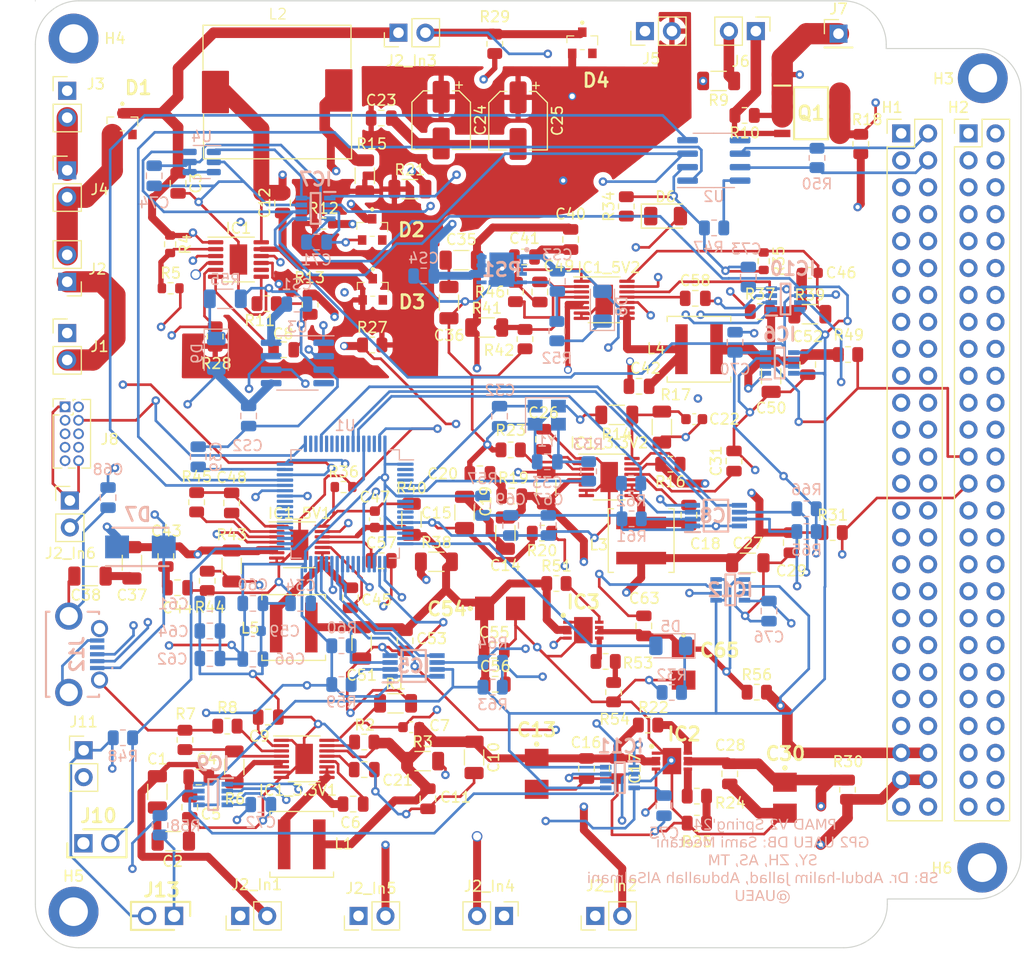
<source format=kicad_pcb>
(kicad_pcb (version 20221018) (generator pcbnew)
  (layers (0 "F.Cu" power) (1 "In1.Cu" power) (2 "In2.Cu" power) (31 "B.Cu" power) (34 "B.Paste" user) (35 "F.Paste" user) (36 "B.SilkS" user "B.Silkscreen") (37 "F.SilkS" user "F.Silkscreen") (38 "B.Mask" user) (39 "F.Mask" user) (44 "Edge.Cuts" user))
  (net 0 "")
  (net 1 "HSE_IN")
  (net 2 "GND")
  (net 3 "Net-(C1-Pad2)")
  (net 4 "VIN_S_3.3")
  (net 5 "Net-(C4-Pad2)")
  (net 6 "Net-(U1-VCAP_1)")
  (net 7 "Net-(IC1-TIMER)")
  (net 8 "BST_S_3.3")
  (net 9 "SW_1_S_3.3")
  (net 10 "FB_S_3.3")
  (net 11 "3.3V_SW")
  (net 12 "Net-(U1-VCAP_2)")
  (net 13 "Net-(IC1_3.3V1-TR{slash}SS)")
  (net 14 "Net-(IC1_3.3V1-INTVCC)")
  (net 15 "BIAS_P_3.3")
  (net 16 "VBATT")
  (net 17 "VIN_S_5")
  (net 18 "Net-(D2-K)")
  (net 19 "Net-(C14-Pad2)")
  (net 20 "BST_S_5")
  (net 21 "SW_1_S_5")
  (net 22 "FB_S_5")
  (net 23 "5V_SW")
  (net 24 "Net-(IC1_3.3V2-TR{slash}SS)")
  (net 25 "Net-(IC1_3.3V2-INTVCC)")
  (net 26 "VIN5+")
  (net 27 "VIN_P_3.3")
  (net 28 "Net-(C19-Pad2)")
  (net 29 "BST_P_3.3")
  (net 30 "SW_1_P_3.3")
  (net 31 "Net-(C23-Pad2)")
  (net 32 "FB_P_3.3")
  (net 33 "VIN_P_5")
  (net 34 "Net-(C33-Pad1)")
  (net 35 "Net-(C35-Pad2)")
  (net 36 "BST_P_5")
  (net 37 "SW_1_P_5")
  (net 38 "FB_P_5")
  (net 39 "BIAS_P_5")
  (net 40 "Net-(C37-Pad2)")
  (net 41 "Net-(D8-K)")
  (net 42 "Net-(D6-K)")
  (net 43 "Net-(D5-K)")
  (net 44 "3V3_SWT_OUTPUT")
  (net 45 "Net-(C40-Pad2)")
  (net 46 "Net-(U3-V3)")
  (net 47 "Net-(C43-Pad2)")
  (net 48 "Net-(D7-A)")
  (net 49 "+5V")
  (net 50 "Net-(D1-K)")
  (net 51 "LED_STATUS")
  (net 52 "Net-(D3-K)")
  (net 53 "Net-(D8-A)")
  (net 56 "VIN-")
  (net 59 "PV_cells_input")
  (net 61 "CANL1")
  (net 63 "CANH1")
  (net 91 "BATTERY_INPUT")
  (net 100 "I2C1_SDA_BUS")
  (net 102 "I2C1_SCL_BUS")
  (net 106 "5V_SWT_OUTPUT")
  (net 133 "5V_PR_Output")
  (net 135 "3.3V_PR_Output")
  (net 154 "LED_STATUS_1")
  (net 155 "Net-(D9-K)")
  (net 156 "CHRG")
  (net 157 "FAULT")
  (net 158 "Net-(IC1-VIN_REG)")
  (net 159 "NTC")
  (net 160 "Net-(IC1-VFB)")
  (net 161 "Net-(IC1-SENSE)")
  (net 162 "Net-(J1-Pin_2)")
  (net 163 "BOOT0")
  (net 164 "KS_OUTPUT")
  (net 165 "SWDIO")
  (net 166 "SWCLK")
  (net 167 "Net-(J3-Pin_2)")
  (net 168 "Net-(J6-Pin_1)")
  (net 169 "Net-(J6-Pin_2)")
  (net 172 "System_Input")
  (net 173 "VIN1+")
  (net 174 "HSE_OUT")
  (net 175 "PG_S_3.3")
  (net 176 "EN{slash}UV_S_3.3")
  (net 177 "Net-(IC1_3.3V1-RT)")
  (net 178 "Net-(U2-Rs)")
  (net 180 "I2C2_SCL")
  (net 181 "I2C1_SCL")
  (net 182 "I2C2_SDA")
  (net 183 "I2C1_SDA")
  (net 184 "PG_S_5")
  (net 185 "EN{slash}UV_S_5")
  (net 186 "Net-(IC1_3.3V2-RT)")
  (net 187 "I2C2_SCL_BUS")
  (net 188 "I2C2_SDA_BUS")
  (net 189 "Net-(J13-Pad1)")
  (net 190 "Net-(R11-Pad2)")
  (net 191 "PG_P_3.3")
  (net 192 "EN{slash}UV_P_3.3")
  (net 193 "PG_P_5")
  (net 194 "EN{slash}UV_P_5")
  (net 195 "Net-(IC2-~{FAULT})")
  (net 203 "Net-(IC2-ILIM)")
  (net 207 "I2C2_EN")
  (net 208 "ENABLE_3v3_SW")
  (net 209 "ENABLE_5v_SW")
  (net 220 "USART1_TX")
  (net 221 "USART1_RX")
  (net 222 "CAN1_RX")
  (net 223 "CAN1_TX")
  (net 226 "I2C1_EN")
  (net 236 "Net-(R24-Pad2)")
  (net 237 "Net-(IC3-~{FAULT})")
  (net 238 "Net-(IC3-ILIM)")
  (net 239 "Net-(R53-Pad2)")
  (net 240 "Net-(IC1_5V1-TR{slash}SS)")
  (net 241 "Net-(IC1_5V2-TR{slash}SS)")
  (net 242 "Net-(IC1_5V1-INTVCC)")
  (net 243 "Net-(IC1_5V2-INTVCC)")
  (net 244 "Net-(IC1_5V1-RT)")
  (net 245 "Net-(IC1_5V2-RT)")
  (net 246 "VIN4+")
  (net 247 "NRST")
  (net 251 "Net-(U3-UD-)")
  (net 252 "Net-(U3-UD+)")
  (footprint "Capacitor_SMD:C_1206_3216Metric" (layer "F.Cu") (at 203.8 75.65 -90)
    (fp_text reference "C50")
    (fp_text value "47uF")
  )
  (footprint "Resistor_SMD:R_0805_2012Metric" (layer "F.Cu") (at 201.3 51.05625 180)
    (fp_text reference "R10")
    (fp_text value "4.7k" hide)
  )
  (footprint "Resistor_SMD:R_0603_1608Metric" (layer "F.Cu") (at 203.1 64.80625 -90)
    (fp_text reference "R35")
    (fp_text value "243k")
  )
  (footprint "Connector_PinHeader_2.54mm:PinHeader_1x02_P2.54mm_Vertical" (layer "F.Cu") (at 137.45 56.23125)
    (fp_text reference "J4")
    (fp_text value "Conn_01x02" hide)
  )
  (footprint "Resistor_SMD:R_0805_2012Metric" (layer "F.Cu") (at 148.55 109.95 90)
    (fp_text reference "R7")
    (fp_text value "150k" hide)
  )
  (footprint "Capacitor_SMD:C_0805_2012Metric" (layer "F.Cu") (at 171.45 115.5 -90)
    (fp_text reference "C11")
    (fp_text value "1uF" hide)
  )
  (footprint "Capacitor_SMD:C_0805_2012Metric" (layer "F.Cu") (at 182.35 81.6 -90)
    (fp_text reference "C26")
    (fp_text value "0.1uF" hide)
  )
  (footprint "Capacitor_SMD:C_0805_2012Metric" (layer "F.Cu") (at 180.55 64.40625 180)
    (fp_text reference "C41")
    (fp_text value "0.1uF" hide)
  )
  (footprint "Capacitor_SMD:C_1206_3216Metric" (layer "F.Cu") (at 139.6 94.5 180)
    (fp_text reference "C38")
    (fp_text value "4.7uF")
  )
  (footprint "Capacitor_SMD:C_0805_2012Metric" (layer "F.Cu") (at 156.4 107.8 180)
    (fp_text reference "C9")
    (fp_text value "0.1uF" hide)
  )
  (footprint "Resistor_SMD:R_0805_2012Metric" (layer "F.Cu") (at 160.35 68.9 -90)
    (fp_text reference "R13")
    (fp_text value "220k" hide)
  )
  (footprint "Capacitor_SMD:C_0805_2012Metric" (layer "F.Cu") (at 191.35 76.6)
    (fp_text reference "C42")
    (fp_text value "0.1uF" hide)
  )
  (footprint "Resistor_SMD:R_1206_3216Metric" (layer "F.Cu") (at 182.6 86.1875 90)
    (fp_text reference "R19")
    (fp_text value "1M")
  )
  (footprint "Capacitor_SMD:C_0805_2012Metric" (layer "F.Cu") (at 196.05 88.75 -90)
    (fp_text reference "C18")
    (fp_text value "0.1uF" hide)
  )
  (footprint "Capacitor_SMD:C_0805_2012Metric" (layer "F.Cu") (at 165.45 112.75)
    (fp_text reference "C21")
    (fp_text value "1uF")
  )
  (footprint "Connector_PinHeader_2.54mm:PinHeader_1x02_P2.54mm_Vertical" (layer "F.Cu") (at 137.45 71.58125)
    (fp_text reference "J1")
    (fp_text value "Conn_01x02" hide)
  )
  (footprint "Resistor_SMD:R_0805_2012Metric" (layer "F.Cu") (at 212.25 53.75 -90)
    (fp_text reference "R18")
    (fp_text value "0.01" hide)
  )
  (footprint "Resistor_SMD:R_1206_3216Metric" (layer "F.Cu") (at 170.95 111.95)
    (fp_text reference "R3")
    (fp_text value "1M")
  )
  (footprint "Capacitor_SMD:C_0805_2012Metric" (layer "F.Cu") (at 149 116.3 -90)
    (fp_text reference "C5")
    (fp_text value "0.1uF" hide)
  )
  (footprint "Resistor_SMD:R_0805_2012Metric" (layer "F.Cu") (at 190.15 59.6375 90)
    (fp_text reference "R34")
    (fp_text value "1.5K" hide)
  )
  (footprint "Inductor_SMD:L_Coilcraft_XAL5030-XXX" (layer "F.Cu") (at 158.8 99.35)
    (fp_text reference "L5")
    (fp_text value "2.2uH")
  )
  (footprint "Inductor_SMD:L_Coilcraft_XAL5030-XXX" (layer "F.Cu") (at 197 73.10625)
    (fp_text reference "L4")
    (fp_text value "2.2uH" hide)
  )
  (footprint "Connector_PinHeader_2.54mm:PinHeader_1x02_P2.54mm_Vertical" (layer "F.Cu") (at 153.76 126.55 90)
    (fp_text reference "J2_In1")
    (fp_text value "Conn_01x02" hide)
  )
  (footprint "Resistor_SMD:R_0805_2012Metric" (layer "F.Cu") (at 177.75 44.30625 90)
    (fp_text reference "R29")
    (fp_text value "0.01")
  )
  (footprint "Resistor_SMD:R_0603_1608Metric" (layer "F.Cu") (at 147.15 63.20625 -90)
    (fp_text reference "R4")
    (fp_text value "47k")
  )
  (footprint "Connector_PinHeader_2.54mm:PinHeader_1x02_P2.54mm_Vertical" (layer "F.Cu") (at 187.225 126.55 90)
    (fp_text reference "J2_In2")
    (fp_text value "Conn_01x02" hide)
  )
  (footprint "Capacitor_SMD:C_0805_2012Metric" (layer "F.Cu") (at 186.4 112.65 -90)
    (fp_text reference "C16")
    (fp_text value "10u" hide)
  )
  (footprint "Capacitor_SMD:C_0805_2012Metric" (layer "F.Cu") (at 152.95 87.6 -90)
    (fp_text reference "C48")
    (fp_text value "0.1uF" hide)
  )
  (footprint "Capacitor_SMD:C_0805_2012Metric" (layer "F.Cu") (at 149.85 113.45 180)
    (fp_text reference "C4")
    (fp_text value "0.1uF" hide)
  )
  (footprint "Capacitor_SMD:C_0805_2012Metric" (layer "F.Cu") (at 200.3 83.65 90)
    (fp_text reference "C31")
    (fp_text value "1uF")
  )
  (footprint "Resistor_SMD:R_1206_3216Metric" (layer "F.Cu") (at 152.95 93.55 -90)
    (fp_text reference "R43")
    (fp_text value "1M")
  )
  (footprint "Connector_PinHeader_2.54mm:PinHeader_1x02_P2.54mm_Vertical" (layer "F.Cu") (at 137.45 66.74625 180)
    (fp_text reference "J2")
    (fp_text value "Conn_01x02" hide)
  )
  (footprint "SamacSys_Parts:ZLLS500QTA" (layer "F.Cu") (at 166.25 67.45625)
    (fp_text reference "D3")
    (fp_text value "ZLLS500QTA" hide)
  )
  (footprint "SamacSys_Parts:HDRV2W66P0X254_1X2_508X254X874P" (layer "F.Cu") (at 138.98 119.7)
    (fp_text reference "J10")
    (fp_text value "M20-9990246" hide)
  )
  (footprint "Capacitor_SMD:C_0805_2012Metric" (layer "F.Cu") (at 164.15 96.55 90)
    (fp_text reference "C45")
    (fp_text value "0.1uF" hide)
  )
  (footprint "Capacitor_SMD:C_0805_2012Metric" (layer "F.Cu") (at 205.7 91.35 -90)
    (fp_text reference "C29")
    (fp_text value "1uF" hide)
  )
  (footprint "Capacitor_SMD:C_1206_3216Metric" (layer "F.Cu") (at 173.43 68.71125 -90)
    (fp_text reference "C36")
    (fp_text value "4.7uF" hide)
  )
  (footprint "Capacitor_SMD:CP_Elec_5x5.4" (layer "F.Cu") (at 179.95 51.55 -90)
    (fp_text reference "C25")
    (fp_text value "47uF")
  )
  (footprint "Capacitor_SMD:C_0805_2012Metric" (layer "F.Cu") (at 164.4 116 180)
    (fp_text reference "C6")
    (fp_text value "0.1uF" hide)
  )
  (footprint "SamacSys_Parts:T490B" (layer "F.Cu") (at 205.1 115.4 -90)
    (fp_text reference "C30")
    (fp_text value "T490B157M010ATE500" hide)
  )
  (footprint "Resistor_SMD:R_0805_2012Metric" (layer "F.Cu") (at 156.25 68.80625)
    (fp_text reference "R11")
    (fp_text value "220k" hide)
  )
  (footprint "Resistor_SMD:R_0805_2012Metric" (layer "F.Cu") (at 202.45 105.45)
    (fp_text reference "R56")
    (fp_text value "0.01" hide)
  )
  (footprint "SamacSys_Parts:T490B" (layer "F.Cu") (at 178.25 97.55)
    (fp_text reference "C54")
    (fp_text value "T490B157M010ATE500" hide)
  )
  (footprint "Resistor_SMD:R_0805_2012Metric" (layer "F.Cu") (at 150.65 94.95 -90)
    (fp_text reference "R44")
    (fp_text value "150k" hide)
  )
  (footprint "Connector_PinHeader_2.54mm:PinHeader_1x02_P2.54mm_Vertical" (layer "F.Cu") (at 137.45 48.73125)
    (fp_text reference "J3")
    (fp_text value "Conn_01x02" hide)
  )
  (footprint "Resistor_SMD:R_0805_2012Metric" (layer "F.Cu") (at 151.4 71.90625 -90)
    (fp_text reference "R28")
    (fp_text value "10k")
  )
  (footprint "MountingHole:MountingHole_2.7mm_M2.5_DIN965_Pad" (layer "F.Cu") (at 138.05 126.15)
    (fp_text reference "H5")
    (fp_text value "MountingHole_Pad")
  )
  (footprint "Resistor_SMD:R_1206_3216Metric" (layer "F.Cu") (at 169.9 89.15 90)
    (fp_text reference "R40")
    (fp_text value "1M")
  )
  (footprint "Connector_PinHeader_2.54mm:PinHeader_2x26_P2.54mm_Vertical" (layer "F.Cu") (at 216.06 52.75)
    (fp_text reference "H1")
    (fp_text value "Conn_02x26_Odd_Even" hide)
  )
  (footprint "Package_SO:MSOP-16-1EP_3x4.039mm_P0.5mm_EP1.651x2.845mm" (layer "F.Cu") (at 188.065 68.44625)
    (fp_text reference "IC1_5V2")
    (fp_text value "LT8610")
  )
  (footprint "Resistor_SMD:R_0805_2012Metric" (layer "F.Cu") (at 209.6 90.4)
    (fp_text reference "R31")
    (fp_text value "0.01")
  )
  (footprint "Capacitor_SMD:C_0805_2012Metric" (layer "F.Cu") (at 147.9 57.45625 -90)
    (fp_text reference "C3")
    (fp_text value "10uF")
  )
  (footprint "Resistor_SMD:R_1206_3216Metric" (layer "F.Cu") (at 193.5 80.45 90)
    (fp_text reference "R17")
    (fp_text value "1M")
  )
  (footprint "Capacitor_SMD:C_0805_2012Metric" (layer "F.Cu") (at 179.35 86.95 180)
    (fp_text reference "C19")
    (fp_text value "0.1uF" hide)
  )
  (footprint "Inductor_SMD:SLO1365H680MTT" (layer "F.Cu") (at 157.4 48.7)
    (fp_text reference "L2")
    (fp_text value "68uH")
  )
  (footprint "Capacitor_SMD:C_0805_2012Metric" (layer "F.Cu") (at 189.3 112.65 -90)
    (fp_text reference "C17")
    (fp_text value "0.1u" hide)
  )
  (footprint "Resistor_SMD:R_1206_3216Metric" (layer "F.Cu") (at 165.5 56.75 -90)
    (fp_text reference "R15")
    (fp_text value "0.1")
  )
  (footprint "Capacitor_SMD:C_0805_2012Metric" (layer "F.Cu") (at 182 67.70625 90)
    (fp_text reference "C49")
    (fp_text value "0.1uF" hide)
  )
  (footprint "Capacitor_SMD:CP_Elec_5x5.4" (layer "F.Cu") (at 172.7 51.5 -90)
    (fp_text reference "C24")
    (fp_text value "47uF")
  )
  (footprint "Resistor_SMD:R_0805_2012Metric" (layer "F.Cu") (at 182.2 90.45 180)
    (fp_text reference "R20")
    (fp_text value "150k" hide)
  )
  (footprint "Connector_PinHeader_2.54mm:PinHeader_1x02_P2.54mm_Vertical" (layer "F.Cu") (at 191.91 43.10625 90)
    (fp_text reference "J5")
    (fp_text value "Conn_01x02" hide)
  )
  (footprint "Connector_PinHeader_2.54mm:PinHeader_1x02_P2.54mm_Vertical" (layer "F.Cu") (at 139 110.925)
    (fp_text reference "J11")
    (fp_text value "Conn_01x02" hide)
  )
  (footprint "Capacitor_SMD:C_1206_3216Metric" (layer "F.Cu") (at 165.2 100.8 -90)
    (fp_text reference "C51")
    (fp_text value "47uF")
  )
  (footprint "Connector_PinHeader_2.54mm:PinHeader_1x02_P2.54mm_Vertical" (layer "F.Cu") (at 137.7 87.375)
    (fp_text reference "J2_In6")
    (fp_text value "Conn_01x02" hide)
  )
  (footprint "Resistor_SMD:R_0805_2012Metric" (layer "F.Cu") (at 180.6 72.15625 -90)
    (fp_text reference "R42")
    (fp_text value "150k" hide)
  )
  (footprint "Capacitor_SMD:C_0805_2012Metric" (layer "F.Cu") (at 157.85 73.15625)
    (fp_text reference "C8")
    (fp_text value "1uF")
  )
  (footprint "Resistor_SMD:R_0805_2012Metric" (layer "F.Cu") (at 165.45 110.15)
    (fp_text reference "R2")
    (fp_text value "49.9k" hide)
  )
  (footprint "SamacSys_Parts:SON50P300X300X80-9N-D" (layer "F.Cu") (at 194.45 111.95)
    (fp_text reference "IC2")
    (fp_text value "TPS2557DRBR" hide)
  )
  (footprint "Resistor_SMD:R_0805_2012Metric" (layer "F.Cu") (at 202.75 69.55625)
    (fp_text reference "R37")
    (fp_text value "49.9k" hide)
  )
  (footprint "Resistor_SMD:R_0805_2012Metric" (layer "F.Cu") (at 183.5625 95.2)
    (fp_text reference "R51")
    (fp_text value "10K" hide)
  )
  (footprint "Capacitor_SMD:C_1206_3216Metric" (layer "F.Cu") (at 174.9 88.5 -90)
    (fp_text reference "C15")
    (fp_text value "4.7uF")
  )
  (footprint "SamacSys_Parts:T490B" (layer "F.Cu") (at 195.55 102.85 -90)
    (fp_text reference "C65")
    (fp_text value "T490B157M010ATE500" hide)
  )
  (footprint "Capacitor_SMD:C_1206_3216Metric" (layer "F.Cu") (at 145.95 114.85 -90)
    (fp_text reference "C1")
    (fp_text value "4.7uF" hide)
  )
  (footprint "Connector_PinHeader_2.54mm:PinHeader_1x02_P2.54mm_Vertical" (layer "F.Cu") (at 202.36 43.10625 -90)
    (fp_text reference "J6")
    (fp_text value "Conn_01x02" hide)
  )
  (footprint "Capacitor_SMD:C_0805_2012Metric" (layer "F.Cu") (at 207.25 74.55625 -90)
    (fp_text reference "C52")
    (fp_text value "1uF" hide)
  )
  (footprint "Capacitor_SMD:C_1206_3216Metric" (layer "F.Cu") (at 143.55 93.25 -90)
    (fp_text reference "C37")
    (fp_text value "4.7uF" hide)
  )
  (footprint "Resistor_SMD:R_1206_3216Metric" (layer "F.Cu") (at 189.25 79.3 180)
    (fp_text reference "R14")
    (fp_text value "412k")
  )
  (footprint "Capacitor_SMD:C_0805_2012Metric" (layer "F.Cu") (at 199.9 113.15 -90)
    (fp_text reference "C28")
    (fp_text value "0.1u" hide)
  )
  (footprint "Resistor_SMD:R_0805_2012Metric" (layer "F.Cu") (at 179.25 82.6 180)
    (fp_text reference "R23")
    (fp_text value "18.2k")
  )
  (footprint "Capacitor_SMD:C_0805_2012Metric" (layer "F.Cu") (at 147.85 95.6)
    (fp_text reference "C44")
    (fp_text value "0.1uF" hide)
  )
  (footprint "Resistor_SMD:R_0805_2012Metric" (layer "F.Cu") (at 192.2 108.55)
    (fp_text reference "R22")
    (fp_text value "10K")
  )
  (footprint "SamacSys_Parts:ZLLS500QTA" (layer "F.Cu") (at 142.65 51.85625)
    (fp_text reference "D1")
    (fp_text value "ZLLS500QTA" hide)
  )
  (footprint "Capacitor_SMD:C_0805_2012Metric" (layer "F.Cu") (at 167.05 93.05)
    (fp_text reference "C57")
    (fp_text value "1uF")
  )
  (footprint "Resistor_SMD:R_0805_2012Metric" (layer "F.Cu") (at 166.2 72.70625)
    (fp_text reference "R27")
    (fp_text value "10k" hide)
  )
  (footprint "Capacitor_SMD:C_0603_1608Metric" (layer "F.Cu") (at 169.875 108.75)
    (fp_text reference "C7")
    (fp_text value "4.7pF" hide)
  )
  (footprint "Package_SO:MSOP-16-1EP_3x4.039mm_P0.5mm_EP1.651x2.845mm" (layer "F.Cu") (at 188.535 85.16)
    (fp_text reference "IC1_3.3V2")
    (fp_text value "LT8610" hide)
  )
  (footprint "Capacitor_SMD:C_0603_1608Metric" (layer "F.Cu") (at 166.45 89.15 -90)
    (fp_text reference "C47")
    (fp_text value "4.7pF")
  )
  (footprint "Resistor_SMD:R_0805_2012Metric" (layer "F.Cu") (at 188.95 105.45 -90)
    (fp_text reference "R54")
    (fp_text value "20K" hide)
  )
  (footprint "Resistor_SMD:R_0805_2012Metric" (layer "F.Cu") (at 196.8 115.25)
    (fp_text reference "R24")
    (fp_text value "20K" hide)
  )
  (footprint "Package_SO:MSOP-16-1EP_3x4.039mm_P0.5mm_EP1.651x2.845mm" (layer "F.Cu") (at 159.785 111.74)
    (fp_text reference "IC1_3.3V1")
    (fp_text value "LT8610")
  )
  (footprint "SamacSys_Parts:SOIC127P600X175-8N" (layer "F.Cu") (at 207.562 50.85125)
    (fp_text reference "Q1")
    (fp_text value "FDS6630A" hide)
  )
  (footprint "Inductor_SMD:L_Coilcraft_XAL5030-XXX" (layer "F.Cu") (at 159.555 119.8)
    (fp_text reference "L1")
    (fp_text value "2.2uH")
  )
  (footprint "Capacitor_SMD:C_0603_1608Metric" (layer "F.Cu") (at 207.45 65.90625 180)
    (fp_text reference "C46")
    (fp_text value "4.7pF")
  )
  (footprint "Resistor_SMD:R_0805_2012Metric" (layer "F.Cu") (at 152.55 108.65 180)
    (fp_text reference "R8")
    (fp_text value "18.2k" hide)
  )
  (footprint "Capacitor_SMD:C_1206_3216Metric" (layer "F.Cu") (at 174.6 64.70625 180)
    (fp_text reference "C35")
    (fp_text value "4.7uF" hide)
  )
  (footprint "Resistor_SMD:R_0603_1608Metric" (layer "F.Cu") (at 147.2 67.35625)
    (fp_text reference "R5")
    (fp_text value "65k")
  )
  (footprint "Capacitor_SMD:C_1206_3216Metric" (layer "F.Cu") (at 175.8 111.6 -90)
    (fp_text reference "C10")
    (fp_text value "47uF")
  )
  (footprint "Capacitor_SMD:C_0805_2012Metric" (layer "F.Cu") (at 191.8 99.2 90)
    (fp_text reference "C63")
    (fp_text value "0.1u" hide)
  )
  (footprint "Resistor_SMD:R_0805_2012Metric" (layer "F.Cu") (at 194.3 83.95 180)
    (fp_text reference "R16")
    (fp_text value "49.9k" hide)
  )
  (footprint "Resistor_SMD:R_0805_2012Metric" (layer "F.Cu") (at 179.7 67.70625 90)
    (fp_text reference "R46")
    (fp_text value "18.2k" hide)
  )
  (footprint "SamacSys_Parts:ZLLS500QTA" (layer "F.Cu") (at 166.2 61.80625)
    (fp_text reference "D2")
    (fp_text value "ZLLS500QTA" hide)
  )
  (footprint "Resistor_SMD:R_0805_2012Metric" (layer "F.Cu") (at 211 114.65 -90)
    (fp_text reference "R30")
    (fp_text value "0.01" hide)
  )
  (footprint "Capacitor_SMD:C_0805_2012Metric" (layer "F.Cu") (at 177.7 101.5)
    (fp_text reference "C55")
    (fp_text value "10u" hide)
  )
  (footprint "Capacitor_SMD:C_0805_2012Metric" (layer "F.Cu") (at 196.65 68.30625)
    (fp_text reference "C58")
    (fp_text value "1uF")
  )
  (footprint "Resistor_SMD:R_1206_3216Metric" (layer "F.Cu") (at 207.45 69.80625)
    (fp_text reference "R39")
    (fp_text value "1M")
  )
  (footprint "Capacitor_SMD:C_0603_1608Metric" (layer "F.Cu") (at 196.55 79.7)
    (fp_text reference "C22")
    (fp_text value "4.7pF")
  )
  (footprint "Capacitor_SMD:C_1206_3216Metric" (layer "F.Cu") (at 201.6 93.25)
    (fp_text reference "C27")
    (fp_text value "47uF")
  )
  (footprint "Resistor_SMD:R_0805_2012Metric" (layer "F.Cu") (at 188.2 102.55)
    (fp_text reference "R53")
    (fp_text value "20K" hide)
  )
  (footprint "Resistor_SMD:R_1206_3216Metric" (layer "F.Cu") (at 168.4 106.5)
    (fp_text reference "R1")
    (fp_text value "412k")
  )
  (footprint "Resistor_SMD:R_1206_3216Metric" (layer "F.Cu") (at 169.75 58.00625)
    (fp_text reference "R21")
    (fp_text value "0.1")
  )
  (footprint "Resistor_SMD:R_0603_1608Metric" (layer "F.Cu") (at 161.6 61.25)
    (fp_text reference "R12")
    (fp_text value "47k")
  )
  (footprint "Capacitor_SMD:C_0805_2012Metric" (layer "F.Cu") (at 167.05 51.30625)
    (fp_text reference "C23")
    (fp_text value "10uF")
  )
  (footprint "MountingHole:MountingHole_2.7mm_M2.5_DIN965_Pad" (layer "F.Cu") (at 223.7 122)
    (fp_text reference "H6")
    (fp_text value "MountingHole_Pad" hide)
  )
  (footprint "SamacSys_Parts:SON50P300X300X80-9N-D" (layer "F.Cu") (at 186.1 99.6)
    (fp_text reference "IC3")
    (fp_text value "TPS2557DRBR" hide)
  )
  (footprint "MountingHole:MountingHole_2.7mm_M2.5_DIN965_Pad" (layer "F.Cu") (at 138.05 43.80625)
    (fp_text reference "H4")
    (fp_text value "MountingHole_Pad" hide)
  )
  (footprint "Capacitor_SMD:C_1206_3216Metric" (layer "F.Cu") (at 147.45 119.5)
    (fp_text reference "C2")
    (fp_text value "4.7uF" hide)
  )
  (footprint "SamacSys_Parts:HDRV2W66P0X254_1X2_508X254X874P" (layer "F.Cu") (at 147.52 126.55 180)
    (fp_text reference "J13")
    (fp_text value "M20-9990246" hide)
  )
  (footprint "Connector_PinHeader_2.54mm:PinHeader_2x26_P2.54mm_Vertical" (layer "F.Cu") (at 222.41 52.75)
    (fp_text reference "H2")
    (fp_text value "Conn_02x26_Odd_Even" hide)
  )
  (footprint "Capacitor_SMD:C_0805_2012Metric" (layer "F.Cu") (at 184.9 62.75625 -90)
    (fp_text reference "C40")
    (fp_text value "0.1uF" hide)
  )
  (footprint "Capacitor_SMD:C_0805_2012Metric" (layer "F.Cu") (at 157.75 59.30625 90)
    (fp_text reference "C12")
    (fp_text value "1uF")
  )
  (footprint "Connector_PinHeader_2.54mm:PinHeader_1x01_P2.54mm_Vertical" (layer "F.Cu") (at 210.15 43.35)
    (fp_text reference "J7")
    (fp_text value "Conn_01x01")
  )
  (footprint "Resistor_SMD:R_1206_3216Metric" (layer "F.Cu") (at 172.25 93.15)
    (fp_text reference "R38")
    (fp_text value "49.9k")
  )
  (footprint "Resistor_SMD:R_1206_3216Metric" (layer "F.Cu") (at 198.85 47.80625 180)
    (fp_text reference "R9")
    (fp_text value "1M")
  )
  (footprint "Capacitor_SMD:C_0805_2012Metric" (layer "F.Cu") (at 177.8 104.7)
    (fp_text reference "C56")
    (fp_text value "0.1u" hide)
  )
  (footprint "Resistor_SMD:R_0603_1608Metric" (layer "F.Cu") (at 163.5 86.1)
    (fp_text reference "R36")
    (fp_text value "243k")
  )
  (footprint "Package_SO:MSOP-12-1EP_3x4mm_P0.65mm_EP1.65x2.85mm" (layer "F.Cu") (at 153.59 64.64625)
    (fp_text reference "IC1")
    (fp_text value "LT3652HVEMSE#PBF" hide)
  )
  (footprint "Connector_PinHeader_2.54mm:PinHeader_1x02_P2.54mm_Vertical" (layer "F.Cu") (at 164.91 126.55 90)
    (fp_text reference "J2_In5")
    (fp_text value "Conn_01x02" hide)
  )
  (footprint "Package_SO:MSOP-16-1EP_3x4.039mm_P0.5mm_EP1.651x2.845mm" (layer "F.Cu") (at 159.35 91.55)
    (fp_text reference "IC1_5V1")
    (fp_text value "LT8610")
  )
  (footprint "Capacitor_SMD:C_0805_2012Metric" (layer "F.Cu") (at 169.3 100.6 -90)
    (fp_text reference "C53")
    (fp_text value "1uF" hide)
  )
  (footprint "Resistor_SMD:R_1206_3216Metric" (layer "F.Cu") (at 153.2 112.5 90)
    (fp_text reference "R6")
    (fp_text value "1M")
  )
  (footprint "Resistor_SMD:R_0805_2012Metric" (layer "F.Cu") (at 211.05 73.60625)
    (fp_text reference "R49")
    (fp_text value "0.01" hide)
  )
  (footprint "Connector_PinHeader_2.54mm:PinHeader_1x02_P2.54mm_Vertical" (layer "F.Cu") (at 168.675 43.25625 90)
    (fp_text reference "J2_In3")
    (fp_text value "Conn_01x02" hide)
  )
  (footprint "LED_SMD:LED_1206_3216Metric" (layer "F.Cu") (at 193.85 60.55)
    (fp_text reference "D6")
    (fp_text value "BLUE" hide)
  )
  (footprint "Capacitor_SMD:C_1206_3216Metric" (layer "F.Cu") (at 178.75 90.45 -90)
    (fp_text reference "C14")
    (fp_text value "4.7uF" hide)
  )
  (footprint "Connector_PinHeader_2.54mm:PinHeader_1x02_P2.54mm_Vertical" (layer "F.Cu") (at 178.625 126.55 -90)
    (fp_text reference "J2_In4")
    (fp_text value "Conn_01x02" hide)
  )
  (footprint "Resistor_SMD:R_0805_2012Metric" (layer "F.Cu") (at 196.8 117.8 180)
    (fp_text reference "R25")
    (fp_text value "20K" hide)
  )
  (footprint "Capacitor_SMD:C_0805_2012Metric" (layer "F.Cu") (at 176.35 84.85 180)
    (fp_text reference "C20")
    (fp_text value "0.1uF")
  )
  (footprint "Connector_PinHeader_1.27mm:PinHeader_2x05_P1.27mm_Vertical" (layer "F.Cu") (at 137.25 78.54)
    (fp_text reference "J8")
    (fp_text value "SWD")
  )
  (footprint "Resistor_SMD:R_0805_2012Metric" (layer "F.Cu") (at 149.65 87.5375 90)
    (fp_text reference "R45")
    (fp_text value "18.2k" hide)
  )
  (footprint "Resistor_SMD:R_1206_3216Metric" (layer "F.Cu") (at 176.9875 71.05625)
    (fp_text reference "R41")
    (fp_text value "1M")
  )
  (footprint "SamacSys_Parts:T490B" (layer "F.Cu") (at 181.7 113.15 -90)
    (fp_text reference "C13")
    (fp_text value "T490B157M010ATE500" hide)
  )
  (footprint "Inductor_SMD:L_Coilcraft_XAL5030-XXX" (layer "F.Cu") (at 191.55 91.15 -90)
    (fp_text reference "L3")
    (fp_text value "2.2uH" hide)
  )
  (footprint "SamacSys_Parts:ZLLS500QTA" (layer "F.Cu") (at 186 44.20625)
    (fp_text reference "D4")
    (fp_text value "ZLLS500QTA" hide)
  )
  (footprint "Capacitor_SMD:C_0805_2012Metric" (layer "F.Cu") (at 146.75 92.65 -90)
    (fp_text reference "C43")
    (fp_text value "0.1uF" hide)
  )
  (footprint "MountingHole:MountingHole_2.7mm_M2.5_DIN965_Pad" (layer "F.Cu") (at 223.75 47.55)
    (fp_text reference "H3")
    (fp_text value "MountingHole_Pad" hide)
  )
  (footprint "Capacitor_SMD:C_0603_1608Metric" (layer "B.Cu") (at 154.95 99.675)
    (fp_text reference "C59")
    (fp_text value "4.7u")
  )
  (footprint "Capacitor_SMD:C_0805_2012Metric" (layer "B.Cu") (at 154.55 79.4 -90)
    (fp_text reference "CS2")
    (fp_text value "100nF" hide)
  )
  (footprint "SamacSys_Parts:SOP65P280X145-8N" (layer "B.Cu") (at 205.162 68.375)
    (fp_text reference "IC10")
    (fp_text value "INA219AIDCNR" hide)
  )
  (footprint "Package_QFP:LQFP-64_10x10mm_P0.5mm" (layer "B.Cu") (at 163.65 87.7 180)
    (fp_text reference "U1")
    (fp_text value "STM32F405RGTx" hide)
  )
  (footprint "SamacSys_Parts:SON80P400X400X100-9N-D" (layer "B.Cu") (at 178.4 65.6 180)
    (fp_text reference "PS1")
    (fp_text value "LD39200DPUR" hide)
  )
  (footprint "Capacitor_SMD:C_0805_2012Metric" (layer "B.Cu") (at 200.4 72.45 90)
    (fp_text reference "C70")
    (fp_text value "100n" hide)
  )
  (footprint "Resistor_SMD:R_0805_2012Metric" (layer "B.Cu") (at 208.125 55.065 90)
    (fp_text reference "R50")
    (fp_text value "120" hide)
  )
  (footprint "SamacSys_Parts:SOP65P490X110-8N" (layer "B.Cu") (at 170.1 102.975)
    (fp_text reference "IC5")
    (fp_text value "PCA9517ADP,118" hide)
  )
  (footprint "Resistor_SMD:R_0805_2012Metric" (layer "B.Cu") (at 198.425 61.665)
    (fp_text reference "R47")
    (fp_text value "10K" hide)
  )
  (footprint "Capacitor_SMD:C_0805_2012Metric" (layer "B.Cu") (at 182.8 89.725 -90)
    (fp_text reference "C67")
    (fp_text value "1u" hide)
  )
  (footprint "Capacitor_SMD:C_0805_2012Metric" (layer "B.Cu") (at 193.7 116.15 -90)
    (fp_text reference "C75")
    (fp_text value "100n" hide)
  )
  (footprint "Resistor_SMD:R_0805_2012Metric" (layer "B.Cu") (at 163.3 104.725)
    (fp_text reference "R59")
    (fp_text value "4.7k" hide)
  )
  (footprint "Resistor_SMD:R_0805_2012Metric" (layer "B.Cu") (at 142.7 109.75)
    (fp_text reference "R48")
    (fp_text value "4.7K" hide)
  )
  (footprint "SamacSys_Parts:U254051T4BHJ25F2S" (layer "B.Cu") (at 137.95 101.875 90)
    (fp_text reference "J12")
    (fp_text value "U254-051T-4BHJ25-F2S" hide)
  )
  (footprint "Resistor_SMD:R_0805_2012Metric" (layer "B.Cu") (at 190.6 85.75)
    (fp_text reference "R62")
    (fp_text value "4.7k" hide)
  )
  (footprint "LED_SMD:LED_1206_3216Metric" (layer "B.Cu") (at 194.3375 101.075 180)
    (fp_text reference "D5")
    (fp_text value "BLUE")
  )
  (footprint "Resistor_SMD:R_0805_2012Metric" (layer "B.Cu") (at 207.1375 88.15 180)
    (fp_text reference "R66")
    (fp_text value "4.7k" hide)
  )
  (footprint "LED_SMD:LED_1206_3216Metric" (layer "B.Cu") (at 151.5 73.5 -90)
    (fp_text reference "D9")
    (fp_text value "LED")
  )
  (footprint "Capacitor_SMD:C_0805_2012Metric" (layer "B.Cu") (at 149.8 83.25 90)
    (fp_text reference "C39")
    (fp_text value "2u2" hide)
  )
  (footprint "Capacitor_SMD:C_0805_2012Metric" (layer "B.Cu") (at 178.2 79.425 -90)
    (fp_text reference "C32")
    (fp_text value "12p" hide)
  )
  (footprint "Capacitor_SMD:C_0805_2012Metric" (layer "B.Cu") (at 141.3 87.1 -90)
    (fp_text reference "C68")
    (fp_text value "100n" hide)
  )
  (footprint "Capacitor_SMD:C_0805_2012Metric" (layer "B.Cu") (at 160.95 63)
    (fp_text reference "C71")
    (fp_text value "100n" hide)
  )
  (footprint "Capacitor_SMD:C_0805_2012Metric" (layer "B.Cu") (at 154.95 102.325)
    (fp_text reference "C66")
    (fp_text value "100n" hide)
  )
  (footprint "LED_SMD:LED_1206_3216Metric" (layer "B.Cu") (at 187.9 69.05 90)
    (fp_text reference "D8")
    (fp_text value "LED")
  )
  (footprint "SamacSys_Parts:SOP65P280X145-8N" (layer "B.Cu") (at 204.6 74.4)
    (fp_text reference "IC6")
    (fp_text value "INA219AIDCNR" hide)
  )
  (footprint "Resistor_SMD:R_0805_2012Metric" (layer "B.Cu") (at 177.55 104.975 180)
    (fp_text reference "R63")
    (fp_text value "4.7k" hide)
  )
  (footprint "Resistor_SMD:R_0805_2012Metric" (layer "B.Cu") (at 177.5625 102.625 180)
    (fp_text reference "R64")
    (fp_text value "4.7k" hide)
  )
  (footprint "Resistor_SMD:R_0805_2012Metric" (layer "B.Cu") (at 194.4375 105.475 180)
    (fp_text reference "R32")
    (fp_text value "1.5K")
  )
  (footprint "Resistor_SMD:R_0805_2012Metric" (layer "B.Cu") (at 176.6 87.8625 90)
    (fp_text reference "R57")
    (fp_text value "0K" hide)
  )
  (footprint "SamacSys_Parts:SOP65P280X145-8N" (layer "B.Cu") (at 151.2 115.1 180)
    (fp_text reference "IC9")
    (fp_text value "INA219AIDCNR" hide)
  )
  (footprint "Package_SO:SOIC-8_3.9x4.9mm_P1.27mm" (layer "B.Cu") (at 159.15 74.4 180)
    (fp_text reference "U3")
    (fp_text value "otter:CH330N")
  )
  (footprint "Capacitor_SMD:C_0805_2012Metric" (layer "B.Cu") (at 159.45 97.075 180)
    (fp_text reference "C34")
    (fp_text value "2u2" hide)
  )
  (footprint "Capacitor_SMD:C_0805_2012Metric" (layer "B.Cu") (at 179.25 89.725 -90)
    (fp_text reference "C69")
    (fp_text value "100n" hide)
  )
  (footprint "Package_TO_SOT_SMD:SOT-23-6" (layer "B.Cu") (at 150.128572 55.45 180)
    (fp_text reference "U4")
    (fp_text value "TMP100")
  )
  (footprint "Resistor_SMD:R_0805_2012Metric" (layer "B.Cu") (at 190.65 89.1)
    (fp_text reference "R61")
    (fp_text value "4.7k" hide)
  )
  (footprint "Package_SO:SOIC-8_3.9x4.9mm_P1.27mm" (layer "B.Cu") (at 198.4 55.3)
    (fp_text reference "U2")
    (fp_text value "SN65HVD230")
  )
  (footprint "Capacitor_SMD:C_0805_2012Metric" (layer "B.Cu") (at 155.7 116.05)
    (fp_text reference "C72")
    (fp_text value "100n" hide)
  )
  (footprint "Capacitor_SMD:C_0805_2012Metric" (layer "B.Cu") (at 150.9 99.675 180)
    (fp_text reference "C64")
    (fp_text value "100n" hide)
  )
  (footprint "SamacSys_Parts:SOP65P280X145-8N" (layer "B.Cu") (at 160.862 59.825 180)
    (fp_text reference "IC7")
    (fp_text value "INA219AIDCNR" hide)
  )
  (footprint "SamacSys_Parts:DIOM5336X250N" (layer "B.Cu") (at 144.35 91.75)
    (fp_text reference "D7")
    (fp_text value "SD103AWS" hide)
  )
  (footprint "Capacitor_SMD:C_0805_2012Metric" (layer "B.Cu") (at 183.65 66.7 -90)
    (fp_text reference "CS3")
    (fp_text value "10uF" hide)
  )
  (footprint "Capacitor_SMD:C_0805_2012Metric" (layer "B.Cu") (at 150.9 97.075 180)
    (fp_text reference "C61")
    (fp_text value "100n" hide)
  )
  (footprint "Capacitor_SMD:C_0805_2012Metric" (layer "B.Cu") (at 182.7 83.725 180)
    (fp_text reference "C33")
    (fp_text value "12p" hide)
  )
  (footprint "Resistor_SMD:R_1206_3216Metric" (layer "B.Cu") (at 152.35 68.35 180)
    (fp_text reference "R55")
    (fp_text value "560")
  )
  (footprint "Resistor_SMD:R_0805_2012Metric" (layer "B.Cu") (at 186.6 84.625 90)
    (fp_text reference "R33")
    (fp_text value "47" hide)
  )
  (footprint "Resistor_SMD:R_0805_2012Metric" (layer "B.Cu") (at 207.1375 90.3 180)
    (fp_text reference "R65")
    (fp_text value "4.7k" hide)
  )
  (footprint "Crystal:Crystal_SMD_3225-4Pin_3.2x2.5mm" (layer "B.Cu") (at 182.65 79.325)
    (fp_text reference "Y1")
    (fp_text value "16MHz")
  )
  (footprint "Capacitor_SMD:C_0805_2012Metric" (layer "B.Cu") (at 154.95 97.075)
    (fp_text reference "C60")
    (fp_text value "100n" hide)
  )
  (footprint "Capacitor_SMD:C_0805_2012Metric" (layer "B.Cu") (at 201.65 66.3 90)
    (fp_text reference "C73")
    (fp_text value "100n" hide)
  )
  (footprint "SamacSys_Parts:SOP65P490X110-8N" (layer "B.Cu") (at 198.6 88.8)
    (fp_text reference "IC8")
    (fp_text value "PCA9517ADP,118" hide)
  )
  (footprint "Capacitor_SMD:C_0805_2012Metric" (layer "B.Cu") (at 171.05 66.2 180)
    (fp_text reference "CS4")
    (fp_text value "10uF" hide)
  )
  (footprint "SamacSys_Parts:SOP65P280X145-8N" (layer "B.Cu") (at 189.55 113.5 180)
    (fp_text reference "IC11")
    (fp_text value "INA219AIDCNR" hide)
  )
  (footprint "Capacitor_SMD:C_0805_2012Metric" (layer "B.Cu") (at 145.65 56.75 -90)
    (fp_text reference "C74")
    (fp_text value "100n" hide)
  )
  (footprint "Resistor_SMD:R_0805_2012Metric" (layer "B.Cu") (at 163.3 101.075)
    (fp_text reference "R60")
    (fp_text value "4.7k" hide)
  )
  (footprint "Capacitor_SMD:C_0805_2012Metric" (layer "B.Cu") (at 203.6 97.8 -90)
    (fp_text reference "C76")
    (fp_text value "100n" hide)
  )
  (footprint "Capacitor_SMD:C_0805_2012Metric" (layer "B.Cu") (at 150.9 102.275 180)
    (fp_text reference "C62")
    (fp_text value "100n" hide)
  )
  (footprint "Resistor_SMD:R_0805_2012Metric" (layer "B.Cu") (at 146.2 118 90)
    (fp_text reference "R58")
    (fp_text value "4.7K" hide)
  )
  (footprint "Resistor_SMD:R_0805_2012Metric" (layer "B.Cu") (at 183.6 71.4 -90)
    (fp_text reference "R52")
    (fp_text value "240" hide)
  )
  (footprint "Capacitor_SMD:C_0805_2012Metric" (layer "B.Cu") (at 159.1 68.85)
    (fp_text reference "CS1")
    (fp_text value "100nF" hide)
  )
  (footprint "SamacSys_Parts:SOP65P280X145-8N" (layer "B.Cu") (at 199.95 95.8 180)
    (fp_text reference "IC12")
    (fp_text value "INA219AIDCNR" hide)
  )
  (gr_arc (start 134.449138 44.349138) (mid 135.65 41.45) (end 138.549138 40.249138) (stroke (width 0.1)) (layer "Edge.Cuts"))
  (gr_arc (start 214.750862 125.450862) (mid 213.55 128.35) (end 210.650862 129.550862) (stroke (width 0.1)) (layer "Edge.Cuts"))
  (gr_arc (start 210.550851 40.249149) (mid 213.45 41.45) (end 214.650851 44.349149) (stroke (width 0.1)) (layer "Edge.Cuts"))
  (gr_line (start 223.25 44.75) (end 214.65 44.75) (stroke (width 0.1)) (layer "Edge.Cuts"))
  (gr_arc (start 227.35 120.85) (mid 226.149138 123.749138) (end 223.25 124.95) (stroke (width 0.1)) (layer "Edge.Cuts"))
  (gr_arc (start 223.25 44.75) (mid 226.149138 45.950862) (end 227.35 48.85) (stroke (width 0.1)) (layer "Edge.Cuts"))
  (gr_line (start 227.35 120.85) (end 227.35 48.85) (stroke (width 0.1)) (layer "Edge.Cuts"))
  (gr_line (start 214.65 44.75) (end 214.650862 44.349138) (stroke (width 0.1)) (layer "Edge.Cuts"))
  (gr_line (start 214.75 124.95) (end 214.750862 125.450862) (stroke (width 0.1)) (layer "Edge.Cuts"))
  (gr_line (start 138.549138 129.550862) (end 210.650862 129.550862) (stroke (width 0.1)) (layer "Edge.Cuts"))
  (gr_line (start 210.550862 40.249138) (end 138.549138 40.249138) (stroke (width 0.1)) (layer "Edge.Cuts"))
  (gr_arc (start 138.549138 129.550862) (mid 135.65 128.35) (end 134.449138 125.450862) (stroke (width 0.1)) (layer "Edge.Cuts"))
  (gr_line (start 223.25 124.95) (end 214.75 124.95) (stroke (width 0.1)) (layer "Edge.Cuts"))
  (gr_line (start 134.449138 44.349138) (end 134.449138 125.450862) (stroke (width 0.1)) (layer "Edge.Cuts"))
  (gr_line (start 134.45 40.25) (end 134.45 40.25) (stroke (width 0.1)) (layer "Edge.Cuts"))
  (gr_text "PMAD V2 Spring'24 \nGP2 UAEU DB: Sami Meetani\nSY, ZH, AS, TM\nSB: Dr. Abdul-halim Jallad, Abduallah AlSalmani\n@UAEU" (at 203 125.3) (layer "B.SilkS") (effects (font (size 1 1) (thickness 0.1)) (justify bottom mirror)))
  (segment (start 170.725 85.95) (end 169.325 85.95) (width 0.25) (layer "B.Cu") (net 1))
  (segment (start 178.2 78.475) (end 170.725 85.95) (width 0.25) (layer "B.Cu") (net 1))
  (segment (start 178.2 78.475) (end 181.55 78.475) (width 0.25) (layer "B.Cu") (net 1))
  (segment (start 149 117.25) (end 149.975 118.225) (width 0.25) (layer "F.Cu") (net 2))
  (segment (start 169.95 80.6) (end 172.35 80.6) (width 0.25) (layer "F.Cu") (net 2))
  (segment (start 181.75 101.2) (end 179.71 99.16) (width 0.25) (layer "F.Cu") (net 2))
  (segment (start 161.1 108.45) (end 159.785 109.765) (width 0.25) (layer "F.Cu") (net 2))
  (segment (start 186.385 86.41) (end 186.385 86.91) (width 0.25) (layer "F.Cu") (net 2))
  (segment (start 164.15 107.4) (end 163.85 107.1) (width 0.25) (layer "F.Cu") (net 2))
  (segment (start 175.8 113.075) (end 175.8 114) (width 0.25) (layer "F.Cu") (net 2))
  (segment (start 178.65 101.5) (end 179.71 100.44) (width 0.25) (layer "F.Cu") (net 2))
  (segment (start 181.2875 91.352449) (end 181.2875 90.45) (width 0.5) (layer "F.Cu") (net 2))
  (segment (start 187.775 79.3) (end 186.25 79.3) (width 0.25) (layer "F.Cu") (net 2))
  (segment (start 148.55 109.0375) (end 145.0625 109.0375) (width 0.25) (layer "F.Cu") (net 2))
  (segment (start 155.225 118.225) (end 155.9 117.55) (width 0.25) (layer "F.Cu") (net 2))
  (segment (start 195.55 104.31) (end 192.3 104.31) (width 0.25) (layer "F.Cu") (net 2))
  (segment (start 203.135 118.825) (end 205.1 116.86) (width 0.25) (layer "F.Cu") (net 2))
  (segment (start 164.45 86.1) (end 169.95 80.6) (width 0.25) (layer "F.Cu") (net 2))
  (segment (start 182.125 101.575) (end 182.6 102.05) (width 0.25) (layer "F.Cu") (net 2))
  (segment (start 179.6 65.10625) (end 179.6 64.40625) (width 0.25) (layer "F.Cu") (net 2))
  (segment (start 158.035 113.49) (end 157.635 113.49) (width 0.25) (layer "F.Cu") (net 2))
  (segment (start 193.9 118.55) (end 194.65 117.8) (width 0.25) (layer "F.Cu") (net 2))
  (segment (start 159.35 91.55) (end 159.35 89.188173) (width 0.25) (layer "F.Cu") (net 2))
  (segment (start 152.95 86.65) (end 156.1 89.8) (width 0.25) (layer "F.Cu") (net 2))
  (segment (start 202.66 116.86) (end 199.9 114.1) (width 1) (layer "F.Cu") (net 2))
  (segment (start 174.9 89.975) (end 172.375 89.975) (width 0.25) (layer "F.Cu") (net 2))
  (segment (start 173.43 70.12) (end 174.95 68.6) (width 0.25) (layer "F.Cu") (net 2))
  (segment (start 192.275 108.011827) (end 192.275 109.775) (width 0.25) (layer "F.Cu") (net 2))
  (segment (start 195.8875 117.8) (end 196.9125 118.825) (width 0.25) (layer "F.Cu") (net 2))
  (segment (start 188.95 106.3625) (end 186.9125 106.3625) (width 0.25) (layer "F.Cu") (net 2))
  (segment (start 167.7495 101.1995) (end 168.1 101.55) (width 0.25) (layer "F.Cu") (net 2))
  (segment (start 167.25 97.35) (end 168 96.6) (width 0.25) (layer "F.Cu") (net 2))
  (segment (start 185.915 66.69625) (end 185.915 65.62125) (width 0.25) (layer "F.Cu") (net 2))
  (segment (start 164.15 107.4) (end 166.275 105.275) (width 0.25) (layer "F.Cu") (net 2))
  (segment (start 179.7 66.00625) (end 180.1 65.60625) (width 0.25) (layer "F.Cu") (net 2))
  (segment (start 178.75 104.7) (end 178.75 101.6) (width 0.25) (layer "F.Cu") (net 2))
  (segment (start 195.8875 117.8) (end 194.45 116.3625) (width 0.25) (layer "F.Cu") (net 2))
  (segment (start 188.535 89.515) (end 188.535 85.16) (width 0.25) (layer "F.Cu") (net 2))
  (segment (start 159.785 111.143) (end 158.632 109.99) (width 0.25) (layer "F.Cu") (net 2))
  (segment (start 188.535 85.16) (end 187.285 86.41) (width 0.25) (layer "F.Cu") (net 2))
  (segment (start 150.65 95.8625) (end 150.8625 96.075) (width 0.25) (layer "F.Cu") (net 2))
  (segment (start 138.125 94.5) (end 137.6 95.025) (width 0.25) (layer "F.Cu") (net 2))
  (segment (start 166.275 105.275) (end 168.65 105.275) (width 0.25) (layer "F.Cu") (net 2))
  (segment (start 186.25 79.3) (end 185.8 79.75) (width 0.25) (layer "F.Cu") (net 2))
  (segment (start 166.2755 101.1995) (end 165.2 102.275) (width 0.25) (layer "F.Cu") (net 2))
  (segment (start 193.7 111.2) (end 194.45 111.95) (width 0.25) (layer "F.Cu") (net 2))
  (segment (start 188.065 68.44625) (end 188.065 67.84925) (width 0.25) (layer "F.Cu") (net 2))
  (segment (start 159.35 91.55) (end 157.6 93.3) (width 0.25) (layer "F.Cu") (net 2))
  (segment (start 205.63125 77.125) (end 203.8 77.125) (width 0.25) (layer "F.Cu") (net 2))
  (segment (start 187.382 83.41) (end 186.385 83.41) (width 0.25) (layer "F.Cu") (net 2))
  (segment (start 179.71 100.44) (end 179.71 97.55) (width 0.25) (layer "F.Cu") (net 2))
  (segment (start 186.912 66.69625) (end 185.915 66.69625) (width 0.25) (layer "F.Cu") (net 2))
  (segment (start 161.725 85.375) (end 162.05 85.05) (width 0.25) (layer "F.Cu") (net 2))
  (segment (start 154.836827 69.83125) (end 153.59 68.584423) (width 0.25) (layer "F.Cu") (net 2))
  (segment (start 186.385 83.41) (end 185.36 83.41) (width 0.25) (layer "F.Cu") (net 2))
  (segment (start 174.9 90.039949) (end 177.810051 92.95) (width 0.5) (layer "F.Cu") (net 2))
  (segment (start 188.535 84.563) (end 187.382 83.41) (width 0.25) (layer "F.Cu") (net 2))
  (segment (start 158.197 89.8) (end 157.2 89.8) (width 0.25) (layer "F.Cu") (net 2))
  (segment (start 148.1125 69.1875) (end 146.3 71) (width 0.25) (layer "F.Cu") (net 2))
  (segment (start 186.74 69.77125) (end 185.915 69.77125) (width 0.25) (layer "F.Cu") (net 2))
  (segment (start 150.8625 96.075) (end 156.375 96.075) (width 0.25) (layer "F.Cu") (net 2))
  (segment (start 178.04375 75.625) (end 180.6 73.06875) (width 0.25) (layer "F.Cu") (net 2))
  (segment (start 149 119.425) (end 148.925 119.5) (width 0.25) (layer "F.Cu") (net 2))
  (segment (start 148.8 95.6) (end 149.0625 95.8625) (width 0.25) (layer "F.Cu") (net 2))
  (segment (start 192.275 109.775) (end 194.45 111.95) (width 0.25) (layer "F.Cu") (net 2))
  (segment (start 155.838173 69.83125) (end 154.836827 69.83125) (width 0.25) (layer "F.Cu") (net 2))
  (segment (start 157.4 93.5) (end 159.35 91.55) (width 0.25) (layer "F.Cu") (net 2))
  (segment (start 149.0625 95.8625) (end 150.65 95.8625) (width 0.25) (layer "F.Cu") (net 2))
  (segment (start 175.625 80.675) (end 175.625 75.625) (width 0.25) (layer "F.Cu") (net 2))
  (segment (start 188.065 68.44625) (end 186.74 69.77125) (width 0.25) (layer "F.Cu") (net 2))
  (segment (start 153.59 68.584423) (end 153.59 64.64625) (width 0.25) (layer "F.Cu") (net 2))
  (segment (start 205.1 116.86) (end 202.66 116.86) (width 1) (layer "F.Cu") (net 2))
  (segment (start 181.75 101.2) (end 182.125 101.575) (width 0.25) (layer "F.Cu") (net 2))
  (segment (start 186.35 113.55) (end 186.4 113.6) (width 0.25) (layer "F.Cu") (net 2))
  (segment (start 159.4975 72.45875) (end 159.4975 70.75) (width 0.25) (layer "F.Cu") (net 2))
  (segment (start 152.925 86.625) (end 152.95 86.65) (width 0.25) (layer "F.Cu") (net 2))
  (segment (start 179.71 99.16) (end 179.71 97.55) (width 0.25) (layer "F.Cu") (net 2))
  (segment (start 167.15 101.1995) (end 166.2755 101.1995) (width 0.25) (layer "F.Cu") (net 2))
  (segment (start 158.8 73.15625) (end 159.4975 72.45875) (width 0.25) (layer "F.Cu") (net 2))
  (segment (start 175.4 84.85) (end 175.4 83.75) (width 0.5) (layer "F.Cu") (net 2))
  (segment (start 192.95 111.2) (end 193.7 111.2) (width 0.25) (layer "F.Cu") (net 2))
  (segment (start 157.635 113.49) (end 155.9 115.225) (width 0.25) (layer "F.Cu") (net 2))
  (segment (start 153.59 62.97125) (end 149.025 58.40625) (width 0.25) (layer "F.Cu") (net 2))
  (segment (start 156.36075 67.24625) (end 156.19 67.24625) (width 0.25) (layer "F.Cu") (net 2))
  (segment (start 192.3 104.31) (end 191.0025 104.31) (width 0.25) (layer "F.Cu") (net 2))
  (segment (start 199.55 65.75625) (end 199.5 65.70625) (width 0.25) (layer "F.Cu") (net 2))
  (segment (start 186.1 99.6) (end 185.35 98.85) (width 0.25) (layer "F.Cu") (net 2))
  (segment (start 201.8 79.05) (end 201.875 79.05) (width 0.25) (layer "F.Cu") (net 2))
  (segment (start 200.3 80.55) (end 200.3 82.5875) (width 0.25) (layer "F.Cu") (net 2))
  (segment (start 166.5125 112.75) (end 166.5125 114.7875) (width 0.25) (layer "F.Cu") (net 2))
  (segment (start 156.4645 67.35) (end 156.36075 67.24625) (width 0.25) (layer "F.Cu") (net 2))
  (segment (start 182 68.65625) (end 181.5625 68.65625) (width 0.25) (layer "F.Cu") (net 2))
  (segment (start 157.35 107.8) (end 160.45 107.8) (width 0.25) (layer "F.Cu") (net 2))
  (segment (start 180.1 65.60625) (end 179.6 65.10625) (width 0.25) (layer "F.Cu") (net 2))
  (segment (start 182.6 102.05) (end 184.015 102.05) (width 0.25) (layer "F.Cu") (net 2))
  (segment (start 167.15 101.1995) (end 167.7495 101.1995) (width 0.25) (layer "F.Cu") (net 2))
  (segment (start 181.5625 68.65625) (end 179.7 66.79375) (width 0.25) (layer "F.Cu") (net 2))
  (segment (start 157.6 93.3) (end 157.2 93.3) (width 0.25) (layer "F.Cu") (net 2))
  (segment (start 189.3 115.175305) (end 189.3 113.6) (width 0.25) (layer "F.Cu") (net 2))
  (segment (start 188.065 67.84925) (end 186.912 66.69625) (width 0.25) (layer "F.Cu") (net 2))
  (segment (start 137.6 95.025) (end 137.6 98.275) (width 0.25) (layer "F.Cu") (net 2))
  (segment (start 156.19 67.24625) (end 156.19 69.479423) (width 0.25) (layer "F.Cu") (net 2))
  (segment (start 186.1 99.965) (end 186.1 99.6) (width 0.25) (layer "F.Cu") (net 2))
  (segment (start 157.635 112.99) (end 158.535 112.99) (width 0.25) (layer "F.Cu") (net 2))
  (segment (start 185.35 98.85) (end 184.6 98.85) (width 0.25) (layer "F.Cu") (net 2))
  (segment (start 151.6375 108.65) (end 151.25 109.0375) (width 0.25) (layer "F.Cu") (net 2))
  (segment (start 178.45 65.54375) (end 179.7 66.79375) (width 0.25) (layer "F.Cu") (net 2))
  (segment (start 158.535 112.99) (end 158.6625 112.8625) (width 0.25) (layer "F.Cu") (net 2))
  (segment (start 190.625673 106.3625) (end 192.275 108.011827) (width 0.25) (layer "F.Cu") (net 2))
  (segment (start 171.45 116.45) (end 169.9 116.45) (width 0.25) (layer "F.Cu") (net 2))
  (segment (start 178.75 101.6) (end 178.65 101.5) (width 0.25) (layer "F.Cu") (net 2))
  (segment (start 187.15 90.9) (end 188.535 89.515) (width 0.25) (layer "F.Cu") (net 2))
  (segment (start 163.85 103.625) (end 165.2 102.275) (width 0.25) (layer "F.Cu") (net 2))
  (segment (start 148.1125 67.35625) (end 148.1125 69.1875) (width 0.25) (layer "F.Cu") (net 2))
  (segment (start 187.6 95.5) (end 190.35 98.25) (width 0.25) (layer "F.Cu") (net 2))
  (segment (start 157.4 95.05) (end 157.4 93.5) (width 0.25) (layer "F.Cu") (net 2))
  (segment (start 175.4 83.75) (end 177.05 82.1) (width 0.5) (layer "F.Cu") (net 2))
  (segment (start 179.7 66.79375) (end 179.7 66.00625) (width 0.25) (layer "F.Cu") (net 2))
  (segment (start 188.95 106.3625) (end 190.625673 106.3625) (width 0.25) (layer "F.Cu") (net 2))
  (segment (start 200.3875 82.5875) (end 202.3 84.5) (width 0.25) (layer "F.Cu") (net 2))
  (segment (start 173.43 70.18625) (end 173.43 70.12) (width 0.25) (layer "F.Cu") (net 2))
  (segment (start 179.689949 92.95) (end 181.2875 91.352449) (width 0.5) (layer "F.Cu") (net 2))
  (segment (start 178.45 65.5) (end 178.45 65.54375) (width 0.25) (layer "F.Cu") (net 2))
  (segment (start 163.7 63.0255) (end 163.91925 62.80625) (width 0.25) (layer "F.Cu") (net 2))
  (segment (start 175.625 75.625) (end 178.04375 75.625) (width 0.25) (layer "F.Cu") (net 2))
  (segment (start 177.05 82.1) (end 175.625 80.675) (width 0.25) (layer "F.Cu") (net 2))
  (segment (start 159.4975 70.75) (end 160.35 69.8975) (width 0.25) (layer "F.Cu") (net 2))
  (segment (start 156.375 96.075) (end 157.4 95.05) (width 0.25) (layer "F.Cu") (net 2))
  (segment (start 151.25 109.0375) (end 148.55 109.0375) (width 0.25) (layer "F.Cu") (net 2))
  (segment (start 140.2 104.175) (end 139.95 104.175) (width 0.25) (layer "F.Cu") (net 2))
  (segment (start 192.85 118.55) (end 192.5 118.9) (width 0.25) (layer "F.Cu") (net 2))
  (segment (start 157.2 92.8) (end 157.2 93.3) (width 0.25) (layer "F.Cu") (net 2))
  (segment (start 175.8 114) (end 174.5 115.3) (width 0.25) (layer "F.Cu") (net 2))
  (segment (start 166.5125 114.7875) (end 166.5 114.8) (width 0.25) (layer "F.Cu") (net 2))
  (segment (start 181.7 114.61) (end 185.39 114.61) (width 0.25) (layer "F.Cu") (net 2))
  (segment (start 169.9 116.45) (end 169.4 116.95) (width 0.25) (layer "F.Cu") (net 2))
  (segment (start 178.3375 82.6) (end 177.55 82.6) (width 0.5) (layer "F.Cu") (net 2))
  (segment (start 188.8 118.9) (end 188.8 115.675305) (width 0.25) (layer "F.Cu") (net 2))
  (segment (start 187.6 94.3) (end 187.6 95.5) (width 0.25) (layer "F.Cu") (net 2))
  (segment (start 158.6625 112.8625) (end 158.035 113.49) (width 0.25) (layer "F.Cu") (net 2))
  (segment (start 174.5 115.3) (end 172.6 115.3) (width 0.25) (layer "F.Cu") (net 2))
  (segment (start 203.075 96.525) (end 201.35025 98.24975) (width 0.25) (layer "F.Cu") (net 2))
  (segment (start 185.36 83.41) (end 182.6 80.65) (width 0.25) (layer "F.Cu") (net 2))
  (segment (start 149.65 86.625) (end 152.925 86.625) (width 0.25) (layer "F.Cu") (net 2))
  (segment (start 198.8 68.55625) (end 197.9625 68.55625) (width 0.25) (layer "F.Cu") (net 2))
  (segment (start 207.25 75.50625) (end 205.63125 77.125) (width 0.25) (layer "F.Cu") (net 2))
  (segment (start 184.015 102.05) (end 186.1 99.965) (width 0.25) (layer "F.Cu") (net 2))
  (segment (start 187.285 86.41) (end 186.385 86.41) (width 0.25) (layer "F.Cu") (net 2))
  (segment (start 186.4 113.6) (end 189.3 113.6) (width 0.25) (layer "F.Cu") (net 2))
  (segment (start 145.0625 109.0375) (end 140.2 104.175) (width 0.25) (layer "F.Cu") (net 2))
  (segment (start 163.91925 62.80625) (end 165.25 62.80625) (width 0.25) (layer "F.Cu") (net 2))
  (segment (start 203.1 65.75625) (end 199.55 65.75625) (width 0.25) (layer "F.Cu") (net 2))
  (segment (start 190.15 58.725) (end 194.55 58.725) (width 0.25) (layer "F.Cu") (net 2))
  (segment (start 177.810051 92.95) (end 179.689949 92.95) (width 0.5) (layer "F.Cu") (net 2))
  (segment (start 155.9 115.225) (end 155.9 117.55) (width 0.25) (layer "F.Cu") (net 2))
  (segment (start 156.1 89.8) (end 157.2 89.8) (width 0.25) (layer "F.Cu") (net 2))
  (segment (start 168.65 105.275) (end 169.875 106.5) (width 0.25) (layer "F.Cu") (net 2))
  (segment (start 185.915 70.19625) (end 185.915 69.77125) (width 0.25) (layer "F.Cu") (net 2))
  (segment (start 163.4 85.05) (end 164.45 86.1) (width 0.25) (layer "F.Cu") (net 2))
  (segment (start 192.85 118.55) (end 193.9 118.55) (width 0.25) (layer "F.Cu") (net 2))
  (segment (start 149 117.25) (end 149 119.425) (width 0.25) (layer "F.Cu") (net 2))
  (segment (start 162.05 85.05) (end 163.4 85.05) (width 0.25) (layer "F.Cu") (net 2))
  (segment (start 170.2 101.55) (end 169.3 101.55) (width 0.25) (layer "F.Cu") (net 2))
  (segment (start 157.35 106.125) (end 154.95 103.725) (width 0.25) (layer "F.Cu") (net 2))
  (segment (start 177.55 82.6) (end 177.05 82.1) (width 0.5) (layer "F.Cu") (net 2))
  (segment (start 173.43 73.43) (end 175.625 75.625) (width 0.25) (layer "F.Cu") (net 2))
  (segment (start 188.8 115.675305) (end 189.3 115.175305) (width 0.25) (layer "F.Cu") (net 2))
  (segment (start 157.35 107.8) (end 157.35 106.125) (width 0.25) (layer "F.Cu") (net 2))
  (segment (start 201.8 79.05) (end 200.3 80.55) (width 0.25) (layer "F.Cu") (net 2))
  (segment (start 192.5 118.9) (end 188.8 118.9) (width 0.25) (layer "F.Cu") (net 2))
  (segment (start 194.45 111.95) (end 194.387701 111.887701) (width 0.25) (layer "F.Cu") (net 2))
  (segment (start 172.375 89.975) (end 171.85 89.45) (width 0.25) (layer "F.Cu") (net 2))
  (segment (start 160.45 107.8) (end 161.1 108.45) (width 0.25) (layer "F.Cu") (net 2))
  (segment (start 184.75 113.55) (end 186.35 113.55) (width 0.25) (layer "F.Cu") (net 2))
  (segment (start 185.39 114.61) (end 186.4 113.6) (width 0.25) (layer "F.Cu") (net 2))
  (segment (start 161.725 86.813173) (end 161.725 85.375) (width 0.25) (layer "F.Cu") (net 2))
  (segment (start 190.35 98.25) (end 191.8 98.25) (width 0.25) (layer "F.Cu") (net 2))
  (segment (start 191.0025 104.31) (end 188.95 106.3625) (width 0.25) (layer "F.Cu") (net 2))
  (segment (start 159.35 91.55) (end 159.35 90.953) (width 0.25) (layer "F.Cu") (net 2))
  (segment (start 186.9125 106.3625) (end 182.125 101.575) (width 0.25) (layer "F.Cu") (net 2))
  (segment (start 173.43 70.18625) (end 173.43 73.43) (width 0.25) (layer "F.Cu") (net 2))
  (segment (start 156.19 69.479423) (end 155.838173 69.83125) (width 0.25) (layer "F.Cu") (net 2))
  (segment (start 172.9 98.85) (end 170.2 101.55) (width 0.25) (layer "F.Cu") (net 2))
  (segment (start 204.75 93.25) (end 203.075 93.25) (width 0.25) (layer "F.Cu") (net 2))
  (segment (start 158.632 109.99) (end 157.635 109.99) (width 0.25) (layer "F.Cu") (net 2))
  (segment (start 188.535 85.16) (end 188.535 84.563) (width 0.25) (layer "F.Cu") (net 2))
  (segment (start 194.45 116.3625) (end 194.45 111.95) (width 0.25) (layer "F.Cu") (net 2))
  (segment (start 153.59 64.64625) (end 153.59 62.97125) (width 0.25) (layer "F.Cu") (net 2))
  (segment (start 194.65 117.8) (end 195.8875 117.8) (width 0.25) (layer "F.Cu") (net 2))
  (segment (start 159.785 109.765) (end 159.785 111.74) (width 0.25) (layer "F.Cu") (net 2))
  (segment (start 185.915 65.62125) (end 185.9 65.60625) (width 0.25) (layer "F.Cu") (net 2))
  (segment (start 163.85 107.1) (end 163.85 103.625) (width 0.25) (layer "F.Cu") (net 2))
  (segment (start 196.9125 118.825) (end 203.135 118.825) (width 0.25) (layer "F.Cu") (net 2))
  (segment (start 159.785 111.74) (end 158.6625 112.8625) (width 0.25) (layer "F.Cu") (net 2))
  (segment (start 194.55 58.725) (end 194.625 58.65) (width 0.25) (layer "F.Cu") (net 2))
  (segment (start 168 96.6) (end 168 93.05) (width 0.25) (layer "F.Cu") (net 2))
  (segment (start 172.6 115.3) (end 171.45 116.45) (width 0.25) (layer "F.Cu") (net 2))
  (segment (start 203.075 93.25) (end 203.075 96.525) (width 0.25) (layer "F.Cu") (net 2))
  (segment (start 185.9 65.60625) (end 180.1 65.60625) (width 0.25) (layer "F.Cu") (net 2))
  (segment (start 168.1 101.55) (end 169.3 101.55) (width 0.25) (layer "F.Cu") (net 2))
  (segment (start 149.025 58.40625) (end 147.9 58.40625) (width 0.25) (layer "F.Cu") (net 2))
  (segment (start 197.9625 68.55625) (end 197.7125 68.30625) (width 0.25) (layer "F.Cu") (net 2))
  (segment (start 160.35 69.8975) (end 160.35 69.8125) (width 0.25) (layer "F.Cu") (net 2))
  (segment (start 159.35 90.953) (end 158.197 89.8) (width 0.25) (layer "F.Cu") (net 2))
  (segment (start 200.3 82.5875) (end 200.3875 82.5875) (width 0.25) (layer "F.Cu") (net 2))
  (segment (start 159.35 89.188173) (end 161.725 86.813173) (width 0.25) (layer "F.Cu") (net 2))
  (segment (start 201.875 79.05) (end 203.8 77.125) (width 0.25) (layer "F.Cu") (net 2))
  (segment (start 149.975 118.225) (end 155.225 118.225) (width 0.25) (layer "F.Cu") (net 2))
  (segment (start 159.785 111.74) (end 159.785 111.143) (width 0.25) (layer "F.Cu") (net 2))
  (segment (start 205.7 92.3) (end 204.75 93.25) (width 0.25) (layer "F.Cu") (net 2))
  (via (at 197.3875 47.80625) (size 0.8) (drill 0.4) (layers "F.Cu" "B.Cu") (net 2))
  (via (at 143.6 122.1) (size 0.8) (drill 0.4) (layers "F.Cu" "B.Cu") (net 2))
  (via (at 194.387701 111.887701) (size 0.8) (drill 0.4) (layers "F.Cu" "B.Cu") (net 2))
  (via (at 199.5 65.70625) (size 0.8) (drill 0.4) (layers "F.Cu" "B.Cu") (net 2))
  (via (at 198.8 68.55625) (size 0.8) (drill 0.4) (layers "F.Cu" "B.Cu") (net 2))
  (via (at 164.15 107.4) (size 0.8) (drill 0.4) (layers "F.Cu" "B.Cu") (net 2))
  (via (at 187.6 94.3) (size 0.8) (drill 0.4) (layers "F.Cu" "B.Cu") (net 2))
  (via (at 166.5 114.8) (size 0.8) (drill 0.4) (layers "F.Cu" "B.Cu") (net 2))
  (via (at 167.15 101.1995) (size 0.8) (drill 0.4) (layers "F.Cu" "B.Cu") (net 2))
  (via (at 155.9 117.55) (size 0.8) (drill 0.4) (layers "F.Cu" "B.Cu") (net 2))
  (via (at 201.35025 98.24975) (size 0.8) (drill 0.4) (layers "F.Cu" "B.Cu") (net 2))
  (via (at 172.9 98.85) (size 0.8) (drill 0.4) (layers "F.Cu" "B.Cu") (net 2))
  (via (at 192.85 118.55) (size 0.8) (drill 0.4) (layers "F.Cu" "B.Cu") (net 2))
  (via (at 159.4975 70.75) (size 0.8) (drill 0.4) (layers "F.Cu" "B.Cu") (net 2))
  (via (at 171.85 89.45) (size 0.8) (drill 0.4) (layers "F.Cu" "B.Cu") (net 2))
  (via (at 146.3 71) (size 0.8) (drill 0.4) (layers "F.Cu" "B.Cu") (net 2))
  (via (at 157.4 95.05) (size 0.8) (drill 0.4) (layers "F.Cu" "B.Cu") (net 2))
  (via (at 156.4645 67.35) (size 0.8) (drill 0.4) (layers "F.Cu" "B.Cu") (net 2))
  (via (at 187.15 90.9) (size 0.8) (drill 0.4) (layers "F.Cu" "B.Cu") (net 2))
  (via (at 202.3 84.5) (size 0.8) (drill 0.4) (layers "F.Cu" "B.Cu") (net 2))
  (via (at 161.1 108.45) (size 0.8) (drill 0.4) (layers "F.Cu" "B.Cu") (net 2))
  (via (at 202.2 71.6) (size 0.8) (drill 0.4) (layers "F.Cu" "B.Cu") (net 2))
  (via (at 193.35 87.25) (size 0.8) (drill 0.4) (layers "F.Cu" "B.Cu") (net 2))
  (via (at 154.95 103.725) (size 0.8) (drill 0.4) (layers "F.Cu" "B.Cu") (net 2))
  (via (at 192.3 104.31) (size 0.8) (drill 0.4) (layers "F.Cu" "B.Cu") (net 2))
  (via (at 163.7 63.0255) (size 0.8) (drill 0.4) (layers "F.Cu" "B.Cu") (net 2))
  (via (at 169.4 116.95) (size 0.8) (drill 0.4) (layers "F.Cu" "B.Cu") (net 2))
  (via (at 177.05 82.1) (size 0.8) (drill 0.4) (layers "F.Cu" "B.Cu") (net 2))
  (via (at 210.4 76.2) (size 0.8) (drill 0.4) (layers "F.Cu" "B.Cu") (net 2))
  (via (at 201.8 79.05) (size 0.8) (drill 0.4) (layers "F.Cu" "B.Cu") (net 2))
  (via (at 194.625 58.65) (size 0.8) (drill 0.4) (layers "F.Cu" "B.Cu") (net 2))
  (via (at 178.45 65.5) (size 0.8) (drill 0.4) (layers "F.Cu" "B.Cu") (net 2))
  (via (at 174.95 68.6) (size 0.8) (drill 0.4) (layers "F.Cu" "B.Cu") (net 2))
  (via (at 149.834375 59.215625) (size 0.8) (drill 0.4) (layers "F.Cu" "B.Cu") (net 2))
  (via (at 185.8 79.75) (size 0.8) (drill 0.4) (layers "F.Cu" "B.Cu") (net 2))
  (via (at 181.75 101.2) (size 0.8) (drill 0.4) (layers "F.Cu" "B.Cu") (net 2))
  (via (at 172.35 80.6) (size 0.8) (drill 0.4) (layers "F.Cu" "B.Cu") (net 2))
  (via (at 184.75 113.55) (size 0.8) (drill 0.4) (layers "F.Cu" "B.Cu") (net 2))
  (via (at 167.25 97.35) (size 0.8) (drill 0.4) (layers "F.Cu" "B.Cu") (net 2))
  (segment (start 154.261827 115) (end 153.836827 115.425) (width 0.25) (layer "B.Cu") (net 2))
  (segment (start 156.65 116.05) (end 155.6 115) (width 0.25) (layer "B.Cu") (net 2))
  (segment (start 170.1 66.2) (end 172.5 68.6) (width 0.25) (layer "B.Cu") (net 2))
  (segment (start 192.450402 113.825) (end 194.387701 111.887701) (width 0.25) (layer "B.Cu") (net 2))
  (segment (start 155.725 99.675) (end 155.725 102.15) (width 0.25) (layer "B.Cu") (net 2))
  (segment (start 173.675 90.675) (end 179.25 90.675) (width 0.25) (layer "B.Cu") (net 2))
  (segment (start 179.5 66.7) (end 179.65 66.85) (width 0.25) (layer "B.Cu") (net 2))
  (segment (start 205.1505 74.725) (end 205.938 74.725) (width 0.25) (layer "B.Cu") (net 2))
  (segment (start 155.6 115) (end 154.261827 115) (width 0.25) (layer "B.Cu") (net 2))
  (segment (start 206.5 68.7) (end 207.2875 68.7) (width 0.25) (layer "B.Cu") (net 2))
  (segment (start 158.5 97.075) (end 158.5 96.15) (width 0.25) (layer "B.Cu") (net 2))
  (segment (start 183.75 78.475) (end 184.525 78.475) (width 0.25) (layer "B.Cu") (net 2))
  (segment (start 180.3 66.8) (end 182.8 66.8) (width 0.25) (layer "B.Cu") (net 2))
  (segment (start 159.4975 70.75) (end 159.4975 69.4025) (width 0.25) (layer "B.Cu") (net 2))
  (segment (start 149.95 102.275) (end 149.95 103.725) (width 0.25) (layer "B.Cu") (net 2))
  (segment (start 197.6495 95.3) (end 197.8245 95.475) (width 0.25) (layer "B.Cu") (net 2))
  (segment (start 179.5 66.1) (end 179.5 66.7) (width 0.25) (layer "B.Cu") (net 2))
  (segment (start 152.253572 55.453572) (end 152.25 55.45) (width 0.25) (layer "B.Cu") (net 2))
  (segment (start 181.95 80.175) (end 181.55 80.175) (width 0.25) (layer "B.Cu") (net 2))
  (segment (start 166.5 113.25) (end 166.5 114.8) (width 0.25) (layer "B.Cu") (net 2))
  (segment (start 178.2 80.375) (end 178.4 80.175) (width 0.25) (layer "B.Cu") (net 2))
  (segment (start 195.925 55.935) (end 195.548249 55.935) (width 0.25) (layer "B.Cu") (net 2))
  (segment (start 201.35025 98.24975) (end 200.4255 97.325) (width 0.25) (layer "B.Cu") (net 2))
  (segment (start 201.65 65.35) (end 199.85625 65.35) (width 0.25) (layer "B.Cu") (net 2))
  (segment (start 155.85 102.375) (end 155.9 102.325) (width 0.25) (layer "B.Cu") (net 2))
  (segment (start 155.9 97.075) (end 158.5 97.075) (width 0.25) (layer "B.Cu") (net 2))
  (segment (start 195.548249 55.935) (end 194.625 56.858249) (width 0.25) (layer "B.Cu") (net 2))
  (segment (start 183.6 70.4875) (end 183.6 67.7) (width 0.25) (layer "B.Cu") (net 2))
  (segment (start 155.85 103.725) (end 155.85 102.375) (width 0.25) (layer "B.Cu") (net 2))
  (segment (start 193.465 105.475) (end 192.3 104.31) (width 0.25) (layer "B.Cu") (net 2))
  (segment (start 197.5125 63.71875) (end 199.5 65.70625) (width 0.25) (layer "B.Cu") (net 2))
  (segment (start 166.9 95.425305) (end 170.324695 98.85) (width 0.25) (layer "B.Cu") (net 2))
  (segment (start 166.9 81.184315) (end 167.484315 80.6) (width 0.25) (layer "B.Cu") (net 2))
  (segment (start 210.4 71.8125) (end 210.4 76.2) (width 0.25) (layer "B.Cu") (net 2))
  (segment (start 141.3 88.05) (end 138.975 90.375) (width 0.25) (layer "B.Cu") (net 2))
  (segment (start 149.862 114.775) (end 148.5125 114.775) (width 0.25) (layer "B.Cu") (net 2))
  (segment (start 183.75 78.475) (end 183.65 78.475) (width 0.25) (layer "B.Cu") (net 2))
  (segment (start 177.05 82.1) (end 177.05 81.525) (width 0.25) (layer "B.Cu") (net 2))
  (segment (start 203.6 98.75) (end 201.8505 98.75) (width 0.25) (layer "B.Cu") (net 2))
  (segment (start 183.6 67.7) (end 183.65 67.65) (width 0.25) (layer "B.Cu") (net 2))
  (segment (start 156.65 116.8) (end 156.65 116.05) (width 0.25) (layer "B.Cu") (net 2))
  (segment (start 178.45 65.5) (end 178.9 65.5) (width 0.25) (layer "B.Cu") (net 2))
  (segment (start 176 68.6) (end 174.95 68.6) (width 0.25) (layer "B.Cu") (net 2))
  (segment (start 178.9 65.5) (end 179.5 66.1) (width 0.25) (layer "B.Cu") (net 2))
  (segment (start 152.6 82.3) (end 154.55 80.35) (width 0.25) (layer "B.Cu") (net 2))
  (segment (start 162.9625 60.15) (end 163.0625 60.25) (width 0.25) (layer "B.Cu") (net 2))
  (segment (start 200.775 75.5995) (end 202.3995 73.975) (width 0.25) (layer "B.Cu") (net 2))
  (segment (start 194.625 58.65) (end 194.625 58.7775) (width 0.25) (layer "B.Cu") (net 2))
  (segment (start 201.8 79.05) (end 200.775 78.025) (width 0.25) (layer "B.Cu") (net 2))
  (segment (start 170.324695 98.85) (end 172.9 98.85) (width 0.25) (layer "B.Cu") (net 2))
  (segment (start 139.4 100.575) (end 137 102.975) (width 0.25) (layer "B.Cu") (net 2))
  (segment (start 156.4645 67.35) (end 154.8125 67.35) (width 0.25) (layer "B.Cu") (net 2))
  (segment (start 161.1 108.45) (end 161.7 108.45) (width 0.25) (layer "B.Cu") (net 2))
  (segment (start 197.8245 95.475) (end 198.612 95.475) (width 0.25) (layer "B.Cu") (net 2))
  (segment (start 146.2 117.0875) (end 143.6 119.6875) (width 0.25) (layer "B.Cu") (net 2))
  (segment (start 163.0625 60.25) (end 163.0625 61.8375) (width 0.25) (layer "B.Cu") (net 2))
  (segment (start 202.3995 73.975) (end 204.4005 73.975) (width 0.25) (layer "B.Cu") (net 2))
  (segment (start 159.524 59.5) (end 156.3 59.5) (width 0.25) (layer "B.Cu") (net 2))
  (segment (start 162.001751 75.035) (end 161.625 75.035) (width 0.25) (layer "B.Cu") (net 2))
  (segment (start 169.4 116.95) (end 168.65 116.95) (width 0.25) (layer "B.Cu") (net 2))
  (segment (start 149.8 82.3) (end 152.6 82.3) (width 0.25) (layer "B.Cu") (net 2))
  (segment (start 182.8 66.8) (end 183.65 67.65) (width 0.25) (layer "B.Cu") (net 2))
  (segment (start 203.824 68.05) (end 202.388173 68.05) (width 0.25) (layer "B.Cu") (net 2))
  (segment (start 149.95 99.675) (end 149.95 102.275) (width 0.25) (layer "B.Cu") (net 2))
  (segment (start 183.65 78.475) (end 181.95 80.175) (width 0.25) (layer "B.Cu") (net 2))
  (segment (start 166.9 93.375) (end 166.9 95.425305) (width 0.25) (layer "B.Cu") (net 2))
  (segment (start 202.1 71.5) (end 202.2 71.6) (width 0.25) (layer "B.Cu") (net 2))
  (segment (start 188.212 113.175) (end 185.125 113.175) (width 0.25) (layer "B.Cu") (net 2))
  (segment (start 192.85 118.55) (end 193.7 117.7) (width 0.25) (layer "B.Cu") (net 2))
  (segment (start 162.925 76.651751) (end 162.925 75.958249) (width 0.25) (layer "B.Cu") (net 2))
  (segment (start 155.9 97.075) (end 155.9 99.5) (width 0.25) (layer "B.Cu") (net 2))
  (segment (start 167.484315 80.6) (end 172.35 80.6) (width 0.25) (layer "B.Cu") (net 2))
  (segment (start 149.95 103.725) (end 154.95 103.725) (width 0.25) (layer "B.Cu") (net 2))
  (segment (start 152.25 55.45) (end 151.266072 55.45) (width 0.25) (layer "B.Cu") (net 2))
  (segment (start 140.275 100.575) (end 139.4 100.575) (width 0.25) (layer "B.Cu") (net 2))
  (segment (start 172.45 89.45) (end 173.675 90.675) (width 0.25) (layer "B.Cu") (net 2))
  (segment (start 187.15 90.9) (end 186.55 90.3) (width 0.25) (layer "B.Cu") (net 2))
  (segment (start 149.834375 59.215625) (end 151.75 57.3) (width 0.25) (layer "B.Cu") (net 2))
  (segment (start 159.226751 80.35) (end 162.925 76.651751) (width 0.25) (layer "B.Cu") (net 2))
  (segment (start 193.925 87.825) (end 193.35 87.25) (width 0.25) (layer "B.Cu") (net 2))
  (segment (start 178.4 80.175) (end 181.55 80.175) (width 0.25) (layer "B.Cu") (net 2))
  (segment (start 184.525 78.475) (end 185.8 79.75) (width 0.25) (layer "B.Cu") (net 2))
  (segment (start 177.3 66.7) (end 177.3 67.3) (width 0.25) (layer "B.Cu") (net 2))
  (segment (start 158.5 96.15) (end 157.4 95.05) (width 0.25) (layer "B.Cu") (net 2))
  (segment (start 172.5 68.6) (end 174.95 68.6) (width 0.25) (layer "B.Cu") (net 2))
  (segment (start 190.888 113.825) (end 192.450402 113.825) (width 0.25) (layer "B.Cu") (net 2))
  (segment (start 199.85625 65.35) (end 199.5 65.70625) (width 0.25) (layer "B.Cu") (net 2))
  (segment (start 177.05 81.525) (end 178.2 80.375) (width 0.25) (layer "B.Cu") (net 2))
  (segment (start 200.4255 96.3745) (end 200.675 96.125) (width 0.25) (layer "B.Cu") (net 2))
  (segment (start 181.55 80.175) (end 181.55 83.525) (width 0.25) (layer "B.Cu") (net 2))
  (segment (start 204.4005 73.975) (end 205.1505 74.725) (width 0.25) (layer "B.Cu") (net 2))
  (segment (start 168.65 116.95) (end 166.5 114.8) (width 0.25) (layer "B.Cu") (net 2))
  (segment (start 207.2875 68.7) (end 210.4 71.8125) (width 0.25) (layer "B.Cu") (net 2))
  (segment (start 158.875 67.675) (end 160.05 68.85) (width 0.25) (layer "B.Cu") (net 2))
  (segment (start 178.45 65.5) (end 178.45 65.55) (width 0.25) (layer "B.Cu") (net 2))
  (segment (start 188.6 95.3) (end 197.6495 95.3) (width 0.25) (layer "B.Cu") (net 2))
  (segment (start 179.65 66.85) (end 179.85 66.85) (width 0.25) (layer "B.Cu") (net 2))
  (segment (start 194.625 56.858249) (end 194.625 58.65) (width 0.25) (layer "B.Cu") (net 2))
  (segment (start 138.975 90.375) (end 138.975 96.9) (width 0.25) (layer "B.Cu") (net 2))
  (segment (start 199.46875 69.225) (end 198.8 68.55625) (width 0.25) (layer "B.Cu") (net 2))
  (segment (start 181.55 83.525) (end 181.75 83.725) (width 0.25) (layer "B.Cu") (net 2))
  (segment (start 155.9 99.5) (end 155.725 99.675) (width 0.25) (layer "B.Cu") (net 2))
  (segment (start 178.45 65.55) (end 177.3 66.7) (width 0.25) (layer "B.Cu") (net 2))
  (segment (start 161.7 108.45) (end 166.5 113.25) (width 0.25) (layer "B.Cu") (net 2))
  (segment (start 163.7 63.0255) (end 161.9255 63.0255) (width 0.25) (layer "B.Cu") (net 2))
  (segment (start 156.7895 67.675) (end 158.875 67.675) (width 0.25) (layer "B.Cu") (net 2))
  (segment (start 149.95 97.075) (end 149.95 99.675) (width 0.25) (layer "B.Cu") (net 2))
  (segment (start 159.4975 73.423055) (end 159.4975 70.75) (width 0.25) (layer "B.Cu") (net 2))
  (segment (start 182.8 90.675) (end 179.25 90.675) (width 0.25) (layer "B.Cu") (net 2))
  (segment (start 185.125 113.175) (end 184.75 113.55) (width 0.25) (layer "B.Cu") (net 2))
  (segment (start 154.1 57.3) (end 152.253572 55.453572) (width 0.25) (layer "B.Cu") (net 2))
  (segment (start 163.0625 61.8375) (end 161.9 63) (width 0.25) (layer "B.Cu") (net 2))
  (segment (start 148.5125 114.775) (end 146.2 117.0875) (width 0.25) (layer "B.Cu") (net 2))
  (segment (start 137 102.975) (end 137 105.425) (width 0.25) (layer "B.Cu") (net 2))
  (segment (start 202.388173 68.05) (end 201.213173 69.225) (width 0.25) (layer "B.Cu") (net 2))
  (segment (start 201.213173 69.225) (end 199.46875 69.225) (width 0.25) (layer "B.Cu") (net 2))
  (segment (start 154.95 103.725) (end 155.85 103.725) (width 0.25) (layer "B.Cu") (net 2))
  (segment (start 193.525 105.475) (end 193.465 105.475) (width 0.25) (layer "B.Cu") (net 2))
  (segment (start 167.15 101.1995) (end 167.15 101.262) (width 0.25) (layer "B.Cu") (net 2))
  (segment (start 200.675 96.125) (end 201.288 96.125) (width 0.25) (layer "B.Cu") (net 2))
  (segment (start 161.109445 75.035) (end 159.4975 73.423055) (width 0.25) (layer "B.Cu") (net 2))
  (segment (start 155.725 102.15) (end 155.9 102.325) (width 0.25) (layer "B.Cu") (net 2))
  (segment (start 145.65 57.7) (end 151.300323 57.7) (width 0.25) (layer "B.Cu") (net 2))
  (segment (start 161.9255 63.0255) (end 161.9 63) (width 0.25) (layer "B.Cu") (net 2))
  (segment (start 151.75 57.3) (end 154.1 57.3) (width 0.25) (layer "B.Cu") (net 2))
  (segment (start 143.6 119.6875) (end 143.6 122.1) (width 0.25) (layer "B.Cu") (net 2))
  (segment (start 187.6 94.3) (end 188.6 95.3) (width 0.25) (layer "B.Cu") (net 2))
  (segment (start 177.3 67.3) (end 176 68.6) (width 0.25) (layer "B.Cu") (net 2))
  (segment (start 159.4975 69.4025) (end 160.05 68.85) (width 0.25) (layer "B.Cu") (net 2))
  (segment (start 200.4 71.5) (end 202.1 71.5) (width 0.25) (layer "B.Cu") (net 2))
  (segment (start 183.175 90.3) (end 182.8 90.675) (width 0.25) (layer "B.Cu") (net 2))
  (segment (start 161.625 75.035) (end 161.109445 75.035) (width 0.25) (layer "B.Cu") (net 2))
  (segment (start 156.4645 67.35) (end 156.7895 67.675) (width 0.25) (layer "B.Cu") (net 2))
  (segment (start 155.9 117.55) (end 156.65 116.8) (width 0.25) (layer "B.Cu") (net 2))
  (segment (start 156.3 59.5) (end 154.1 57.3) (width 0.25) (layer "B.Cu") (net 2))
  (segment (start 197.5125 61.665) (end 197.5125 63.71875) (width 0.25) (layer "B.Cu") (net 2))
  (segment (start 154.8125 67.35) (end 153.8125 68.35) (width 0.25) (layer "B.Cu") (net 2))
  (segment (start 162.925 75.958249) (end 162.001751 75.035) (width 0.25) (layer "B.Cu") (net 2))
  (segment (start 167.15 101.262) (end 167.888 102) (width 0.25) (layer "B.Cu") (net 2))
  (segment (start 200.775 78.025) (end 200.775 75.5995) (width 0.25) (layer "B.Cu") (net 2))
  (segment (start 186.55 90.3) (end 183.175 90.3) (width 0.25) (layer "B.Cu") (net 2))
  (segment (start 193.7 117.7) (end 193.7 117.1) (width 0.25) (layer "B.Cu") (net 2))
  (segment (start 196.388 87.825) (end 193.925 87.825) (width 0.25) (layer "B.Cu") (net 2))
  (segment (start 138.975 96.9) (end 137.6 98.275) (width 0.25) (layer "B.Cu") (net 2))
  (segment (start 201.8505 98.75) (end 201.35025 98.24975) (width 0.25) (layer "B.Cu") (net 2))
  (segment (start 153.836827 115.425) (end 152.538 115.425) (width 0.25) (layer "B.Cu") (net 2))
  (segment (start 200.4255 97.325) (end 200.4255 96.3745) (width 0.25) (layer "B.Cu") (net 2))
  (segment (start 169.325 89.45) (end 171.85 89.45) (width 0.25) (layer "B.Cu") (net 2))
  (segment (start 194.625 58.7775) (end 197.5125 61.665) (width 0.25) (layer "B.Cu") (net 2))
  (segment (start 171.85 89.45) (end 172.45 89.45) (width 0.25) (layer "B.Cu") (net 2))
  (segment (start 154.55 80.35) (end 159.226751 80.35) (width 0.25) (layer "B.Cu") (net 2))
  (segment (start 166.9 82.025) (end 166.9 81.184315) (width 0.25) (layer "B.Cu") (net 2))
  (segment (start 162.2 60.15) (end 162.9625 60.15) (width 0.25) (layer "B.Cu") (net 2))
  (segment (start 145.95 119.475) (end 145.975 119.5) (width 0.75) (layer "F.Cu") (net 3))
  (segment (start 145.95 116.325) (end 145.95 119.475) (width 0.75) (layer "F.Cu") (net 3))
  (segment (start 150.8 113.45) (end 149.625 112.275) (width 0.5) (layer "F.Cu") (net 4))
  (segment (start 144.45 114.875) (end 145.95 113.375) (width 0.75) (layer "F.Cu") (net 4))
  (segment (start 155.0725 112.09) (end 157.535 112.09) (width 0.5) (layer "F.Cu") (net 4))
  (segment (start 150.8 113.45) (end 152.6875 113.45) (width 0.5) (layer "F.Cu") (net 4))
  (segment (start 157.635 112.19) (end 157.535 112.09) (width 0.25) (layer "F.Cu") (net 4))
  (segment (start 155.0725 112.09) (end 153.2 113.9625) (width 0.5) (layer "F.Cu") (net 4))
  (segment (start 149.625 112.275) (end 147.05 112.275) (width 0.5) (layer "F.Cu") (net 4))
  (segment (start 144.575 120.975) (end 144.45 120.85) (width 0.75) (layer "F.Cu") (net 4))
  (segment (start 150.725 120.975) (end 144.575 120.975) (width 0.75) (layer "F.Cu") (net 4))
  (segment (start 156.3 126.55) (end 150.725 120.975) (width 0.75) (layer "F.Cu") (net 4))
  (segment (start 152.6875 113.45) (end 153.2 113.9625) (width 0.5) (layer "F.Cu") (net 4))
  (segment (start 147.05 112.275) (end 145.95 113.375) (width 0.5) (layer "F.Cu") (net 4))
  (segment (start 144.45 120.85) (end 144.45 114.875) (width 0.75) (layer "F.Cu") (net 4))
  (segment (start 157.635 112.49) (end 157.635 112.19) (width 0.25) (layer "F.Cu") (net 4))
  (segment (start 148.9 113.45) (end 148.9 115.25) (width 0.75) (layer "F.Cu") (net 5))
  (segment (start 148.9 115.25) (end 149 115.35) (width 0.75) (layer "F.Cu") (net 5))
  (segment (start 160.4 97.075) (end 160.4 93.375) (width 0.25) (layer "B.Cu") (net 6))
  (segment (start 151.44 67.69625) (end 151.44 66.27125) (width 0.25) (layer "F.Cu") (net 7))
  (segment (start 156.9 73.15625) (end 151.44 67.69625) (width 0.25) (layer "F.Cu") (net 7))
  (segment (start 162.985 113.04) (end 162.985 112.249315) (width 0.25) (layer "F.Cu") (net 8))
  (segment (start 165.35 115.405) (end 162.985 113.04) (width 0.25) (layer "F.Cu") (net 8))
  (segment (start 165.35 116) (end 165.35 115.405) (width 0.25) (layer "F.Cu") (net 8))
  (segment (start 162.985 112.249315) (end 162.725685 111.99) (width 0.25) (layer "F.Cu") (net 8))
  (segment (start 162.725685 111.99) (end 161.935 111.99) (width 0.25) (layer "F.Cu") (net 8))
  (segment (start 157.9 117.525) (end 157.9 119.8) (width 0.75) (layer "F.Cu") (net 9))
  (segment (start 161.935 113.49) (end 160.9375 114.4875) (width 0.75) (layer "F.Cu") (net 9))
  (segment (start 160.9375 114.4875) (end 157.9 117.525) (width 0.75) (layer "F.Cu") (net 9))
  (segment (start 161.935 112.49) (end 161.935 112.99) (width 0.25) (layer "F.Cu") (net 9))
  (segment (start 160.9375 114.4875) (end 162.45 116) (width 0.75) (layer "F.Cu") (net 9))
  (segment (start 162.45 116) (end 163.45 116) (width 0.75) (layer "F.Cu") (net 9))
  (segment (start 157.9 118.04) (end 157.9 119.8) (width 0.75) (layer "F.Cu") (net 9))
  (segment (start 161.935 112.99) (end 161.935 113.49) (width 0.25) (layer "F.Cu") (net 9))
  (segment (start 169.1 108.75) (end 166.1 108.75) (width 0.25) (layer "F.Cu") (net 10))
  (segment (start 173.1 112.6375) (end 172.4125 111.95) (width 0.25) (layer "F.Cu") (net 10))
  (segment (start 165.7 108.35) (end 164.6 108.35) (width 0.25) (layer "F.Cu") (net 10))
  (segment (start 165.075 108.35) (end 164.6 108.35) (width 0.25) (layer "F.Cu") (net 10))
  (segment (start 164.6 108.35) (end 162.96 109.99) (width 0.25) (layer "F.Cu") (net 10))
  (segment (start 173.1 113.25) (end 173.1 112.6375) (width 0.25) (layer "F.Cu") (net 10))
  (segment (start 172.3 107.1) (end 171.6 107.8) (width 0.25) (layer "F.Cu") (net 10))
  (segment (start 171.6 107.8) (end 170.05 107.8) (width 0.25) (layer "F.Cu") (net 10))
  (segment (start 165.8 108.45) (end 165.7 108.35) (width 0.25) (layer "F.Cu") (net 10))
  (segment (start 166.925 106.5) (end 165.075 108.35) (width 0.25) (layer "F.Cu") (net 10))
  (segment (start 166.1 108.75) (end 165.8 108.45) (width 0.25) (layer "F.Cu") (net 10))
  (segment (start 170.05 107.8) (end 169.1 108.75) (width 0.25) (layer "F.Cu") (net 10))
  (segment (start 162.96 109.99) (end 161.935 109.99) (width 0.25) (layer "F.Cu") (net 10))
  (via (at 172.3 107.1) (size 0.8) (drill 0.4) (layers "F.Cu" "B.Cu") (net 10))
  (via (at 173.1 113.25) (size 0.8) (drill 0.4) (layers "F.Cu" "B.Cu") (net 10))
  (segment (start 169.4875 111.95) (end 169.4875 112.5875) (width 1) (layer "F.Cu") (net 11))
  (segment (start 168.3375 115.654226) (end 170.345774 115.654226) (width 0.75) (layer "F.Cu") (net 11))
  (segment (start 191.55 111.7) (end 191.825 111.975) (width 0.75) (layer "F.Cu") (net 11))
  (segment (start 189.3 111.7) (end 191.55 111.7) (width 0.75) (layer "F.Cu") (net 11))
  (segment (start 186.39 111.69) (end 186.4 111.7) (width 0.75) (layer "F.Cu") (net 11))
  (segment (start 165.6 111.55) (end 166.3625 110.7875) (width 0.25) (layer "F.Cu") (net 11))
  (segment (start 166.3625 110.7875) (end 166.3625 110.15) (width 0.25) (layer "F.Cu") (net 11))
  (segment (start 189.3 110.5375) (end 191.2875 108.55) (width 0.75) (layer "F.Cu") (net 11))
  (segment (start 192.95 111.7) (end 192.95 112.2) (width 0.25) (layer "F.Cu") (net 11))
  (segment (start 161.21 119.8) (end 164.191726 119.8) (width 0.75) (layer "F.Cu") (net 11))
  (segment (start 172.025 110.125) (end 170.65 108.75) (width 1) (layer "F.Cu") (net 11))
  (segment (start 167.7875 110.25) (end 166.3625 110.25) (width 1) (layer "F.Cu") (net 11))
  (segment (start 189.3 111.7) (end 189.3 110.5375) (width 0.75) (layer "F.Cu") (net 11))
  (segment (start 175.8 110.125) (end 172.025 110.125) (width 1) (layer "F.Cu") (net 11))
  (segment (start 163.851827 110.99) (end 164.411827 111.55) (width 0.25) (layer "F.Cu") (net 11))
  (segment (start 170.65 108.75) (end 170.65 110.7875) (width 1) (layer "F.Cu") (net 11))
  (segment (start 169.4875 111.95) (end 167.7875 110.25) (width 1) (layer "F.Cu") (net 11))
  (segment (start 175.8 110.125) (end 177.365 111.69) (width 0.75) (layer "F.Cu") (net 11))
  (segment (start 191.825 111.975) (end 192.95 111.975) (width 0.75) (layer "F.Cu") (net 11))
  (segment (start 164.411827 111.55) (end 165.6 111.55) (width 0.25) (layer "F.Cu") (net 11))
  (segment (start 186.4 111.7) (end 189.3 111.7) (width 0.75) (layer "F.Cu") (net 11))
  (segment (start 181.7 111.69) (end 186.39 111.69) (width 0.75) (layer "F.Cu") (net 11))
  (segment (start 169.4875 112.5875) (end 171.45 114.55) (width 1) (layer "F.Cu") (net 11))
  (segment (start 164.191726 119.8) (end 168.3375 115.654226) (width 0.75) (layer "F.Cu") (net 11))
  (segment (start 177.365 111.69) (end 181.7 111.69) (width 0.75) (layer "F.Cu") (net 11))
  (segment (start 170.345774 115.654226) (end 171.45 114.55) (width 0.75) (layer "F.Cu") (net 11))
  (segment (start 170.65 110.7875) (end 169.4875 111.95) (width 1) (layer "F.Cu") (net 11))
  (segment (start 161.935 110.99) (end 163.851827 110.99) (width 0.25) (layer "F.Cu") (net 11))
  (segment (start 157.975 84.45) (end 157.95 84.425) (width 0.25) (layer "B.Cu") (net 12))
  (segment (start 150.025 84.425) (end 149.8 84.2) (width 0.25) (layer "B.Cu") (net 12))
  (segment (start 157.95 84.425) (end 150.025 84.425) (width 0.25) (layer "B.Cu") (net 12))
  (segment (start 155.45 109.145685) (end 156.794315 110.49) (width 0.25) (layer "F.Cu") (net 13))
  (segment (start 155.45 107.8) (end 155.45 109.145685) (width 0.25) (layer "F.Cu") (net 13))
  (segment (start 156.794315 110.49) (end 157.635 110.49) (width 0.25) (layer "F.Cu") (net 13))
  (segment (start 161.935 111.49) (end 163.1275 111.49) (width 0.25) (layer "F.Cu") (net 14))
  (segment (start 163.1275 111.49) (end 164.3875 112.75) (width 0.25) (layer "F.Cu") (net 14))
  (segment (start 191.55 94.65) (end 190.15 96.05) (width 0.75) (layer "F.Cu") (net 15))
  (segment (start 202.7 90.4) (end 202.7 87.4) (width 0.75) (layer "F.Cu") (net 15))
  (segment (start 202.7 90.4) (end 202.7 90.675) (width 0.75) (layer "F.Cu") (net 15))
  (segment (start 205.7 90.4) (end 202.7 90.4) (width 0.75) (layer "F.Cu") (net 15))
  (segment (start 193.3875 84.004226) (end 195.152526 85.769252) (width 0.75) (layer "F.Cu") (net 15))
  (segment (start 199.68 92.805) (end 200.125 93.25) (width 0.75) (layer "F.Cu") (net 15))
  (segment (start 193.3875 83.95) (end 193.3875 84.004226) (width 0.75) (layer "F.Cu") (net 15))
  (segment (start 191.612081 84.41) (end 190.685 84.41) (width 0.25) (layer "F.Cu") (net 15))
  (segment (start 197.325 79.7) (end 197.325 79.825) (width 0.25) (layer "F.Cu") (net 15))
  (segment (start 193.3875 83.95) (end 192.072081 83.95) (width 0.25) (layer "F.Cu") (net 15))
  (segment (start 191.55 92.805) (end 191.55 94.65) (width 0.75) (layer "F.Cu") (net 15))
  (segment (start 192.072081 83.95) (end 191.612081 84.41) (width 0.25) (layer "F.Cu") (net 15))
  (segment (start 195.152526 85.769252) (end 197.580748 85.769252) (width 0.75) (layer "F.Cu") (net 15))
  (segment (start 197.325 79.825) (end 195.75 81.4) (width 0.25) (layer "F.Cu") (net 15))
  (segment (start 191.55 92.805) (end 199.68 92.805) (width 0.75) (layer "F.Cu") (net 15))
  (segment (start 193.5 81.3625) (end 195.7125 81.3625) (width 0.25) (layer "F.Cu") (net 15))
  (segment (start 202.7 90.675) (end 200.125 93.25) (width 0.75) (layer "F.Cu") (net 15))
  (segment (start 195.7125 81.3625) (end 195.75 81.4) (width 0.25) (layer "F.Cu") (net 15))
  (segment (start 208.6875 90.4) (end 205.7 90.4) (width 0.25) (layer "F.Cu") (net 15))
  (segment (start 202.7 87.4) (end 201.95 86.65) (width 0.75) (layer "F.Cu") (net 15))
  (via (at 191.3 110.4) (size 0.8) (drill 0.4) (layers "F.Cu" "B.Cu") (net 15))
  (via (at 195.75 81.4) (size 0.8) (drill 0.4) (layers "F.Cu" "B.Cu") (net 15))
  (via (at 197.580748 85.769252) (size 0.8) (drill 0.4) (layers "F.Cu" "B.Cu") (net 15))
  (via (at 201.95 86.65) (size 0.8) (drill 0.4) (layers "F.Cu" "B.Cu") (net 15))
  (via (at 190.15 96.05) (size 0.8) (drill 0.4) (layers "F.Cu" "B.Cu") (net 15))
  (via (at 141.95 84.3) (size 0.8) (drill 0.4) (layers "F.Cu" "B.Cu") (net 15))
  (segment (start 141.3 86.315) (end 137.7 89.915) (width 0.25) (layer "B.Cu") (net 15))
  (segment (start 141.3 84.95) (end 141.95 84.3) (width 0.25) (layer "B.Cu") (net 15))
  (segment (start 141.3 86.15) (end 141.3 84.95) (width 0.25) (layer "B.Cu") (net 15))
  (segment (start 190.888 112.525) (end 190.888 110.812) (width 0.25) (layer "B.Cu") (net 15))
  (segment (start 141.3 86.15) (end 141.3 86.315) (width 0.25) (layer "B.Cu") (net 15))
  (segment (start 190.888 110.812) (end 191.3 110.4) (width 0.25) (layer "B.Cu") (net 15))
  (segment (start 185.05 45.20625) (end 185.05 49.25625) (width 0.75) (layer "F.Cu") (net 16))
  (segment (start 156.8 64.97125) (end 155.74 64.97125) (width 0.25) (layer "F.Cu") (net 16))
  (segment (start 156.8 66.35) (end 156.8 64.97125) (width 0.25) (layer "F.Cu") (net 16))
  (segment (start 172.50625 49.50625) (end 172.7 49.7) (width 1) (layer "F.Cu") (net 16))
  (segment (start 157.4 66.95) (end 156.8 66.35) (width 0.25) (layer "F.Cu") (net 16))
  (via (at 184.2 57.2) (size 0.8) (drill 0.4) (layers "F.Cu" "B.Cu") (net 16))
  (via (at 157.4 66.95) (size 0.8) (drill 0.4) (layers "F.Cu" "B.Cu") (net 16))
  (via (at 185.05 49.25625) (size 0.75) (drill 0.5) (layers "F.Cu" "B.Cu") (net 16))
  (segment (start 167.45 119.85) (end 167.45 126.55) (width 0.75) (layer "F.Cu") (net 17))
  (segment (start 148.8 92.45) (end 149.75 92.45) (width 0.75) (layer "F.Cu") (net 17))
  (segment (start 148.05 91.7) (end 148.8 92.45) (width 0.75) (layer "F.Cu") (net 17))
  (segment (start 156.794239 92.05) (end 156.819239 92.075) (width 0.75) (layer "F.Cu") (net 17))
  (segment (start 150.1125 92.0875) (end 152.95 92.0875) (width 0.75) (layer "F.Cu") (net 17))
  (segment (start 143.55 91.775) (end 146.675 91.775) (width 0.75) (layer "F.Cu") (net 17))
  (segment (start 157.2 92.3) (end 157.2 91.8) (width 0.25) (layer "F.Cu") (net 17))
  (segment (start 153.0125 92.15) (end 155.4 92.15) (width 0.75) (layer "F.Cu") (net 17))
  (segment (start 155.5 92.05) (end 156.794239 92.05) (width 0.75) (layer "F.Cu") (net 17))
  (segment (start 149.75 92.45) (end 150.1125 92.0875) (width 0.75) (layer "F.Cu") (net 17))
  (segment (start 146.675 91.775) (end 146.75 91.7) (width 0.75) (layer "F.Cu") (net 17))
  (segment (start 146.75 91.7) (end 148.05 91.7) (width 0.75) (layer "F.Cu") (net 17))
  (segment (start 155.4 92.15) (end 155.5 92.05) (width 0.75) (layer "F.Cu") (net 17))
  (via (at 149.75 92.45) (size 0.8) (drill 0.4) (layers "F.Cu" "B.Cu") (net 17))
  (via (at 167.45 119.85) (size 0.8) (drill 0.4) (layers "F.Cu" "B.Cu") (net 17))
  (segment (start 164.2 59.4) (end 165.60625 60.80625) (width 0.75) (layer "F.Cu") (net 18))
  (segment (start 155.75 52.30625) (end 155.75 58.35625) (width 1.5) (layer "F.Cu") (net 18))
  (segment (start 157.75 56.65625) (end 157.75 58.35625) (width 0.75) (layer "F.Cu") (net 18))
  (segment (start 155.75 63.01125) (end 155.75 58.35625) (width 0.25) (layer "F.Cu") (net 18))
  (segment (start 152.29375 48.85) (end 155.75 52.30625) (width 1.5) (layer "F.Cu") (net 18))
  (segment (start 155.74 63.02125) (end 155.75 63.01125) (width 0.25) (layer "F.Cu") (net 18))
  (segment (start 165.60625 60.80625) (end 166.2 60.80625) (width 0.75) (layer "F.Cu") (net 18))
  (segment (start 151.425 48.85) (end 152.29375 48.85) (width 1.5) (layer "F.Cu") (net 18))
  (segment (start 155.75 58.35625) (end 157.75 58.35625) (width 1.5) (layer "F.Cu") (net 18))
  (via (at 157.75 56.65625) (size 0.8) (drill 0.4) (layers "F.Cu" "B.Cu") (net 18))
  (via (at 164.2 59.4) (size 0.8) (drill 0.4) (layers "F.Cu" "B.Cu") (net 18))
  (segment (start 178.75 91.925) (end 177.275 90.45) (width 0.75) (layer "F.Cu") (net 19))
  (segment (start 177.275 89.4) (end 174.9 87.025) (width 0.75) (layer "F.Cu") (net 19))
  (segment (start 177.275 90.45) (end 177.275 89.4) (width 0.75) (layer "F.Cu") (net 19))
  (segment (start 162.290685 91.8) (end 165.2 94.709315) (width 0.25) (layer "F.Cu") (net 20))
  (segment (start 165.2 94.709315) (end 165.2 96.45) (width 0.25) (layer "F.Cu") (net 20))
  (segment (start 165.2 96.45) (end 164.15 97.5) (width 0.25) (layer "F.Cu") (net 20))
  (segment (start 161.5 91.8) (end 162.290685 91.8) (width 0.25) (layer "F.Cu") (net 20))
  (segment (start 157.145 97.655) (end 161.5 93.3) (width 0.75) (layer "F.Cu") (net 21))
  (segment (start 161.5 92.3) (end 161.5 92.8) (width 0.25) (layer "F.Cu") (net 21))
  (segment (start 161.5 93.3) (end 161.5 92.8) (width 0.25) (layer "F.Cu") (net 21))
  (segment (start 163.8 95.6) (end 164.15 95.6) (width 0.75) (layer "F.Cu") (net 21))
  (segment (start 157.145 99.35) (end 157.145 97.655) (width 0.75) (layer "F.Cu") (net 21))
  (segment (start 161.5 93.3) (end 163.8 95.6) (width 0.75) (layer "F.Cu") (net 21))
  (segment (start 162.55 88.75) (end 162.55 86.1) (width 0.25) (layer "F.Cu") (net 22))
  (segment (start 161.5 89.8) (end 162.55 88.75) (width 0.25) (layer "F.Cu") (net 22))
  (segment (start 162.925 88.375) (end 162.55 88.75) (width 0.25) (layer "F.Cu") (net 22))
  (segment (start 166.45 88.375) (end 167.1375 87.6875) (width 0.25) (layer "F.Cu") (net 22))
  (segment (start 166.45 88.375) (end 162.925 88.375) (width 0.25) (layer "F.Cu") (net 22))
  (segment (start 167.1375 87.6875) (end 169.9 87.6875) (width 0.25) (layer "F.Cu") (net 22))
  (segment (start 176.85 104.7) (end 176.85 101.6) (width 0.75) (layer "F.Cu") (net 23))
  (segment (start 182.65 95.2) (end 182.65 98.6) (width 0.75) (layer "F.Cu") (net 23))
  (segment (start 169.2125 89.925) (end 169.9 90.6125) (width 0.5) (layer "F.Cu") (net 23))
  (segment (start 169.3 99.65) (end 173.1625 95.7875) (width 0.75) (layer "F.Cu") (net 23))
  (segment (start 179.14 95.2) (end 176.79 97.55) (width 0.75) (layer "F.Cu") (net 23))
  (segment (start 182.65 95.2) (end 179.14 95.2) (width 0.75) (layer "F.Cu") (net 23))
  (segment (start 168.975 99.325) (end 169.3 99.65) (width 0.75) (layer "F.Cu") (net 23))
  (segment (start 165.575 89.925) (end 166.45 89.925) (width 0.5) (layer "F.Cu") (net 23))
  (segment (start 165.2 99.325) (end 168.975 99.325) (width 0.75) (layer "F.Cu") (net 23))
  (segment (start 176.85 101.6) (end 176.75 101.5) (width 0.75) (layer "F.Cu") (net 23))
  (segment (start 164.7 90.8) (end 161.5 90.8) (width 0.25) (layer "F.Cu") (net 23))
  (segment (start 174.375 97) (end 173.1625 95.7875) (width 0.75) (layer "F.Cu") (net 23))
  (segment (start 171.175 90.6125) (end 173.7125 93.15) (width 0.5) (layer "F.Cu") (net 23))
  (segment (start 176.75 101.5) (end 176.75 97.59) (width 0.75) (layer "F.Cu") (net 23))
  (segment (start 173.1625 93.7) (end 173.7125 93.15) (width 0.75) (layer "F.Cu") (net 23))
  (segment (start 160.455 99.35) (end 160.48 99.325) (width 0.75) (layer "F.Cu") (net 23))
  (segment (start 182.65 98.6) (end 183.625 99.575) (width 0.75) (layer "F.Cu") (net 23))
  (segment (start 176.75 97.59) (end 176.79 97.55) (width 0.75) (layer "F.Cu") (net 23))
  (segment (start 176.24 97) (end 174.375 97) (width 0.75) (layer "F.Cu") (net 23))
  (segment (start 169.9 90.6125) (end 171.175 90.6125) (width 0.5) (layer "F.Cu") (net 23))
  (segment (start 164.8 90.7) (end 164.7 90.8) (width 0.25) (layer "F.Cu") (net 23))
  (segment (start 173.1625 95.7875) (end 173.1625 93.7) (width 0.75) (layer "F.Cu") (net 23))
  (segment (start 160.48 99.325) (end 165.2 99.325) (width 0.75) (layer "F.Cu") (net 23))
  (segment (start 166.45 89.925) (end 169.2125 89.925) (width 0.5) (layer "F.Cu") (net 23))
  (segment (start 164.8 90.7) (end 165.575 89.925) (width 0.5) (layer "F.Cu") (net 23))
  (segment (start 176.79 97.55) (end 176.24 97) (width 0.75) (layer "F.Cu") (net 23))
  (segment (start 183.625 99.575) (end 184.6 99.575) (width 0.75) (layer "F.Cu") (net 23))
  (segment (start 185.223604 83.91) (end 184.613604 83.3) (width 0.25) (layer "F.Cu") (net 24))
  (segment (start 186.385 83.91) (end 185.223604 83.91) (width 0.25) (layer "F.Cu") (net 24))
  (segment (start 184.613604 83.3) (end 183.1 83.3) (width 0.25) (layer "F.Cu") (net 24))
  (segment (start 183.1 83.3) (end 182.35 82.55) (width 0.25) (layer "F.Cu") (net 24))
  (segment (start 190.685 84.91) (end 192.31 84.91) (width 0.25) (layer "F.Cu") (net 25))
  (segment (start 193.670711 85.734315) (end 194.430648 86.494252) (width 0.25) (layer "F.Cu") (net 25))
  (segment (start 194.430648 86.494252) (end 198.518248 86.494252) (width 0.25) (layer "F.Cu") (net 25))
  (segment (start 193.134315 85.734315) (end 193.670711 85.734315) (width 0.25) (layer "F.Cu") (net 25))
  (segment (start 192.31 84.91) (end 193.134315 85.734315) (width 0.25) (layer "F.Cu") (net 25))
  (segment (start 198.518248 86.494252) (end 200.3 84.7125) (width 0.25) (layer "F.Cu") (net 25))
  (segment (start 195.55 101.39) (end 197.4775 101.39) (width 0.5) (layer "F.Cu") (net 26))
  (segment (start 191.8 100.15) (end 194.31 100.15) (width 0.5) (layer "F.Cu") (net 26))
  (segment (start 191.4 99.75) (end 187.6 99.75) (width 0.5) (layer "F.Cu") (net 26))
  (segment (start 199.59375 103.50625) (end 201.5375 105.45) (width 0.5) (layer "F.Cu") (net 26))
  (segment (start 187.6 99.35) (end 187.6 99.85) (width 0.25) (layer "F.Cu") (net 26))
  (segment (start 191.8 100.15) (end 191.4 99.75) (width 0.5) (layer "F.Cu") (net 26))
  (segment (start 194.31 100.15) (end 195.55 101.39) (width 0.5) (layer "F.Cu") (net 26))
  (segment (start 197.4775 101.39) (end 199.59375 103.50625) (width 0.5) (layer "F.Cu") (net 26))
  (via (at 199.59375 103.50625) (size 0.8) (drill 0.4) (layers "F.Cu" "B.Cu") (net 26))
  (segment (start 199.9245 95.426) (end 199.9245 103.1755) (width 0.25) (layer "B.Cu") (net 26))
  (segment (start 201.288 94.825) (end 200.5255 94.825) (width 0.25) (layer "B.Cu") (net 26))
  (segment (start 199.9245 103.1755) (end 199.59375 103.50625) (width 0.25) (layer "B.Cu") (net 26))
  (segment (start 200.5255 94.825) (end 199.9245 95.426) (width 0.25) (layer "B.Cu") (net 26))
  (segment (start 186.15 91.2) (end 182.6 87.65) (width 0.75) (layer "F.Cu") (net 27))
  (segment (start 189.765 122.065) (end 189.765 126.55) (width 0.75) (layer "F.Cu") (net 27))
  (segment (start 184.74 85.51) (end 186.285 85.51) (width 0.5) (layer "F.Cu") (net 27))
  (segment (start 182.1 87.65) (end 182.6 87.65) (width 0.75) (layer "F.Cu") (net 27))
  (segment (start 186.385 85.41) (end 186.385 85.91) (width 0.25) (layer "F.Cu") (net 27))
  (segment (start 178.75 88.975) (end 179.575 88.975) (width 0.75) (layer "F.Cu") (net 27))
  (segment (start 186.15 116.25) (end 186.15 118.45) (width 0.75) (layer "F.Cu") (net 27))
  (segment (start 182.6 87.65) (end 184.74 85.51) (width 0.5) (layer "F.Cu") (net 27))
  (segment (start 181.4 86.95) (end 182.1 87.65) (width 0.75) (layer "F.Cu") (net 27))
  (segment (start 186.15 93.15) (end 186.15 91.2) (width 0.75) (layer "F.Cu") (net 27))
  (segment (start 180.3 88.25) (end 180.3 86.95) (width 0.75) (layer "F.Cu") (net 27))
  (segment (start 179.575 88.975) (end 180.3 88.25) (width 0.75) (layer "F.Cu") (net 27))
  (segment (start 186.15 118.45) (end 189.765 122.065) (width 0.75) (layer "F.Cu") (net 27))
  (segment (start 180.3 86.95) (end 181.4 86.95) (width 0.75) (layer "F.Cu") (net 27))
  (via (at 186.15 116.25) (size 0.8) (drill 0.4) (layers "F.Cu" "B.Cu") (net 27))
  (via (at 186.15 93.15) (size 0.8) (drill 0.4) (layers "F.Cu" "B.Cu") (net 27))
  (segment (start 178.4 86.95) (end 178.4 85.95) (width 0.75) (layer "F.Cu") (net 28))
  (segment (start 178.4 85.95) (end 177.3 84.85) (width 0.75) (layer "F.Cu") (net 28))
  (segment (start 196.05 87.8) (end 194.925305 87.8) (width 0.25) (layer "F.Cu") (net 29))
  (segment (start 193 86.35) (end 192.06 85.41) (width 0.25) (layer "F.Cu") (net 29))
  (segment (start 194.925305 87.8) (end 193.475305 86.35) (width 0.25) (layer "F.Cu") (net 29))
  (segment (start 193.475305 86.35) (end 193 86.35) (width 0.25) (layer "F.Cu") (net 29))
  (segment (start 192.06 85.41) (end 190.685 85.41) (width 0.25) (layer "F.Cu") (net 29))
  (segment (start 191.55 87.775) (end 191.55 89.495) (width 0.75) (layer "F.Cu") (net 30))
  (segment (start 196.05 89.7) (end 195.845 89.495) (width 0.75) (layer "F.Cu") (net 30))
  (segment (start 195.845 89.495) (end 191.55 89.495) (width 0.75) (layer "F.Cu") (net 30))
  (segment (start 190.685 86.41) (end 190.685 86.91) (width 0.25) (layer "F.Cu") (net 30))
  (segment (start 190.685 85.91) (end 190.685 86.41) (width 0.25) (layer "F.Cu") (net 30))
  (segment (start 190.685 86.91) (end 191.55 87.775) (width 0.25) (layer "F.Cu") (net 30))
  (segment (start 172.75 53.75) (end 179.95 53.75) (width 0.75) (layer "F.Cu") (net 31))
  (segment (start 172.7 53.7) (end 170.39375 53.7) (width 1) (layer "F.Cu") (net 31))
  (segment (start 172.7 53.7) (end 172.75 53.75) (width 0.75) (layer "F.Cu") (net 31))
  (segment (start 170.39375 53.7) (end 168 51.30625) (width 1) (layer "F.Cu") (net 31))
  (segment (start 190.685 79.34) (end 190.725 79.3) (width 0.25) (layer "F.Cu") (net 32))
  (segment (start 195.0625 78.9875) (end 195.775 79.7) (width 0.25) (layer "F.Cu") (net 32))
  (segment (start 193.5 78.9875) (end 195.0625 78.9875) (width 0.25) (layer "F.Cu") (net 32))
  (segment (start 190.725 79.3) (end 193.1875 79.3) (width 0.25) (layer "F.Cu") (net 32))
  (segment (start 190.685 83.41) (end 190.685 79.34) (width 0.25) (layer "F.Cu") (net 32))
  (segment (start 193.1875 79.3) (end 193.5 78.9875) (width 0.25) (layer "F.Cu") (net 32))
  (segment (start 176.075 70.50625) (end 175.525 71.05625) (width 0.75) (layer "F.Cu") (net 33))
  (segment (start 184.725 61.63125) (end 184.9 61.80625) (width 0.75) (layer "F.Cu") (net 33))
  (segment (start 176.075 64.70625) (end 176.075 63.125) (width 0.75) (layer "F.Cu") (net 33))
  (segment (start 176.075 71.60625) (end 175.525 71.05625) (width 0.5) (layer "F.Cu") (net 33))
  (segment (start 176.075 74.9) (end 176.075 71.60625) (width 0.5) (layer "F.Cu") (net 33))
  (segment (start 176.075 63.125) (end 177.56875 61.63125) (width 0.75) (layer "F.Cu") (net 33))
  (segment (start 176.085 119.05) (end 176.085 126.55) (width 0.75) (layer "F.Cu") (net 33))
  (segment (start 184.625 69.09625) (end 185.482462 69.09625) (width 0.5) (layer "F.Cu") (net 33))
  (segment (start 184.6 73.65) (end 184.6 69.12125) (width 0.5) (layer "F.Cu") (net 33))
  (segment (start 184.6 68.79625) (end 185.915 68.79625) (width 0.5) (layer "F.Cu") (net 33))
  (segment (start 184.65 75.05) (end 184.65 73.7) (width 0.5) (layer "F.Cu") (net 33))
  (segment (start 184.65 73.7) (end 184.6 73.65) (width 0.5) (layer "F.Cu") (net 33))
  (segment (start 176.075 64.70625) (end 176.075 70.50625) (width 0.75) (layer "F.Cu") (net 33))
  (segment (start 184.6 69.12125) (end 184.6 68.79625) (width 0.5) (layer "F.Cu") (net 33))
  (segment (start 185.915 68.69625) (end 185.915 69.19625) (width 0.25) (layer "F.Cu") (net 33))
  (segment (start 184.6 69.12125) (end 184.625 69.09625) (width 0.5) (layer "F.Cu") (net 33))
  (segment (start 177.56875 61.63125) (end 184.725 61.63125) (width 0.75) (layer "F.Cu") (net 33))
  (via (at 184.65 75.05) (size 0.75) (drill 0.5) (layers "F.Cu" "B.Cu") (net 33))
  (via (at 176.085 119.05) (size 1) (drill 0.75) (layers "F.Cu" "B.Cu") (net 33))
  (via (at 176.075 74.9) (size 0.8) (drill 0.4) (layers "F.Cu" "B.Cu") (net 33))
  (segment (start 183.75 83.625) (end 183.75 80.175) (width 0.25) (layer "B.Cu") (net 34))
  (segment (start 183.65 83.725) (end 183.75 83.625) (width 0.25) (layer "B.Cu") (net 34))
  (segment (start 183.65 83.725) (end 186.5875 83.725) (width 0.25) (layer "B.Cu") (net 34))
  (segment (start 173.43 65.01125) (end 173.125 64.70625) (width 0.25) (layer "F.Cu") (net 35))
  (segment (start 173.43 67.23625) (end 173.43 65.01125) (width 0.25) (layer "F.Cu") (net 35))
  (segment (start 190.215 68.69625) (end 191.24 68.69625) (width 0.25) (layer "F.Cu") (net 36))
  (segment (start 190.5 74.25) (end 190.5 76.5) (width 0.5) (layer "F.Cu") (net 36))
  (segment (start 191.24 68.69625) (end 192.45 69.90625) (width 0.25) (layer "F.Cu") (net 36))
  (segment (start 190.5 76.5) (end 190.4 76.6) (width 0.5) (layer "F.Cu") (net 36))
  (via (at 190.5 74.25) (size 0.75) (drill 0.5) (layers "F.Cu" "B.Cu") (net 36))
  (via (at 192.45 69.90625) (size 0.8) (drill 0.4) (layers "F.Cu" "B.Cu") (net 36))
  (segment (start 195.345 73.10625) (end 195.345 73.555) (width 0.75) (layer "F.Cu") (net 37))
  (segment (start 190.215 69.69625) (end 190.215 69.29625) (width 0.5) (layer "F.Cu") (net 37))
  (segment (start 190.215 70.19625) (end 190.215 73.02125) (width 0.75) (layer "F.Cu") (net 37))
  (segment (start 195.345 73.555) (end 192.3 76.6) (width 0.75) (layer "F.Cu") (net 37))
  (segment (start 190.3 73.10625) (end 195.345 73.10625) (width 0.75) (layer "F.Cu") (net 37))
  (segment (start 190.215 73.02125) (end 190.3 73.10625) (width 0.75) (layer "F.Cu") (net 37))
  (segment (start 190.215 69.69625) (end 190.215 70.19625) (width 0.5) (layer "F.Cu") (net 37))
  (segment (start 193.055 63.85625) (end 206.85625 63.85625) (width 0.25) (layer "F.Cu") (net 38))
  (segment (start 208.15 69.04375) (end 208.9125 69.80625) (width 0.25) (layer "F.Cu") (net 38))
  (segment (start 208.225 65.225) (end 208.225 65.90625) (width 0.25) (layer "F.Cu") (net 38))
  (segment (start 206.85625 63.85625) (end 208.225 65.225) (width 0.25) (layer "F.Cu") (net 38))
  (segment (start 208.225 65.90625) (end 208.15 65.98125) (width 0.25) (layer "F.Cu") (net 38))
  (segment (start 190.215 66.69625) (end 193.055 63.85625) (width 0.25) (layer "F.Cu") (net 38))
  (segment (start 208.15 65.98125) (end 208.15 69.04375) (width 0.25) (layer "F.Cu") (net 38))
  (segment (start 206.68125 74.175) (end 203.8 74.175) (width 0.75) (layer "F.Cu") (net 39))
  (segment (start 203.8 74.175) (end 203.8 69.69375) (width 0.75) (layer "F.Cu") (net 39))
  (segment (start 210.1375 73.60625) (end 207.25 73.60625) (width 1) (layer "F.Cu") (net 39))
  (segment (start 202.875 74.175) (end 203.8 74.175) (width 1) (layer "F.Cu") (net 39))
  (segment (start 203.8 69.69375) (end 203.6625 69.55625) (width 0.75) (layer "F.Cu") (net 39))
  (segment (start 201.65 76.8) (end 201.65 75.35) (width 0.75) (layer "F.Cu") (net 39))
  (segment (start 201.80625 73.10625) (end 202.875 74.175) (width 1) (layer "F.Cu") (net 39))
  (segment (start 206.675 69.11875) (end 205.9875 69.80625) (width 1) (layer "F.Cu") (net 39))
  (segment (start 205.7375 69.55625) (end 205.9875 69.80625) (width 1) (layer "F.Cu") (net 39))
  (segment (start 194.21 67.69625) (end 195.16 66.74625) (width 0.25) (layer "F.Cu") (net 39))
  (segment (start 206.675 65.90625) (end 206.675 69.11875) (width 1) (layer "F.Cu") (net 39))
  (segment (start 203.5 74.23125) (end 203.6625 74.06875) (width 1) (layer "F.Cu") (net 39))
  (segment (start 195.16 66.74625) (end 203.6625 66.74625) (width 0.25) (layer "F.Cu") (net 39))
  (segment (start 190.215 67.69625) (end 194.21 67.69625) (width 0.25) (layer "F.Cu") (net 39))
  (segment (start 203.6625 66.74625) (end 203.6625 69.55625) (width 0.25) (layer "F.Cu") (net 39))
  (segment (start 207.25 73.60625) (end 206.68125 74.175) (width 0.75) (layer "F.Cu") (net 39))
  (segment (start 198.655 73.10625) (end 201.80625 73.10625) (width 1) (layer "F.Cu") (net 39))
  (segment (start 203.6625 69.55625) (end 205.7375 69.55625) (width 1) (layer "F.Cu") (net 39))
  (segment (start 202.825 74.175) (end 203.8 74.175) (width 0.75) (layer "F.Cu") (net 39))
  (segment (start 201.65 75.35) (end 202.825 74.175) (width 0.75) (layer "F.Cu") (net 39))
  (via (at 201.65 76.8) (size 0.8) (drill 0.4) (layers "F.Cu" "B.Cu") (net 39))
  (segment (start 201.65 76.8) (end 201.837 76.8) (width 0.25) (layer "B.Cu") (net 39))
  (segment (start 201.837 76.8) (end 203.262 75.375) (width 0.25) (layer "B.Cu") (net 39))
  (segment (start 143.325 94.5) (end 143.55 94.725) (width 0.75) (layer "F.Cu") (net 40))
  (segment (start 141.075 94.5) (end 143.325 94.5) (width 0.75) (layer "F.Cu") (net 40))
  (segment (start 183.6 72.3125) (end 186.0375 72.3125) (width 0.25) (layer "B.Cu") (net 41))
  (segment (start 186.0375 72.3125) (end 187.9 70.45) (width 0.25) (layer "B.Cu") (net 41))
  (segment (start 190.15 60.55) (end 192.45 60.55) (width 0.25) (layer "F.Cu") (net 42))
  (segment (start 195.65 101.1625) (end 195.65 105.175) (width 0.25) (layer "B.Cu") (net 43))
  (segment (start 195.65 105.175) (end 195.35 105.475) (width 0.25) (layer "B.Cu") (net 43))
  (segment (start 195.7375 101.075) (end 195.65 101.1625) (width 0.25) (layer "B.Cu") (net 43))
  (segment (start 208.475 119.825) (end 211 117.3) (width 1) (layer "F.Cu") (net 44))
  (segment (start 211 117.3) (end 211 115.5625) (width 1) (layer "F.Cu") (net 44))
  (segment (start 218.6 113.71) (end 216.06 113.71) (width 1) (layer "F.Cu") (net 44))
  (segment (start 214.2075 115.5625) (end 216.06 113.71) (width 1) (layer "F.Cu") (net 44))
  (segment (start 211 115.5625) (end 214.2075 115.5625) (width 1) (layer "F.Cu") (net 44))
  (via (at 158.1 115.6) (size 0.8) (drill 0.4) (layers "F.Cu" "B.Cu") (net 44))
  (via (at 208.475 119.825) (size 0.8) (drill 0.4) (layers "F.Cu" "B.Cu") (net 44))
  (segment (start 157.05 114.55) (end 158.1 115.6) (width 0.25) (layer "B.Cu") (net 44))
  (segment (start 154.075431 114.55) (end 157.05 114.55) (width 0.25) (layer "B.Cu") (net 44))
  (segment (start 152.538 114.775) (end 153.850431 114.775) (width 0.25) (layer "B.Cu") (net 44))
  (segment (start 153.850431 114.775) (end 154.075431 114.55) (width 0.25) (layer "B.Cu") (net 44))
  (segment (start 182.2 63.70625) (end 181.5 64.40625) (width 0.75) (layer "F.Cu") (net 45))
  (segment (start 184.9 63.70625) (end 182.2 63.70625) (width 0.75) (layer "F.Cu") (net 45))
  (segment (start 156.675 70.325) (end 156.675 72.495) (width 0.75) (layer "B.Cu") (net 46))
  (segment (start 158.15 68.85) (end 156.675 70.325) (width 0.75) (layer "B.Cu") (net 46))
  (segment (start 146.75 95.45) (end 146.9 95.6) (width 0.75) (layer "F.Cu") (net 47))
  (segment (start 146.75 93.6) (end 146.75 95.45) (width 0.75) (layer "F.Cu") (net 47))
  (via (at 145.7 88.7) (size 0.8) (drill 0.4) (layers "F.Cu" "B.Cu") (net 48))
  (via (at 148.8 78.3) (size 0.8) (drill 0.4) (layers "F.Cu" "B.Cu") (net 48))
  (segment (start 151.5 74.9) (end 151.5 75.4) (width 0.75) (layer "B.Cu") (net 48))
  (segment (start 146.55 99.05) (end 146.55 91.75) (width 0.25) (layer "B.Cu") (net 48))
  (segment (start 142.45 103.15) (end 146.55 99.05) (width 0.25) (layer "B.Cu") (net 48))
  (segment (start 156.675 76.305) (end 156.675 76.325) (width 0.25) (layer "B.Cu") (net 48))
  (segment (start 156.675 76.325) (end 154.55 78.45) (width 0.75) (layer "B.Cu") (net 48))
  (segment (start 146.55 89.55) (end 146.55 91.75) (width 0.25) (layer "B.Cu") (net 48))
  (segment (start 148.8 78.3) (end 151.5 75.6) (width 0.25) (layer "B.Cu") (net 48))
  (segment (start 151.5 75.6) (end 151.5 74.9) (width 0.25) (layer "B.Cu") (net 48))
  (segment (start 140.3 103.15) (end 142.45 103.15) (width 0.25) (layer "B.Cu") (net 48))
  (segment (start 145.7 88.7) (end 146.55 89.55) (width 0.25) (layer "B.Cu") (net 48))
  (segment (start 151.5 75.4) (end 154.55 78.45) (width 0.75) (layer "B.Cu") (net 48))
  (via (at 141.199799 89.850201) (size 0.8) (drill 0.4) (layers "F.Cu" "B.Cu") (net 49))
  (via (at 153.8 61.1) (size 0.8) (drill 0.4) (layers "F.Cu" "B.Cu") (net 49))
  (via (at 173.75 61.3) (size 0.8) (drill 0.4) (layers "F.Cu" "B.Cu") (net 49))
  (segment (start 172.02 63.03) (end 173.75 61.3) (width 0.75) (layer "B.Cu") (net 49))
  (segment (start 176.5 66) (end 176.5 65.2) (width 0.75) (layer "B.Cu") (net 49))
  (segment (start 175.63 66) (end 176.5 66) (width 0.75) (layer "B.Cu") (net 49))
  (segment (start 142.15 91.75) (end 142.15 90.800402) (width 0.75) (layer "B.Cu") (net 49))
  (segment (start 172.02 66.18) (end 172.02 63.03) (width 0.75) (layer "B.Cu") (net 49))
  (segment (start 142.15 90.800402) (end 141.199799 89.850201) (width 0.75) (layer "B.Cu") (net 49))
  (segment (start 175.45 66.18) (end 175.63 66) (width 0.75) (layer "B.Cu") (net 49))
  (segment (start 172 66.2) (end 172.02 66.18) (width 0.25) (layer "B.Cu") (net 49))
  (segment (start 176.5 65.2) (end 176.5 64.4) (width 0.75) (layer "B.Cu") (net 49))
  (segment (start 172.02 66.18) (end 175.45 66.18) (width 0.75) (layer "B.Cu") (net 49))
  (segment (start 151.25 43.25625) (end 168.675 43.25625) (width 1) (layer "F.Cu") (net 50))
  (segment (start 146.34375 50.85625) (end 142.65 50.85625) (width 1) (layer "F.Cu") (net 50))
  (segment (start 146.6 50.85625) (end 147.9 52.15625) (width 1) (layer "F.Cu") (net 50))
  (segment (start 149.025 62.38125) (end 149.3 62.10625) (width 0.5) (layer "F.Cu") (net 50))
  (segment (start 147.15 62.38125) (end 145.45 60.68125) (width 0.75) (layer "F.Cu") (net 50))
  (segment (start 145.54375 58.75625) (end 145.65 58.75625) (width 0.75) (layer "F.Cu") (net 50))
  (segment (start 147.9 46.60625) (end 147.9 49.3) (width 1) (layer "F.Cu") (net 50))
  (segment (start 145.45 60.68125) (end 145.45 58.85) (width 0.75) (layer "F.Cu") (net 50))
  (segment (start 149.735 64.32125) (end 149.3 64.75625) (width 0.25) (layer "F.Cu") (net 50))
  (segment (start 150.215 63.02125) (end 149.3 62.10625) (width 0.25) (layer "F.Cu") (net 50))
  (segment (start 151.44 64.32125) (end 149.735 64.32125) (width 0.25) (layer "F.Cu") (net 50))
  (segment (start 151.44 63.02125) (end 150.215 63.02125) (width 0.25) (layer "F.Cu") (net 50))
  (segment (start 151.25 43.25625) (end 147.9 46.60625) (width 1) (layer "F.Cu") (net 50))
  (segment (start 145.45 58.85) (end 145.54375 58.75625) (width 0.75) (layer "F.Cu") (net 50))
  (segment (start 147.9 49.3) (end 146.34375 50.85625) (width 1) (layer "F.Cu") (net 50))
  (segment (start 145.65 58.75625) (end 147.9 56.50625) (width 0.75) (layer "F.Cu") (net 50))
  (segment (start 147.15 62.38125) (end 149.025 62.38125) (width 0.5) (layer "F.Cu") (net 50))
  (segment (start 147.9 52.15625) (end 147.9 56.50625) (width 1) (layer "F.Cu") (net 50))
  (via (at 149.3 64.75625) (size 0.8) (drill 0.4) (layers "F.Cu" "B.Cu") (net 50))
  (via (at 149.3 62.10625) (size 0.8) (drill 0.4) (layers "F.Cu" "B.Cu") (net 50))
  (segment (start 177.225 91.45) (end 169.325 91.45) (width 0.25) (layer "B.Cu") (net 51))
  (segment (start 186.85 101.075) (end 177.225 91.45) (width 0.25) (layer "B.Cu") (net 51))
  (segment (start 192.9375 101.075) (end 186.85 101.075) (width 0.25) (layer "B.Cu") (net 51))
  (segment (start 157.815 63.60625) (end 157.815 63.79239) (width 0.75) (layer "F.Cu") (net 52))
  (segment (start 157.75 63.67125) (end 157.75 60.25625) (width 0.75) (layer "F.Cu") (net 52))
  (segment (start 159.22886 65.20625) (end 165 65.20625) (width 0.75) (layer "F.Cu") (net 52))
  (segment (start 157.815 63.79239) (end 159.22886 65.20625) (width 0.75) (layer "F.Cu") (net 52))
  (segment (start 157.75 63.67125) (end 155.74 63.67125) (width 0.5) (layer "F.Cu") (net 52))
  (segment (start 165 65.20625) (end 166.25 66.45625) (width 0.75) (layer "F.Cu") (net 52))
  (via (at 188.45 72.95) (size 0.8) (drill 0.4) (layers "F.Cu" "B.Cu") (net 53))
  (segment (start 186 65.75) (end 187.9 67.65) (width 0.25) (layer "B.Cu") (net 53))
  (segment (start 180.3 64.4) (end 180.3 65.2) (width 0.25) (layer "B.Cu") (net 53))
  (segment (start 183.65 65.75) (end 186 65.75) (width 0.25) (layer "B.Cu") (net 53))
  (segment (start 182.3 64.4) (end 183.65 65.75) (width 0.5) (layer "B.Cu") (net 53))
  (segment (start 189.4 69.15) (end 187.9 67.65) (width 0.25) (layer "B.Cu") (net 53))
  (segment (start 188.45 72.95) (end 189.4 72) (width 0.25) (layer "B.Cu") (net 53))
  (segment (start 189.4 72) (end 189.4 69.15) (width 0.25) (layer "B.Cu") (net 53))
  (segment (start 180.3 64.4) (end 182.3 64.4) (width 0.5) (layer "B.Cu") (net 53))
  (segment (start 180.3 66) (end 180.3 65.2) (width 0.25) (layer "B.Cu") (net 53))
  (segment (start 177.75 43.39375) (end 185.8125 43.39375) (width 0.75) (layer "F.Cu") (net 56))
  (segment (start 177.6125 43.25625) (end 177.75 43.39375) (width 0.75) (layer "F.Cu") (net 56))
  (segment (start 171.215 43.25625) (end 177.6125 43.25625) (width 0.75) (layer "F.Cu") (net 56))
  (segment (start 185.8125 43.39375) (end 186 43.20625) (width 0.75) (layer "F.Cu") (net 56))
  (via (at 182.75 45.25) (size 0.8) (drill 0.4) (layers "F.Cu" "B.Cu") (net 56))
  (via (at 171.7 59.6) (size 0.8) (drill 0.4) (layers "F.Cu" "B.Cu") (net 56))
  (segment (start 171.7 59.6) (end 171.175 60.125) (width 0.25) (layer "B.Cu") (net 56))
  (segment (start 177.10625 43.25625) (end 171.215 43.25625) (width 0.25) (layer "B.Cu") (net 56))
  (segment (start 182.75 45.25) (end 179.1 45.25) (width 0.25) (layer "B.Cu") (net 56))
  (segment (start 163.899695 60.125) (end 163.274695 59.5) (width 0.25) (layer "B.Cu") (net 56))
  (segment (start 163.274695 59.5) (end 162.2 59.5) (width 0.25) (layer "B.Cu") (net 56))
  (segment (start 171.175 60.125) (end 163.899695 60.125) (width 0.25) (layer "B.Cu") (net 56))
  (segment (start 179.1 45.25) (end 177.10625 43.25625) (width 0.25) (layer "B.Cu") (net 56))
  (segment (start 137.45 58.77125) (end 139.17875 58.77125) (width 2) (layer "F.Cu") (net 59))
  (segment (start 137.45 64.20625) (end 137.45 58.77125) (width 2) (layer "F.Cu") (net 59))
  (segment (start 141.7 56.25) (end 141.7 52.85625) (width 2) (layer "F.Cu") (net 59))
  (segment (start 139.17875 58.77125) (end 141.7 56.25) (width 2) (layer "F.Cu") (net 59))
  (segment (start 208.1625 54.115) (end 217.235 54.115) (width 0.25) (layer "B.Cu") (net 61))
  (segment (start 201.3875 54.1525) (end 200.875 54.665) (width 0.25) (layer "B.Cu") (net 61))
  (segment (start 208.125 54.1525) (end 201.3875 54.1525) (width 0.25) (layer "B.Cu") (net 61))
  (segment (start 217.235 54.115) (end 218.6 52.75) (width 0.25) (layer "B.Cu") (net 61))
  (segment (start 208.125 54.1525) (end 208.1625 54.115) (width 0.25) (layer "B.Cu") (net 61))
  (segment (start 208.125 55.9775) (end 208.6125 56.465) (width 0.25) (layer "B.Cu") (net 63))
  (segment (start 200.9175 55.9775) (end 200.875 55.935) (width 0.25) (layer "B.Cu") (net 63))
  (segment (start 208.6125 56.465) (end 217.425 56.465) (width 0.25) (layer "B.Cu") (net 63))
  (segment (start 208.125 55.9775) (end 200.9175 55.9775) (width 0.25) (layer "B.Cu") (net 63))
  (segment (start 217.425 56.465) (end 218.6 55.29) (width 0.25) (layer "B.Cu") (net 63))
  (via (at 207.1 94.15) (size 0.8) (drill 0.4) (layers "F.Cu" "B.Cu") (net 100))
  (segment (start 207.2125 89.1375) (end 206.225 88.15) (width 0.25) (layer "B.Cu") (net 100))
  (segment (start 205.9 88.475) (end 200.812 88.475) (width 0.25) (layer "B.Cu") (net 100))
  (segment (start 207.1 94.15) (end 207.2125 94.0375) (width 0.25) (layer "B.Cu") (net 100))
  (segment (start 207.2125 94.0375) (end 207.2125 89.1375) (width 0.25) (layer "B.Cu") (net 100))
  (segment (start 206.225 88.15) (end 205.9 88.475) (width 0.25) (layer "B.Cu") (net 100))
  (via (at 206.25 95.45) (size 0.8) (drill 0.4) (layers "F.Cu" "B.Cu") (net 102))
  (segment (start 203.65 90.3) (end 203.65 89.125) (width 0.25) (layer "B.Cu") (net 102))
  (segment (start 206.225 95.425) (end 206.25 95.45) (width 0.25) (layer "B.Cu") (net 102))
  (segment (start 206.225 90.3) (end 206.225 95.425) (width 0.25) (layer "B.Cu") (net 102))
  (segment (start 203.65 89.125) (end 200.812 89.125) (width 0.25) (layer "B.Cu") (net 102))
  (segment (start 206.225 90.3) (end 203.65 90.3) (width 0.25) (layer "B.Cu") (net 102))
  (segment (start 205.33 110.28) (end 206.22 111.17) (width 1) (layer "F.Cu") (net 106))
  (segment (start 218.6 111.17) (end 216.06 111.17) (width 1) (layer "F.Cu") (net 106))
  (segment (start 203.3625 105.45) (end 204.638 106.7255) (width 1) (layer "F.Cu") (net 106))
  (segment (start 206.22 111.17) (end 216.06 111.17) (width 1) (layer "F.Cu") (net 106))
  (segment (start 205.33 107.37425) (end 205.33 110.28) (width 1) (layer "F.Cu") (net 106))
  (segment (start 204.638 106.7255) (end 204.68125 106.7255) (width 1) (layer "F.Cu") (net 106))
  (segment (start 204.68125 106.7255) (end 205.33 107.37425) (width 1) (layer "F.Cu") (net 106))
  (via (at 204.68125 106.7255) (size 0.8) (drill 0.4) (layers "F.Cu" "B.Cu") (net 106))
  (segment (start 207.35 103.25) (end 207.35 98.25) (width 0.25) (layer "B.Cu") (net 106))
  (segment (start 204.68125 106.7255) (end 204.68125 105.91875) (width 0.25) (layer "B.Cu") (net 106))
  (segment (start 204.575 95.475) (end 201.288 95.475) (width 0.25) (layer "B.Cu") (net 106))
  (segment (start 204.68125 105.91875) (end 207.35 103.25) (width 0.25) (layer "B.Cu") (net 106))
  (segment (start 207.35 98.25) (end 204.575 95.475) (width 0.25) (layer "B.Cu") (net 106))
  (segment (start 211.9625 73.60625) (end 211.9625 76.79125) (width 0.25) (layer "F.Cu") (net 133))
  (segment (start 220.45 76.785) (end 220.45 83.21) (width 0.25) (layer "F.Cu") (net 133))
  (segment (start 220.45 83.21) (end 220.47 83.23) (width 0.25) (layer "F.Cu") (net 133))
  (segment (start 208.80375 79.95) (end 211.9625 76.79125) (width 0.25) (layer "F.Cu") (net 133))
  (segment (start 211.9625 76.79125) (end 220.45 76.79125) (width 0.25) (layer "F.Cu") (net 133))
  (segment (start 220.47 83.23) (end 222.26 83.23) (width 0.25) (layer "F.Cu") (net 133))
  (segment (start 206.4 79.95) (end 208.80375 79.95) (width 0.25) (layer "F.Cu") (net 133))
  (via (at 206.4 79.95) (size 0.8) (drill 0.4) (layers "F.Cu" "B.Cu") (net 133))
  (segment (start 204.0245 74.725) (end 206.4 77.1005) (width 0.25) (layer "B.Cu") (net 133))
  (segment (start 206.4 77.1005) (end 206.4 79.95) (width 0.25) (layer "B.Cu") (net 133))
  (segment (start 203.262 74.725) (end 204.0245 74.725) (width 0.25) (layer "B.Cu") (net 133))
  (segment (start 213.7775 87.135) (end 221.045 87.135) (width 0.25) (layer "F.Cu") (net 135))
  (segment (start 210.5 90.4125) (end 210.5125 90.4) (width 0.25) (layer "F.Cu") (net 135))
  (segment (start 210.5 92.45) (end 210.5 90.4125) (width 0.25) (layer "F.Cu") (net 135))
  (segment (start 221.045 87.135) (end 222.41 85.77) (width 0.25) (layer "F.Cu") (net 135))
  (segment (start 210.5125 90.4) (end 213.7775 87.135) (width 0.25) (layer "F.Cu") (net 135))
  (via (at 189.75 117.55) (size 0.8) (drill 0.4) (layers "F.Cu" "B.Cu") (net 135))
  (via (at 210.5 92.45) (size 0.8) (drill 0.4) (layers "F.Cu" "B.Cu") (net 135))
  (segment (start 189.75 113.5505) (end 189.75 117.55) (width 0.25) (layer "B.Cu") (net 135))
  (segment (start 190.888 113.175) (end 190.1255 113.175) (width 0.25) (layer "B.Cu") (net 135))
  (segment (start 190.1255 113.175) (end 189.75 113.5505) (width 0.25) (layer "B.Cu") (net 135))
  (segment (start 192.3 63.5) (end 195.25 60.55) (width 0.25) (layer "F.Cu") (net 154))
  (segment (start 191.05 63.5) (end 192.3 63.5) (width 0.25) (layer "F.Cu") (net 154))
  (via (at 191.05 63.5) (size 0.8) (drill 0.4) (layers "F.Cu" "B.Cu") (net 154))
  (via (at 169 96.5) (size 0.8) (drill 0.4) (layers "F.Cu" "B.Cu") (net 154))
  (segment (start 167.4 93.375) (end 167.4 94.9) (width 0.25) (layer "B.Cu") (net 154))
  (segment (start 167.4 94.9) (end 169 96.5) (width 0.25) (layer "B.Cu") (net 154))
  (segment (start 150.8875 71.4875) (end 151.5 72.1) (width 0.25) (layer "B.Cu") (net 155))
  (segment (start 150.8875 68.35) (end 150.8875 71.4875) (width 0.25) (layer "B.Cu") (net 155))
  (segment (start 150.662115 64.97125) (end 151.44 64.97125) (width 0.25) (layer "F.Cu") (net 156))
  (segment (start 149.5655 66.067865) (end 150.662115 64.97125) (width 0.25) (layer "F.Cu") (net 156))
  (segment (start 165.1875 72.80625) (end 166.38125 74) (width 0.25) (layer "F.Cu") (net 156))
  (segment (start 167 74) (end 173.15 80.15) (width 0.25) (layer "F.Cu") (net 156))
  (segment (start 165.1875 72.80625) (end 165.2875 72.70625) (width 0.25) (layer "F.Cu") (net 156))
  (segment (start 163.55 72.80625) (end 165.1875 72.80625) (width 0.75) (layer "F.Cu") (net 156))
  (segment (start 166.38125 74) (end 167 74) (width 0.25) (layer "F.Cu") (net 156))
  (segment (start 173.15 80.15) (end 174.1 80.15) (width 0.25) (layer "F.Cu") (net 156))
  (via (at 165.95 95.55) (size 0.8) (drill 0.4) (layers "F.Cu" "B.Cu") (net 156))
  (via (at 163.55 72.80625) (size 0.75) (drill 0.5) (layers "F.Cu" "B.Cu") (net 156))
  (via (at 149.5655 66.067865) (size 1) (drill 0.75) (layers "F.Cu" "B.Cu") (net 156))
  (via (at 174.1 80.15) (size 0.8) (drill 0.4) (layers "F.Cu" "B.Cu") (net 156))
  (segment (start 164.9 94.5) (end 165.95 95.55) (width 0.25) (layer "B.Cu") (net 156))
  (segment (start 164.9 93.375) (end 164.9 94.5) (width 0.25) (layer "B.Cu") (net 156))
  (segment (start 148.1 71) (end 151.39375 71) (width 0.25) (layer "F.Cu") (net 157))
  (segment (start 147.3 71.8) (end 148.1 71) (width 0.25) (layer "F.Cu") (net 157))
  (segment (start 150.39 65.995209) (end 150.763959 65.62125) (width 0.25) (layer "F.Cu") (net 157))
  (segment (start 151.4 70.99375) (end 150.39 69.98375) (width 0.25) (layer "F.Cu") (net 157))
  (segment (start 151.39375 71) (end 151.4 70.99375) (width 0.25) (layer "F.Cu") (net 157))
  (segment (start 150.763959 65.62125) (end 151.44 65.62125) (width 0.25) (layer "F.Cu") (net 157))
  (segment (start 150.39 69.98375) (end 150.39 65.995209) (width 0.25) (layer "F.Cu") (net 157))
  (via (at 166.55 86.5505) (size 0.8) (drill 0.4) (layers "F.Cu" "B.Cu") (net 157))
  (via (at 147.3 71.8) (size 0.8) (drill 0.4) (layers "F.Cu" "B.Cu") (net 157))
  (segment (start 166.55 86.5505) (end 165.4 87.7005) (width 0.25) (layer "B.Cu") (net 157))
  (segment (start 165.4 87.7005) (end 165.4 93.375) (width 0.25) (layer "B.Cu") (net 157))
  (segment (start 147.51 63.67125) (end 151.44 63.67125) (width 0.25) (layer "F.Cu") (net 158))
  (segment (start 146.2875 64.89375) (end 146.2875 67.35625) (width 0.5) (layer "F.Cu") (net 158))
  (segment (start 147.15 64.03125) (end 147.51 63.67125) (width 0.25) (layer "F.Cu") (net 158))
  (segment (start 147.15 64.03125) (end 146.2875 64.89375) (width 0.5) (layer "F.Cu") (net 158))
  (segment (start 155.74 68.40375) (end 155.3375 68.80625) (width 0.25) (layer "F.Cu") (net 160))
  (segment (start 155.74 66.27125) (end 155.74 68.40375) (width 0.25) (layer "F.Cu") (net 160))
  (segment (start 155.74 64.32125) (end 156.965 64.32125) (width 0.25) (layer "F.Cu") (net 161))
  (segment (start 169.937 56.332169) (end 171.2125 57.607669) (width 0.75) (layer "F.Cu") (net 161))
  (segment (start 156.965 64.32125) (end 157.55 64.90625) (width 0.25) (layer "F.Cu") (net 161))
  (segment (start 161.725 50.025) (end 163.05 48.7) (width 1) (layer "F.Cu") (net 161))
  (segment (start 162.8 56.30625) (end 162.3 55.80625) (width 0.75) (layer "F.Cu") (net 161))
  (segment (start 164.69375 55.2875) (end 161.725 52.31875) (width 1) (layer "F.Cu") (net 161))
  (segment (start 161.725 52.31875) (end 161.725 50.025) (width 1) (layer "F.Cu") (net 161))
  (segment (start 165.5 55.2875) (end 164.69375 55.2875) (width 1) (layer "F.Cu") (net 161))
  (segment (start 162.3 52.89375) (end 161.725 52.31875) (width 0.75) (layer "F.Cu") (net 161))
  (segment (start 162.3 55.80625) (end 162.3 52.89375) (width 0.75) (layer "F.Cu") (net 161))
  (segment (start 171.2125 57.607669) (end 171.2125 58.00625) (width 0.75) (layer "F.Cu") (net 161))
  (via (at 162.8 56.30625) (size 0.8) (drill 0.4) (layers "F.Cu" "B.Cu") (net 161))
  (via (at 169.937 56.332169) (size 0.8) (drill 0.4) (layers "F.Cu" "B.Cu") (net 161))
  (via (at 157.55 64.90625) (size 0.8) (drill 0.4) (layers "F.Cu" "B.Cu") (net 161))
  (segment (start 137.45 74.12125) (end 139.87875 74.12125) (width 2) (layer "F.Cu") (net 162))
  (segment (start 140.69625 66.74625) (end 137.45 66.74625) (width 2) (layer "F.Cu") (net 162))
  (segment (start 141.95 72.05) (end 141.95 68) (width 2) (layer "F.Cu") (net 162))
  (segment (start 139.87875 74.12125) (end 141.95 72.05) (width 2) (layer "F.Cu") (net 162))
  (segment (start 141.95 68) (end 140.69625 66.74625) (width 2) (layer "F.Cu") (net 162))
  (segment (start 143.6125 109.75) (end 149.125 104.2375) (width 0.25) (layer "B.Cu") (net 163))
  (segment (start 149.125 104.2375) (end 149.125 94.225) (width 0.25) (layer "B.Cu") (net 163))
  (segment (start 143.6125 117.6075) (end 141.52 119.7) (width 0.25) (layer "B.Cu") (net 163))
  (segment (start 158.840685 91.925) (end 165.4 85.365685) (width 0.25) (layer "B.Cu") (net 163))
  (segment (start 143.6125 109.75) (end 143.6125 117.6075) (width 0.25) (layer "B.Cu") (net 163))
  (segment (start 151.425 91.925) (end 158.840685 91.925) (width 0.25) (layer "B.Cu") (net 163))
  (segment (start 149.125 94.225) (end 151.425 91.925) (width 0.25) (layer "B.Cu") (net 163))
  (segment (start 165.4 85.365685) (end 165.4 82.025) (width 0.25) (layer "B.Cu") (net 163))
  (segment (start 211.95 59.7) (end 212.25 59.4) (width 0.75) (layer "F.Cu") (net 164))
  (segment (start 212.25 59.4) (end 212.25 54.6625) (width 0.75) (layer "F.Cu") (net 164))
  (via (at 196.9 77.75) (size 0.8) (drill 0.4) (layers "F.Cu" "B.Cu") (net 164))
  (via (at 197.15 69.85) (size 0.8) (drill 0.4) (layers "F.Cu" "B.Cu") (net 164))
  (via (at 211.95 59.7) (size 0.8) (drill 0.4) (layers "F.Cu" "B.Cu") (net 164))
  (segment (start 203.824 68.7) (end 203.0615 68.7) (width 0.25) (layer "B.Cu") (net 164))
  (segment (start 201.9115 69.85) (end 197.15 69.85) (width 0.25) (layer "B.Cu") (net 164))
  (segment (start 203.0615 68.7) (end 201.9115 69.85) (width 0.25) (layer "B.Cu") (net 164))
  (segment (start 145.325305 76.45) (end 142.7 76.45) (width 0.25) (layer "F.Cu") (net 165))
  (segment (start 161.85 83.8) (end 152.675305 83.8) (width 0.25) (layer "F.Cu") (net 165))
  (segment (start 162.35 84.3) (end 161.85 83.8) (width 0.25) (layer "F.Cu") (net 165))
  (segment (start 152.675305 83.8) (end 145.325305 76.45) (width 0.25) (layer "F.Cu") (net 165))
  (via (at 162.35 84.3) (size 0.8) (drill 0.4) (layers "F.Cu" "B.Cu") (net 165))
  (via (at 142.7 76.45) (size 0.8) (drill 0.4) (layers "F.Cu" "B.Cu") (net 165))
  (segment (start 162.35 84.3) (end 161.7 84.95) (width 0.25) (layer "B.Cu") (net 165))
  (segment (start 161.7 84.95) (end 157.975 84.95) (width 0.25) (layer "B.Cu") (net 165))
  (segment (start 145.8 77.95) (end 143.94 79.81) (width 0.25) (layer "F.Cu") (net 166))
  (segment (start 143.94 79.81) (end 138.52 79.81) (width 0.25) (layer "F.Cu") (net 166))
  (via (at 145.8 77.95) (size 0.8) (drill 0.4) (layers "F.Cu" "B.Cu") (net 166))
  (segment (start 149.086827 83.125) (end 145.8 79.838173) (width 0.25) (layer "B.Cu") (net 166))
  (segment (start 158.8 83.125) (end 149.086827 83.125) (width 0.25) (layer "B.Cu") (net 166))
  (segment (start 145.8 79.838173) (end 145.8 77.95) (width 0.25) (layer "B.Cu") (net 166))
  (segment (start 159.9 82.025) (end 158.8 83.125) (width 0.25) (layer "B.Cu") (net 166))
  (segment (start 137.45 56.23125) (end 137.45 51.27125) (width 2) (layer "F.Cu") (net 167))
  (segment (start 202.36 43.10625) (end 202.36 48.852747) (width 1) (layer "F.Cu") (net 168))
  (segment (start 200.4 50.812747) (end 200.4 50.93125) (width 1) (layer "F.Cu") (net 168))
  (segment (start 202.36 48.852747) (end 200.4 50.812747) (width 1) (layer "F.Cu") (net 168))
  (segment (start 204.85 52.75625) (end 200.35 52.75625) (width 0.5) (layer "F.Cu") (net 168))
  (segment (start 200.35 52.75625) (end 200.35 51.09375) (width 0.5) (layer "F.Cu") (net 168))
  (segment (start 200.35 51.09375) (end 200.3875 51.05625) (width 0.5) (layer "F.Cu") (net 168))
  (segment (start 199.82 43.10625) (end 199.82 47.31375) (width 1) (layer "F.Cu") (net 169))
  (segment (start 199.82 47.31375) (end 200.3125 47.80625) (width 1) (layer "F.Cu") (net 169))
  (segment (start 204.85 48.94625) (end 204.85 50.21625) (width 2) (layer "F.Cu") (net 172))
  (segment (start 204.7 51.05625) (end 204.85 51.20625) (width 0.5) (layer "F.Cu") (net 172))
  (segment (start 204.85 47.2) (end 204.85 45.65) (width 2) (layer "F.Cu") (net 172))
  (segment (start 207.15 43.35) (end 210.15 43.35) (width 2) (layer "F.Cu") (net 172))
  (segment (start 204.85 50.21625) (end 204.85 51.20625) (width 2) (layer "F.Cu") (net 172))
  (segment (start 177.75 45.21875) (end 177.75 46.60625) (width 0.5) (layer "F.Cu") (net 172))
  (segment (start 204.85 45.65) (end 207.15 43.35) (width 2) (layer "F.Cu") (net 172))
  (segment (start 204.85625 47.20625) (end 204.85 47.2) (width 0.5) (layer "F.Cu") (net 172))
  (segment (start 204.85 48.94625) (end 204.85 47.2) (width 2) (layer "F.Cu") (net 172))
  (segment (start 202.2125 51.05625) (end 204.7 51.05625) (width 0.5) (layer "F.Cu") (net 172))
  (segment (start 177.75 46.60625) (end 176.7 47.65625) (width 0.5) (layer "F.Cu") (net 172))
  (segment (start 206.5 47.20625) (end 204.85625 47.20625) (width 0.5) (layer "F.Cu") (net 172))
  (via (at 176.7 47.65625) (size 0.8) (drill 0.4) (layers "F.Cu" "B.Cu") (net 172))
  (via (at 174.15 56.65) (size 0.8) (drill 0.4) (layers "F.Cu" "B.Cu") (net 172))
  (via (at 206.5 47.20625) (size 0.8) (drill 0.4) (layers "F.Cu" "B.Cu") (net 172))
  (segment (start 162.375 58.675) (end 172.125 58.675) (width 0.25) (layer "B.Cu") (net 172))
  (segment (start 162.2 58.85) (end 162.375 58.675) (width 0.25) (layer "B.Cu") (net 172))
  (segment (start 172.125 58.675) (end 174.15 56.65) (width 0.25) (layer "B.Cu") (net 172))
  (segment (start 212.25 52.8375) (end 210.35525 52.8375) (width 0.75) (layer "F.Cu") (net 173))
  (segment (start 213.65 51.4375) (end 212.25 52.8375) (width 0.25) (layer "F.Cu") (net 173))
  (segment (start 210.274 48.94625) (end 210.274 50.21625) (width 2) (layer "F.Cu") (net 173))
  (segment (start 210.274 52.75625) (end 210.274 51.48625) (width 2) (layer "F.Cu") (net 173))
  (segment (start 213.65 49.85) (end 213.65 51.4375) (width 0.25) (layer "F.Cu") (net 173))
  (segment (start 210.274 51.48625) (end 210.274 50.21625) (width 2) (layer "F.Cu") (net 173))
  (segment (start 210.35525 52.8375) (end 210.274 52.75625) (width 0.75) (layer "F.Cu") (net 173))
  (via (at 213.65 49.85) (size 0.8) (drill 0.4) (layers "F.Cu" "B.Cu") (net 173))
  (via (at 195.75 69.85) (size 0.8) (drill 0.4) (layers "F.Cu" "B.Cu") (net 173))
  (segment (start 196.53125 70.63125) (end 195.75 69.85) (width 0.25) (layer "B.Cu") (net 173))
  (segment (start 202.54275 70.63125) (end 196.53125 70.63125) (width 0.25) (layer "B.Cu") (net 173))
  (segment (start 203.824 69.35) (end 202.54275 70.63125) (width 0.25) (layer "B.Cu") (net 173))
  (segment (start 186.6 85.5375) (end 172.253185 85.5375) (width 0.25) (layer "B.Cu") (net 174))
  (segment (start 171.340685 86.45) (end 169.325 86.45) (width 0.25) (layer "B.Cu") (net 174))
  (segment (start 172.253185 85.5375) (end 171.340685 86.45) (width 0.25) (layer "B.Cu") (net 174))
  (segment (start 164.5375 110.15) (end 164.1975 110.49) (width 0.25) (layer "F.Cu") (net 175))
  (segment (start 164.1975 110.49) (end 161.935 110.49) (width 0.25) (layer "F.Cu") (net 175))
  (segment (start 153.025 110.8625) (end 148.55 110.8625) (width 0.25) (layer "F.Cu") (net 176))
  (segment (start 153.6525 111.49) (end 153.2 111.0375) (width 0.25) (layer "F.Cu") (net 176))
  (segment (start 157.635 111.49) (end 153.6525 111.49) (width 0.25) (layer "F.Cu") (net 176))
  (segment (start 153.2 111.0375) (end 153.025 110.8625) (width 0.25) (layer "F.Cu") (net 176))
  (segment (start 153.4625 108.65) (end 155.8025 110.99) (width 0.25) (layer "F.Cu") (net 177))
  (segment (start 155.8025 110.99) (end 157.635 110.99) (width 0.25) (layer "F.Cu") (net 177))
  (segment (start 199.3375 57.205) (end 200.875 57.205) (width 0.25) (layer "B.Cu") (net 178))
  (segment (start 199.3375 61.665) (end 199.3375 57.205) (width 0.25) (layer "B.Cu") (net 178))
  (segment (start 169.05 101.7) (end 167.7 100.35) (width 0.25) (layer "B.Cu") (net 180))
  (segment (start 165.35 103.3) (end 164.2125 104.4375) (width 0.25) (layer "B.Cu") (net 180))
  (segment (start 167.888 103.3) (end 168.8255 103.3) (width 0.25) (layer "B.Cu") (net 180))
  (segment (start 161.4 95.900431) (end 161.4 93.375) (width 0.25) (layer "B.Cu") (net 180))
  (segment (start 164.2125 104.4375) (end 164.2125 104.725) (width 0.25) (layer "B.Cu") (net 180))
  (segment (start 165.849569 100.35) (end 161.4 95.900431) (width 0.25) (layer "B.Cu") (net 180))
  (segment (start 169.05 103.0755) (end 169.05 101.7) (width 0.25) (layer "B.Cu") (net 180))
  (segment (start 167.7 100.35) (end 165.849569 100.35) (width 0.25) (layer "B.Cu") (net 180))
  (segment (start 167.888 103.3) (end 165.35 103.3) (width 0.25) (layer "B.Cu") (net 180))
  (segment (start 168.8255 103.3) (end 169.05 103.0755) (width 0.25) (layer "B.Cu") (net 180))
  (segment (start 164.4 80.529289) (end 164.4 82.025) (width 0.25) (layer "B.Cu") (net 181))
  (segment (start 196.388 89.125) (end 197.3505 89.125) (width 0.25) (layer "B.Cu") (net 181))
  (segment (start 197.7 88.7755) (end 197.7 87.5495) (width 0.25) (layer "B.Cu") (net 181))
  (segment (start 191.5875 89.125) (end 191.5625 89.1) (width 0.25) (layer "B.Cu") (net 181))
  (segment (start 187.2505 77.1) (end 167.829289 77.1) (width 0.25) (layer "B.Cu") (net 181))
  (segment (start 167.829289 77.1) (end 164.4 80.529289) (width 0.25) (layer "B.Cu") (net 181))
  (segment (start 197.3505 89.125) (end 197.7 88.7755) (width 0.25) (layer "B.Cu") (net 181))
  (segment (start 196.388 89.125) (end 191.5875 89.125) (width 0.25) (layer "B.Cu") (net 181))
  (segment (start 197.7 87.5495) (end 187.2505 77.1) (width 0.25) (layer "B.Cu") (net 181))
  (segment (start 164.2 102.625) (end 164.2 101.0875) (width 0.25) (layer "B.Cu") (net 182))
  (segment (start 167.888 102.65) (end 164.225 102.65) (width 0.25) (layer "B.Cu") (net 182))
  (segment (start 164.2125 101.075) (end 164.2125 99.349327) (width 0.25) (layer "B.Cu") (net 182))
  (segment (start 160.9 96.036827) (end 160.9 93.375) (width 0.25) (layer "B.Cu") (net 182))
  (segment (start 164.225 102.65) (end 164.2 102.625) (width 0.25) (layer "B.Cu") (net 182))
  (segment (start 164.2 101.0875) (end 164.2125 101.075) (width 0.25) (layer "B.Cu") (net 182))
  (segment (start 164.2125 99.349327) (end 160.9 96.036827) (width 0.25) (layer "B.Cu") (net 182))
  (segment (start 168.015685 77.55) (end 164.9 80.665685) (width 0.25) (layer "B.Cu") (net 183))
  (segment (start 184.775 77.55) (end 168.015685 77.55) (width 0.25) (layer "B.Cu") (net 183))
  (segment (start 164.9 80.665685) (end 164.9 82.025) (width 0.25) (layer "B.Cu") (net 183))
  (segment (start 191.5125 84.2875) (end 184.775 77.55) (width 0.25) (layer "B.Cu") (net 183))
  (segment (start 196.388 88.475) (end 193.075 88.475) (width 0.25) (layer "B.Cu") (net 183))
  (segment (start 191.5125 86.9125) (end 191.5125 85.75) (width 0.25) (layer "B.Cu") (net 183))
  (segment (start 193.075 88.475) (end 191.5125 86.9125) (width 0.25) (layer "B.Cu") (net 183))
  (segment (start 191.5125 85.75) (end 191.5125 84.2875) (width 0.25) (layer "B.Cu") (net 183))
  (segment (start 161.5 90.3) (end 163.15 90.3) (width 0.25) (layer "F.Cu") (net 184))
  (segment (start 170.7875 94.3375) (end 171.3 94.85) (width 0.75) (layer "F.Cu") (net 184))
  (segment (start 170.7875 93.15) (end 170.7875 94.3375) (width 0.75) (layer "F.Cu") (net 184))
  (segment (start 163.15 90.3) (end 163.95 89.5) (width 0.25) (layer "F.Cu") (net 184))
  (via (at 163.95 89.5) (size 0.8) (drill 0.4) (layers "F.Cu" "B.Cu") (net 184))
  (via (at 171.3 94.85) (size 0.8) (drill 0.4) (layers "F.Cu" "B.Cu") (net 184))
  (segment (start 153.527208 90.4) (end 151.7 90.4) (width 0.25) (layer "F.Cu") (net 185))
  (segment (start 152.95 95.0125) (end 155.2125 95.0125) (width 0.25) (layer "F.Cu") (net 185))
  (segment (start 154.427208 91.3) (end 153.527208 90.4) (width 0.25) (layer "F.Cu") (net 185))
  (segment (start 157.2 91.3) (end 154.427208 91.3) (width 0.25) (layer "F.Cu") (net 185))
  (segment (start 150.65 94.0375) (end 151.975 94.0375) (width 0.25) (layer "F.Cu") (net 185))
  (segment (start 155.2125 95.0125) (end 155.55 95.35) (width 0.25) (layer "F.Cu") (net 185))
  (segment (start 151.7 90.4) (end 151.55 90.55) (width 0.25) (layer "F.Cu") (net 185))
  (segment (start 151.975 94.0375) (end 152.95 95.0125) (width 0.25) (layer "F.Cu") (net 185))
  (via (at 155.55 95.35) (size 0.8) (drill 0.4) (layers "F.Cu" "B.Cu") (net 185))
  (via (at 151.55 90.55) (size 0.8) (drill 0.4) (layers "F.Cu" "B.Cu") (net 185))
  (segment (start 185.087208 84.41) (end 186.385 84.41) (width 0.25) (layer "F.Cu") (net 186))
  (segment (start 180.1625 82.6) (end 181.3125 83.75) (width 0.25) (layer "F.Cu") (net 186))
  (segment (start 184.427208 83.75) (end 185.087208 84.41) (width 0.25) (layer "F.Cu") (net 186))
  (segment (start 181.3125 83.75) (end 184.427208 83.75) (width 0.25) (layer "F.Cu") (net 186))
  (segment (start 210.178506 70.446494) (end 208.8875 71.7375) (width 0.25) (layer "F.Cu") (net 187))
  (segment (start 211.003505 70.446494) (end 210.178506 70.446494) (width 0.25) (layer "F.Cu") (net 187))
  (via (at 211.003505 70.446494) (size 0.8) (drill 0.4) (layers "F.Cu" "B.Cu") (net 187))
  (via (at 208.8875 71.7375) (size 0.8) (drill 0.4) (layers "F.Cu" "B.Cu") (net 187))
  (segment (start 180.725 112.525) (end 182.675 114.475) (width 0.25) (layer "B.Cu") (net 187))
  (segment (start 151.1255 114.125) (end 151.6755 113.575) (width 0.25) (layer "B.Cu") (net 187))
  (segment (start 199.806555 66.425) (end 205.525 66.425) (width 0.25) (layer "B.Cu") (net 187))
  (segment (start 179.1125 110.9625) (end 179.1125 107.45) (width 0.25) (layer "B.Cu") (net 187))
  (segment (start 168.5 63.15) (end 170.874695 63.15) (width 0.25) (layer "B.Cu") (net 187))
  (segment (start 188.212 112.525) (end 180.675 112.525) (width 0.25) (layer "B.Cu") (net 187))
  (segment (start 199.3995 94.825) (end 199.4745 94.9) (width 0.25) (layer "B.Cu") (net 187))
  (segment (start 198.6 107.45) (end 179.1125 107.45) (width 0.25) (layer "B.Cu") (net 187))
  (segment (start 208.8875 75.55) (end 208.8875 95.499201) (width 0.25) (layer "B.Cu") (net 187))
  (segment (start 208.85 95.536701) (end 208.85 104.2) (width 0.25) (layer "B.Cu") (net 187))
  (segment (start 157 54.3) (end 151.466072 54.3) (width 0.25) (layer "B.Cu") (net 187))
  (segment (start 165.55 66.1) (end 168.5 63.15) (width 0.25) (layer "B.Cu") (net 187))
  (segment (start 199.4745 94.9) (end 199.4745 96.7255) (width 0.25) (layer "B.Cu") (net 187))
  (segment (start 149.862 114.125) (end 151.1255 114.125) (width 0.25) (layer "B.Cu") (net 187))
  (segment (start 159.524 60.8) (end 160.3115 60.8) (width 0.25) (layer "B.Cu") (net 187))
  (segment (start 205.525 66.425) (end 206.5 67.4) (width 0.25) (layer "B.Cu") (net 187))
  (segment (start 160.3865 58.925) (end 160.3115 58.85) (width 0.25) (layer "B.Cu") (net 187))
  (segment (start 208.7125 75.375) (end 208.8875 75.55) (width 0.25) (layer "B.Cu") (net 187))
  (segment (start 206.5 67.4) (end 206.675 67.225) (width 0.25) (layer "B.Cu") (net 187))
  (segment (start 210.200305 67.225) (end 211.003505 68.0282) (width 0.25) (layer "B.Cu") (net 187))
  (segment (start 160.3865 60.725) (end 160.3865 58.925) (width 0.25) (layer "B.Cu") (net 187))
  (segment (start 159.524 60.8) (end 158.7365 60.8) (width 0.25) (layer "B.Cu") (net 187))
  (segment (start 208.8875 71.7375) (end 208.8875 75.55) (width 0.25) (layer "B.Cu") (net 187))
  (segment (start 157.5 63.063604) (end 160.536396 66.1) (width 0.25) (layer "B.Cu") (net 187))
  (segment (start 199.4745 96.7255) (end 199.425 96.775) (width 0.25) (layer "B.Cu") (net 187))
  (segment (start 208.85 104.2) (end 205.6 107.45) (width 0.25) (layer "B.Cu") (net 187))
  (segment (start 205.938 73.425) (end 207.2 73.425) (width 0.25) (layer "B.Cu") (net 187))
  (segment (start 199.199695 66.43125) (end 199.800305 66.43125) (width 0.25) (layer "B.Cu") (net 187))
  (segment (start 159.524 58.85) (end 159.524 56.824) (width 0.25) (layer "B.Cu") (net 187))
  (segment (start 208.8875 95.499201) (end 208.85 95.536701) (width 0.25) (layer "B.Cu") (net 187))
  (segment (start 180.675 112.525) (end 179.1125 110.9625) (width 0.25) (layer "B.Cu") (net 187))
  (segment (start 205.938 75.375) (end 208.7125 75.375) (width 0.25) (layer "B.Cu") (net 187))
  (segment (start 179.1125 107.45) (end 176.6375 104.975) (width 0.25) (layer "B.Cu") (net 187))
  (segment (start 173.8 104.975) (end 176.6375 104.975) (width 0.25) (layer "B.Cu") (net 187))
  (segment (start 180.675 112.525) (end 180.725 112.525) (width 0.25) (layer "B.Cu") (net 187))
  (segment (start 157.5 62.0365) (end 157.5 63.063604) (width 0.25) (layer "B.Cu") (net 187))
  (segment (start 151.6755 113.575) (end 158.9505 106.3) (width 0.25) (layer "B.Cu") (net 187))
  (segment (start 160.3115 60.8) (end 160.3865 60.725) (width 0.25) (layer "B.Cu") (net 187))
  (segment (start 173.8 103.3) (end 173.8 104.975) (width 0.25) (layer "B.Cu") (net 187))
  (segment (start 172.312 103.3) (end 173.8 103.3) (width 0.25) (layer "B.Cu") (net 187))
  (segment (start 159.524 56.824) (end 157 54.3) (width 0.25) (layer "B.Cu") (net 187))
  (segment (start 160.3115 58.85) (end 159.524 58.85) (width 0.25) (layer "B.Cu") (net 187))
  (segment (start 193.343445 60.575) (end 199.199695 66.43125) (width 0.25) (layer "B.Cu") (net 187))
  (segment (start 199.800305 66.43125) (end 199.806555 66.425) (width 0.25) (layer "B.Cu") (net 187))
  (segment (start 199.425 96.775) (end 198.612 96.775) (width 0.25) (layer "B.Cu") (net 187))
  (segment (start 172.475 106.3) (end 173.8 104.975) (width 0.25) (layer "B.Cu") (net 187))
  (segment (start 198.612 96.775) (end 198.612 107.438) (width 0.25) (layer "B.Cu") (net 187))
  (segment (start 158.9505 106.3) (end 172.475 106.3) (width 0.25) (layer "B.Cu") (net 187))
  (segment (start 170.874695 63.15) (end 173.449695 60.575) (width 0.25) (layer "B.Cu") (net 187))
  (segment (start 205.6 107.45) (end 198.6 107.45) (width 0.25) (layer "B.Cu") (net 187))
  (segment (start 206.675 67.225) (end 210.200305 67.225) (width 0.25) (layer "B.Cu") (net 187))
  (segment (start 151.466072 54.3) (end 151.266072 54.5) (width 0.25) (layer "B.Cu") (net 187))
  (segment (start 173.449695 60.575) (end 193.343445 60.575) (width 0.25) (layer "B.Cu") (net 187))
  (segment (start 158.7365 60.8) (end 157.5 62.0365) (width 0.25) (layer "B.Cu") (net 187))
  (segment (start 198.612 107.438) (end 198.6 107.45) (width 0.25) (layer "B.Cu") (net 187))
  (segment (start 160.536396 66.1) (end 165.55 66.1) (width 0.25) (layer "B.Cu") (net 187))
  (segment (start 151.6755 116.075) (end 151.6755 113.575) (width 0.25) (layer "B.Cu") (net 187))
  (segment (start 207.2 73.425) (end 208.8875 71.7375) (width 0.25) (layer "B.Cu") (net 187))
  (segment (start 182.675 114.475) (end 188.212 114.475) (width 0.25) (layer "B.Cu") (net 187))
  (segment (start 206.5 69.35) (end 208.8875 71.7375) (width 0.25) (layer "B.Cu") (net 187))
  (segment (start 198.612 94.825) (end 199.3995 94.825) (width 0.25) (layer "B.Cu") (net 187))
  (segment (start 149.862 116.075) (end 151.6755 116.075) (width 0.25) (layer "B.Cu") (net 187))
  (segment (start 211.003505 68.0282) (end 211.003505 70.446494) (width 0.25) (layer "B.Cu") (net 187))
  (via (at 180.65 101.35) (size 0.8) (drill 0.4) (layers "F.Cu" "B.Cu") (net 188))
  (via (at 196.1 96.1) (size 0.8) (drill 0.4) (layers "F.Cu" "B.Cu") (net 188))
  (via (at 187.35 108.4) (size 0.8) (drill 0.4) (layers "F.Cu" "B.Cu") (net 188))
  (via (at 209.9 67.95) (size 0.8) (drill 0.4) (layers "F.Cu" "B.Cu") (net 188))
  (segment (start 188.9995 113.825) (end 189.1 113.7245) (width 0.25) (layer "B.Cu") (net 188))
  (segment (start 205.938 74.075) (end 205.1505 74.075) (width 0.25) (layer "B.Cu") (net 188))
  (segment (start 169.55 75.75) (end 184.93995 75.75) (width 0.25) (layer "B.Cu") (net 188))
  (segment (start 206.5 68.05) (end 209.8 68.05) (width 0.25) (layer "B.Cu") (net 188))
  (segment (start 209.8 68.05) (end 209.9 67.95) (width 0.25) (layer "B.Cu") (net 188))
  (segment (start 177.925 101.35) (end 176.65 102.625) (width 0.25) (layer "B.Cu") (net 188))
  (segment (start 204.7505 72.575) (end 205.0755 72.9) (width 0.25) (layer "B.Cu") (net 188))
  (segment (start 157.05 63.25) (end 169.55 75.75) (width 0.25) (layer "B.Cu") (net 188))
  (segment (start 149.0745 115.425) (end 148.9995 115.5) (width 0.25) (layer "B.Cu") (net 188))
  (segment (start 189.1 113.7245) (end 189.1 113.55) (width 0.25) (layer "B.Cu") (net 188))
  (segment (start 146.561827 60.15) (end 144.6 58.188173) (width 0.25) (layer "B.Cu") (net 188))
  (segment (start 205.0755 74) (end 205.0755 72.9) (width 0.25) (layer "B.Cu") (net 188))
  (segment (start 175.775 115.025) (end 188.925 115.025) (width 0.25) (layer "B.Cu") (net 188))
  (segment (start 188.925 115.025) (end 189.1 114.85) (width 0.25) (layer "B.Cu") (net 188))
  (segment (start 176.625 102.65) (end 176.65 102.625) (width 0.25) (layer "B.Cu") (net 188))
  (segment (start 189.1 110.15) (end 187.35 108.4) (width 0.25) (layer "B.Cu") (net 188))
  (segment (start 189.1 114.85) (end 189.1 113.55) (width 0.25) (layer "B.Cu") (net 188))
  (segment (start 205.0755 72.9) (end 205.0755 68.687) (width 0.25) (layer "B.Cu") (net 188))
  (segment (start 159.524 60.15) (end 146.561827 60.15) (width 0.25) (layer "B.Cu") (net 188))
  (segment (start 158.7365 60.15) (end 157.05 61.8365) (width 0.25) (layer "B.Cu") (net 188))
  (segment (start 157.05 61.8365) (end 157.05 63.25) (width 0.25) (layer "B.Cu") (net 188))
  (segment (start 144.6 58.188173) (end 144.6 55.3) (width 0.25) (layer "B.Cu") (net 188))
  (segment (start 189.1 113.55) (end 189.1 110.15) (width 0.25) (layer "B.Cu") (net 188))
  (segment (start 194.450305 72.575) (end 204.7505 72.575) (width 0.25) (layer "B.Cu") (net 188))
  (segment (start 172.312 102.65) (end 176.625 102.65) (width 0.25) (layer "B.Cu") (net 188))
  (segment (start 149.862 115.425) (end 149.0745 115.425) (width 0.25) (layer "B.Cu") (net 188))
  (segment (start 172.05 118.75) (end 175.775 115.025) (width 0.25) (layer "B.Cu") (net 188))
  (segment (start 144.6 55.3) (end 145.4 54.5) (width 0.25) (layer "B.Cu") (net 188))
  (segment (start 148.9995 116.625) (end 151.1245 118.75) (width 0.25) (layer "B.Cu") (net 188))
  (segment (start 205.1505 74.075) (end 205.0755 74) (width 0.25) (layer "B.Cu") (net 188))
  (segment (start 180.65 101.35) (end 177.925 101.35) (width 0.25) (layer "B.Cu") (net 188))
  (segment (start 184.93995 75.75) (end 185.28995 75.4) (width 0.25) (layer "B.Cu") (net 188))
  (segment (start 159.524 60.15) (end 158.7365 60.15) (width 0.25) (layer "B.Cu") (net 188))
  (segment (start 205.0755 68.687) (end 205.7125 68.05) (width 0.25) (layer "B.Cu") (net 188))
  (segment (start 148.9995 115.5) (end 148.9995 116.625) (width 0.25) (layer "B.Cu") (net 188))
  (segment (start 191.625305 75.4) (end 194.450305 72.575) (width 0.25) (layer "B.Cu") (net 188))
  (segment (start 185.28995 75.4) (end 191.625305 75.4) (width 0.25) (layer "B.Cu") (net 188))
  (segment (start 188.212 113.825) (end 188.9995 113.825) (width 0.25) (layer "B.Cu") (net 188))
  (segment (start 151.1245 118.75) (end 172.05 118.75) (width 0.25) (layer "B.Cu") (net 188))
  (segment (start 198.612 96.125) (end 196.125 96.125) (width 0.25) (layer "B.Cu") (net 188))
  (segment (start 196.125 96.125) (end 196.1 96.1) (width 0.25) (layer "B.Cu") (net 188))
  (segment (start 145.4 54.5) (end 148.991072 54.5) (width 0.25) (layer "B.Cu") (net 188))
  (segment (start 205.7125 68.05) (end 206.5 68.05) (width 0.25) (layer "B.Cu") (net 188))
  (segment (start 146.2 118.9125) (end 146.2125 118.9125) (width 0.25) (layer "B.Cu") (net 189))
  (segment (start 147.52 120.22) (end 147.52 126.55) (width 0.25) (layer "B.Cu") (net 189))
  (segment (start 146.2125 118.9125) (end 147.52 120.22) (width 0.25) (layer "B.Cu") (net 189))
  (segment (start 162.65 69.7) (end 160.9375 67.9875) (width 0.75) (layer "F.Cu") (net 190))
  (segment (start 162.5625 61.3) (end 162.5125 61.25) (width 0.75) (layer "F.Cu") (net 190))
  (segment (start 160.9375 67.9875) (end 160.35 67.9875) (width 0.75) (layer "F.Cu") (net 190))
  (segment (start 159.53125 68.80625) (end 157.1625 68.80625) (width 0.25) (layer "F.Cu") (net 190))
  (segment (start 160.35 67.9875) (end 159.53125 68.80625) (width 0.25) (layer "F.Cu") (net 190))
  (segment (start 164.35 61.3) (end 162.5625 61.3) (width 0.75) (layer "F.Cu") (net 190))
  (segment (start 162.65 70.05) (end 162.65 69.7) (width 0.75) (layer "F.Cu") (net 190))
  (via (at 164.35 61.3) (size 0.8) (drill 0.4) (layers "F.Cu" "B.Cu") (net 190))
  (via (at 163.592555 67.742555) (size 0.8) (drill 0.4) (layers "F.Cu" "B.Cu") (net 190))
  (via (at 162.65 70.05) (size 0.8) (drill 0.4) (layers "F.Cu" "B.Cu") (net 190))
  (segment (start 192.460685 82.925) (end 191.475685 83.91) (width 0.25) (layer "F.Cu") (net 191))
  (segment (start 194.1875 82.925) (end 192.460685 82.925) (width 0.25) (layer "F.Cu") (net 191))
  (segment (start 195.2125 83.95) (end 194.1875 82.925) (width 0.25) (layer "F.Cu") (net 191))
  (segment (start 191.475685 83.91) (end 190.685 83.91) (width 0.25) (layer "F.Cu") (net 191))
  (segment (start 184.35 93.55) (end 184.35 91.075) (width 0.25) (layer "F.Cu") (net 192))
  (segment (start 182.575 84.7) (end 182.6 84.725) (width 0.25) (layer "F.Cu") (net 192))
  (segment (start 179.95 84.7) (end 182.575 84.7) (width 0.25) (layer "F.Cu") (net 192))
  (segment (start 183.7375 91.075) (end 183.1125 90.45) (width 0.25) (layer "F.Cu") (net 192))
  (segment (start 182.6 84.725) (end 182.785 84.91) (width 0.25) (layer "F.Cu") (net 192))
  (segment (start 184.35 91.075) (end 183.7375 91.075) (width 0.25) (layer "F.Cu") (net 192))
  (segment (start 182.785 84.91) (end 186.385 84.91) (width 0.25) (layer "F.Cu") (net 192))
  (via (at 179.95 84.7) (size 0.8) (drill 0.4) (layers "F.Cu" "B.Cu") (net 192))
  (via (at 184.35 93.55) (size 0.8) (drill 0.4) (layers "F.Cu" "B.Cu") (net 192))
  (segment (start 193.15 67.15625) (end 193.11 67.19625) (width 0.25) (layer "F.Cu") (net 193))
  (segment (start 193.11 67.19625) (end 190.215 67.19625) (width 0.25) (layer "F.Cu") (net 193))
  (segment (start 199.946826 67.665576) (end 201.8375 69.55625) (width 0.25) (layer "F.Cu") (net 193))
  (segment (start 199.946826 67.653173) (end 199.946826 67.665576) (width 0.25) (layer "F.Cu") (net 193))
  (segment (start 193.15 66.30625) (end 193.15 67.15625) (width 0.25) (layer "F.Cu") (net 193))
  (via (at 193.15 66.30625) (size 0.8) (drill 0.4) (layers "F.Cu" "B.Cu") (net 193))
  (via (at 199.946826 67.653173) (size 0.8) (drill 0.4) (layers "F.Cu" "B.Cu") (net 193))
  (segment (start 180.4125 71.05625) (end 180.6 71.24375) (width 0.5) (layer "F.Cu") (net 194))
  (segment (start 183.0625 71.24375) (end 180.6 71.24375) (width 0.25) (layer "F.Cu") (net 194))
  (segment (start 177.9 71.05625) (end 180.4125 71.05625) (width 0.5) (layer "F.Cu") (net 194))
  (segment (start 183.8 68.20625) (end 183.8 70.50625) (width 0.25) (layer "F.Cu") (net 194))
  (segment (start 183.8 70.50625) (end 183.0625 71.24375) (width 0.25) (layer "F.Cu") (net 194))
  (segment (start 183.81 68.19625) (end 183.8 68.20625) (width 0.25) (layer "F.Cu") (net 194))
  (segment (start 185.915 68.19625) (end 183.81 68.19625) (width 0.25) (layer "F.Cu") (net 194))
  (segment (start 194.315 108.55) (end 195.95 110.185) (width 0.75) (layer "F.Cu") (net 195))
  (segment (start 193.1125 108.55) (end 194.315 108.55) (width 0.75) (layer "F.Cu") (net 195))
  (segment (start 195.95 110.185) (end 195.95 110.975) (width 0.75) (layer "F.Cu") (net 195))
  (segment (start 195.8875 115.25) (end 195.95 115.1875) (width 0.75) (layer "F.Cu") (net 203))
  (segment (start 195.95 115.1875) (end 195.95 112.925) (width 0.75) (layer "F.Cu") (net 203))
  (segment (start 163.4 95.038299) (end 163.4 93.375) (width 0.25) (layer "B.Cu") (net 207))
  (segment (start 166.75 99.45) (end 163.675 96.375) (width 0.25) (layer "B.Cu") (net 207))
  (segment (start 168.072792 99.45) (end 166.75 99.45) (width 0.25) (layer "B.Cu") (net 207))
  (segment (start 170.622792 102) (end 168.072792 99.45) (width 0.25) (layer "B.Cu") (net 207))
  (segment (start 163.675 95.313299) (end 163.4 95.038299) (width 0.25) (layer "B.Cu") (net 207))
  (segment (start 163.675 96.375) (end 163.675 95.313299) (width 0.25) (layer "B.Cu") (net 207))
  (segment (start 172.312 102) (end 170.622792 102) (width 0.25) (layer "B.Cu") (net 207))
  (segment (start 170.2 103) (end 176.2 109) (width 0.25) (layer "F.Cu") (net 208))
  (segment (start 176.2 109) (end 183.5 109) (width 0.25) (layer "F.Cu") (net 208))
  (segment (start 191.95 116.8) (end 192.95 115.8) (width 0.25) (layer "F.Cu") (net 208))
  (segment (start 192.95 115.8) (end 192.95 112.7) (width 0.25) (layer "F.Cu") (net 208))
  (via (at 170.2 103) (size 0.8) (drill 0.4) (layers "F.Cu" "B.Cu") (net 208))
  (via (at 191.95 116.8) (size 0.8) (drill 0.4) (layers "F.Cu" "B.Cu") (net 208))
  (via (at 183.5 109) (size 0.8) (drill 0.4) (layers "F.Cu" "B.Cu") (net 208))
  (segment (start 162.9 93.375) (end 162.9 95.174695) (width 0.25) (layer "B.Cu") (net 208))
  (segment (start 170.2 102.213604) (end 170.2 103) (width 0.25) (layer "B.Cu") (net 208))
  (segment (start 163.225 95.499695) (end 163.225 96.675) (width 0.25) (layer "B.Cu") (net 208))
  (segment (start 163.225 96.675) (end 166.45 99.9) (width 0.25) (layer "B.Cu") (net 208))
  (segment (start 166.45 99.9) (end 167.886396 99.9) (width 0.25) (layer "B.Cu") (net 208))
  (segment (start 167.886396 99.9) (end 170.2 102.213604) (width 0.25) (layer "B.Cu") (net 208))
  (segment (start 162.9 95.174695) (end 163.225 95.499695) (width 0.25) (layer "B.Cu") (net 208))
  (segment (start 184.6 100.35) (end 183.95 100.35) (width 0.25) (layer "F.Cu") (net 209))
  (segment (start 183.95 100.35) (end 183.3 101) (width 0.25) (layer "F.Cu") (net 209))
  (via (at 162.5 95.8) (size 0.8) (drill 0.4) (layers "F.Cu" "B.Cu") (net 209))
  (via (at 183.3 101) (size 0.8) (drill 0.4) (layers "F.Cu" "B.Cu") (net 209))
  (segment (start 162.4 95.7) (end 162.5 95.8) (width 0.25) (layer "B.Cu") (net 209))
  (segment (start 162.4 93.375) (end 162.4 95.7) (width 0.25) (layer "B.Cu") (net 209))
  (via (at 160.1 86.95) (size 0.8) (drill 0.4) (layers "F.Cu" "B.Cu") (net 220))
  (via (at 154.587299 76.837299) (size 0.8) (drill 0.4) (layers "F.Cu" "B.Cu") (net 220))
  (segment (start 156.298249 73.765) (end 154.587299 75.47595) (width 0.25) (layer "B.Cu") (net 220))
  (segment (start 160.1 86.95) (end 157.975 86.95) (width 0.25) (layer "B.Cu") (net 220))
  (segment (start 156.675 73.765) (end 156.298249 73.765) (width 0.25) (layer "B.Cu") (net 220))
  (segment (start 154.587299 75.47595) (end 154.587299 76.837299) (width 0.25) (layer "B.Cu") (net 220))
  (via (at 159.9 76.35575) (size 0.8) (drill 0.4) (layers "F.Cu" "B.Cu") (net 221))
  (via (at 155.2 87.05) (size 0.8) (drill 0.4) (layers "F.Cu" "B.Cu") (net 221))
  (segment (start 158.57925 75.035) (end 156.675 75.035) (width 0.25) (layer "B.Cu") (net 221))
  (segment (start 155.8 86.45) (end 157.975 86.45) (width 0.25) (layer "B.Cu") (net 221))
  (segment (start 155.2 87.05) (end 155.8 86.45) (width 0.25) (layer "B.Cu") (net 221))
  (segment (start 159.9 76.35575) (end 158.57925 75.035) (width 0.25) (layer "B.Cu") (net 221))
  (segment (start 141.5 80.7) (end 146.75 85.95) (width 0.25) (layer "B.Cu") (net 222))
  (segment (start 144.75 51.05) (end 141.5 54.3) (width 0.25) (layer "B.Cu") (net 222))
  (segment (start 195.925 53.395) (end 193.58 51.05) (width 0.25) (layer "B.Cu") (net 222))
  (segment (start 141.5 54.3) (end 141.5 80.7) (width 0.25) (layer "B.Cu") (net 222))
  (segment (start 193.58 51.05) (end 144.75 51.05) (width 0.25) (layer "B.Cu") (net 222))
  (segment (start 146.75 85.95) (end 157.975 85.95) (width 0.25) (layer "B.Cu") (net 222))
  (segment (start 197.225 54.318249) (end 196.946751 54.04) (width 0.25) (layer "B.Cu") (net 223))
  (segment (start 144.15 81.35) (end 148.25 85.45) (width 0.25) (layer "B.Cu") (net 223))
  (segment (start 148.25 85.45) (end 157.975 85.45) (width 0.25) (layer "B.Cu") (net 223))
  (segment (start 162.650945 52.65) (end 145.7 52.65) (width 0.25) (layer "B.Cu") (net 223))
  (segment (start 145.7 52.65) (end 144.15 54.2) (width 0.25) (layer "B.Cu") (net 223))
  (segment (start 197.225 56.281751) (end 197.225 54.318249) (width 0.25) (layer "B.Cu") (net 223))
  (segment (start 144.15 54.2) (end 144.15 81.35) (width 0.25) (layer "B.Cu") (net 223))
  (segment (start 164.040945 54.04) (end 162.650945 52.65) (width 0.25) (layer "B.Cu") (net 223))
  (segment (start 196.301751 57.205) (end 197.225 56.281751) (width 0.25) (layer "B.Cu") (net 223))
  (segment (start 196.946751 54.04) (end 164.040945 54.04) (width 0.25) (layer "B.Cu") (net 223))
  (segment (start 195.925 57.205) (end 196.301751 57.205) (width 0.25) (layer "B.Cu") (net 223))
  (segment (start 198.611896 87.825) (end 200.812 87.825) (width 0.25) (layer "B.Cu") (net 226))
  (segment (start 165.934315 76.65) (end 187.436896 76.65) (width 0.25) (layer "B.Cu") (net 226))
  (segment (start 161.4 81.184315) (end 165.934315 76.65) (width 0.25) (layer "B.Cu") (net 226))
  (segment (start 187.436896 76.65) (end 198.611896 87.825) (width 0.25) (layer "B.Cu") (net 226))
  (segment (start 161.4 82.025) (end 161.4 81.184315) (width 0.25) (layer "B.Cu") (net 226))
  (segment (start 197.7125 117.8) (end 197.7125 115.25) (width 0.75) (layer "F.Cu") (net 236))
  (segment (start 187.6 98.85) (end 187.6 98.325) (width 0.25) (layer "F.Cu") (net 237))
  (segment (start 187.6 98.325) (end 184.475 95.2) (width 0.25) (layer "F.Cu") (net 237))
  (segment (start 187.6 102.2375) (end 187.6 100.45) (width 0.5) (layer "F.Cu") (net 238))
  (segment (start 187.2875 102.55) (end 187.6 102.2375) (width 0.5) (layer "F.Cu") (net 238))
  (segment (start 189.1125 102.55) (end 189.1125 104.375) (width 0.5) (layer "F.Cu") (net 239))
  (segment (start 189.1125 104.375) (end 188.95 104.5375) (width 0.5) (layer "F.Cu") (net 239))
  (segment (start 152.95 88.55) (end 154.7 90.3) (width 0.25) (layer "F.Cu") (net 240))
  (segment (start 154.7 90.3) (end 157.2 90.3) (width 0.25) (layer "F.Cu") (net 240))
  (segment (start 185.915 67.19625) (end 183.29 67.19625) (width 0.25) (layer "F.Cu") (net 241))
  (segment (start 182.85 66.75625) (end 182 66.75625) (width 0.25) (layer "F.Cu") (net 241))
  (segment (start 183.29 67.19625) (end 182.85 66.75625) (width 0.25) (layer "F.Cu") (net 241))
  (segment (start 165.436828 91.3) (end 161.5 91.3) (width 0.25) (layer "F.Cu") (net 242))
  (segment (start 166.1 93.05) (end 166.1 91.963172) (width 0.25) (layer "F.Cu") (net 242))
  (segment (start 166.1 91.963172) (end 165.436828 91.3) (width 0.25) (layer "F.Cu") (net 242))
  (segment (start 190.215 68.19625) (end 195.4775 68.19625) (width 0.25) (layer "F.Cu") (net 243))
  (segment (start 195.4775 68.19625) (end 195.5875 68.30625) (width 0.25) (layer "F.Cu") (net 243))
  (segment (start 154.563604 90.8) (end 157.2 90.8) (width 0.25) (layer "F.Cu") (net 244))
  (segment (start 150.575 89.375) (end 153.138604 89.375) (width 0.25) (layer "F.Cu") (net 244))
  (segment (start 153.138604 89.375) (end 154.563604 90.8) (width 0.25) (layer "F.Cu") (net 244))
  (segment (start 149.65 88.45) (end 150.575 89.375) (width 0.25) (layer "F.Cu") (net 244))
  (segment (start 180.55 70.10625) (end 180.55 68.61875) (width 0.25) (layer "F.Cu") (net 245))
  (segment (start 183.25 70.10625) (end 180.55 70.10625) (width 0.25) (layer "F.Cu") (net 245))
  (segment (start 180.55 68.61875) (end 179.7 68.61875) (width 0.25) (layer "F.Cu") (net 245))
  (segment (start 183.25 67.69625) (end 183.25 70.10625) (width 0.25) (layer "F.Cu") (net 245))
  (segment (start 185.915 67.69625) (end 183.25 67.69625) (width 0.25) (layer "F.Cu") (net 245))
  (segment (start 195.95 111.7) (end 195.95 112.2) (width 0.25) (layer "F.Cu") (net 246))
  (segment (start 211 113.7375) (end 206.29245 113.7375) (width 1) (layer "F.Cu") (net 246))
  (segment (start 206.29245 113.7375) (end 205.594975 114.434975) (width 0.25) (layer "F.Cu") (net 246))
  (segment (start 202.6 112.2) (end 199.9 112.2) (width 1) (layer "F.Cu") (net 246))
  (segment (start 204.34 113.94) (end 202.6 112.2) (width 1) (layer "F.Cu") (net 246))
  (segment (start 199.9 112.2) (end 199.675 111.975) (width 0.75) (layer "F.Cu") (net 246))
  (segment (start 208.5 116.2) (end 208.5 114.7) (width 1) (layer "F.Cu") (net 246))
  (segment (start 209.4625 113.7375) (end 211 113.7375) (width 1) (layer "F.Cu") (net 246))
  (segment (start 205.33 113.71) (end 205.1 113.94) (width 1) (layer "F.Cu") (net 246))
  (segment (start 208.5 114.7) (end 209.4625 113.7375) (width 1) (layer "F.Cu") (net 246))
  (segment (start 205.1 113.94) (end 204.34 113.94) (width 0.75) (layer "F.Cu") (net 246))
  (segment (start 199.675 111.975) (end 195.95 111.975) (width 0.75) (layer "F.Cu") (net 246))
  (via (at 159.25 114.6) (size 0.8) (drill 0.4) (layers "F.Cu" "B.Cu") (net 246))
  (via (at 208.5 116.2) (size 0.8) (drill 0.4) (layers "F.Cu" "B.Cu") (net 246))
  (segment (start 152.563 114.1) (end 158.75 114.1) (width 0.25) (layer "B.Cu") (net 246))
  (segment (start 158.75 114.1) (end 159.25 114.6) (width 0.25) (layer "B.Cu") (net 246))
  (segment (start 152.538 114.125) (end 152.563 114.1) (width 0.25) (layer "B.Cu") (net 246))
  (segment (start 138.52 86.555) (end 137.7 87.375) (width 0.25) (layer "F.Cu") (net 247))
  (segment (start 137.25 78.54) (end 136.61 78.54) (width 0.25) (layer "F.Cu") (net 247))
  (segment (start 136.61 78.54) (end 136.1 79.05) (width 0.25) (layer "F.Cu") (net 247))
  (segment (start 138.52 83.62) (end 138.52 86.555) (width 0.25) (layer "F.Cu") (net 247))
  (segment (start 136.1 85.775) (end 137.7 87.375) (width 0.25) (layer "F.Cu") (net 247))
  (segment (start 136.1 79.05) (end 136.1 85.775) (width 0.25) (layer "F.Cu") (net 247))
  (segment (start 152.95 101) (end 147.1 101) (width 0.25) (layer "F.Cu") (net 247))
  (segment (start 147.1 101) (end 147.05 101.05) (width 0.25) (layer "F.Cu") (net 247))
  (via (at 163.65 83.9) (size 0.8) (drill 0.4) (layers "F.Cu" "B.Cu") (net 247))
  (via (at 204.975 85.075) (size 0.8) (drill 0.4) (layers "F.Cu" "B.Cu") (net 247))
  (via (at 205.25 67.45) (size 0.8) (drill 0.4) (layers "F.Cu" "B.Cu") (net 247))
  (via (at 150.55 107.4) (size 0.8) (drill 0.4) (layers "F.Cu" "B.Cu") (net 247))
  (via (at 153.45 117.5) (size 0.8) (drill 0.4) (layers "F.Cu" "B.Cu") (net 247))
  (via (at 141.7 112.65) (size 0.8) (drill 0.4) (layers "F.Cu" "B.Cu") (net 247))
  (via (at 182.262701 103.987299) (size 0.8) (drill 0.4) (layers "F.Cu" "B.Cu") (net 247))
  (via (at 208.05 92.35) (size 0.8) (drill 0.4) (layers "F.Cu" "B.Cu") (net 247))
  (via (at 147.05 101.05) (size 0.8) (drill 0.4) (layers "F.Cu" "B.Cu") (net 247))
  (via (at 167.4 85.2) (size 0.8) (drill 0.4) (layers "F.Cu" "B.Cu") (net 247))
  (via (at 187.95 57.3) (size 0.8) (drill 0.4) (layers "F.Cu" "B.Cu") (net 247))
  (via (at 205.7 98.95) (size 0.8) (drill 0.4) (layers "F.Cu" "B.Cu") (net 247))
  (via (at 152.95 101) (size 0.8) (drill 0.4) (layers "F.Cu" "B.Cu") (net 247))
  (via (at 160.05 104.8) (size 0.8) (drill 0.4) (layers "F.Cu" "B.Cu") (net 247))
  (via (at 198.6 89.775) (size 0.8) (drill 0.4) (layers "F.Cu" "B.Cu") (net 247))
  (via (at 182.55 117.6) (size 0.8) (drill 0.4) (layers "F.Cu" "B.Cu") (net 247))
  (segment (start 203.6 96.85) (end 201.363 96.85) (width 0.25) (layer "B.Cu") (net 247))
  (segment (start 150.278572 54.153249) (end 150.581821 53.85) (width 0.25) (layer "B.Cu") (net 247))
  (segment (start 162.3875 101.075) (end 159.575 98.2625) (width 0.25) (layer "B.Cu") (net 247))
  (segment (start 198.6 89.775) (end 196.388 89.775) (width 0.25) (layer "B.Cu") (net 247))
  (segment (start 189.4125 88.775) (end 182.8 88.775) (width 0.25) (layer "B.Cu") (net 247))
  (segment (start 154 102.325) (end 154.175 102.15) (width 0.25) (layer "B.Cu") (net 247))
  (segment (start 190.050305 118.275) (end 187.000305 118.275) (width 0.25) (layer "B.Cu") (net 247))
  (segment (start 200.4 73.4) (end 200.425 73.425) (width 0.25) (layer "B.Cu") (net 247))
  (segment (start 168.484315 86.95) (end 169.325 86.95) (width 0.25) (layer "B.Cu") (net 247))
  (segment (start 167.4 88.865685) (end 167.4 85.865685) (width 0.25) (layer "B.Cu") (net 247))
  (segment (start 167.888 103.95) (end 172.312 103.95) (width 0.25) (layer "B.Cu") (net 247))
  (segment (start 195.925 54.665) (end 195.548249 54.665) (width 0.25) (layer "B.Cu") (net 247))
  (segment (start 201.8 67.4) (end 201.65 67.25) (width 0.25) (layer "B.Cu") (net 247))
  (segment (start 159.9 92.175195) (end 166.875195 85.2) (width 0.25) (layer "B.Cu") (net 247))
  (segment (start 179.25 88.775) (end 182.8 88.775) (width 0.25) (layer "B.Cu") (net 247))
  (segment (start 205.2 67.4) (end 205.25 67.45) (width 0.25) (layer "B.Cu") (net 247))
  (segment (start 151.85 99.675) (end 151.85 102.275) (width 0.25) (layer "B.Cu") (net 247))
  (segment (start 167.4 85.865685) (end 168.484315 86.95) (width 0.25) (layer "B.Cu") (net 247))
  (segment (start 154.75 116.2) (end 153.45 117.5) (width 0.25) (layer "B.Cu") (net 247))
  (segment (start 203.824 67.4) (end 205.2 67.4) (width 0.25) (layer "B.Cu") (net 247))
  (segment (start 149.931821 55.45) (end 150.278572 55.103249) (width 0.25) (layer "B.Cu") (net 247))
  (segment (start 166.4 92.534315) (end 167.4 91.534315) (width 0.25) (layer "B.Cu") (net 247))
  (segment (start 169.963604 61.05) (end 172.338299 61.05) (width 0.25) (layer "B.Cu") (net 247))
  (segment (start 193.7 115.2) (end 192.975 114.475) (width 0.25) (layer "B.Cu") (net 247))
  (segment (start 189.7375 89.1) (end 189.4125 88.775) (width 0.25) (layer "B.Cu") (net 247))
  (segment (start 178.4625 102.6375) (end 178.475 102.625) (width 0.25) (layer "B.Cu") (net 247))
  (segment (start 157.6 53.85) (end 161.3375 57.5875) (width 0.25) (layer "B.Cu") (net 247))
  (segment (start 208.05 88.15) (end 200.325 80.425) (width 0.25) (layer "B.Cu") (net 247))
  (segment (start 161.8 64.8) (end 166.213604 64.8) (width 0.25) (layer "B.Cu") (net 247))
  (segment (start 148.991072 55.45) (end 149.931821 55.45) (width 0.25) (layer "B.Cu") (net 247))
  (segment (start 152.563 116.05) (end 152.538 116.075) (width 0.25) (layer "B.Cu") (net 247))
  (segment (start 176.6 88.775) (end 179.25 88.775) (width 0.25) (layer "B.Cu") (net 247))
  (segment (start 167.4 82.025) (end 167.4 84) (width 0.25) (layer "B.Cu") (net 247))
  (segment (start 163.325 83.575) (end 163.65 83.9) (width 0.25) (layer "B.Cu") (net 247))
  (segment (start 189.6875 85.75) (end 189.6875 89.05) (width 0.25) (layer "B.Cu") (net 247))
  (segment (start 196.375 90.125) (end 196.388 90.112) (width 0.25) (layer "B.Cu") (net 247))
  (segment (start 190.888 117.437305) (end 190.050305 118.275) (width 0.25) (layer "B.Cu") (net 247))
  (segment (start 192.975 114.475) (end 190.888 114.475) (width 0.25) (layer "B.Cu") (net 247))
  (segment (start 161.3375 57.5875) (end 161.3375 60.725) (width 0.25) (layer "B.Cu") (net 247))
  (segment (start 154.175 99.675) (end 154 99.85) (width 0.25) (layer "B.Cu") (net 247))
  (segment (start 167.888 103.95) (end 167.888 104.712) (width 0.25) (layer "B.Cu") (net 247))
  (segment (start 208.05 90.3) (end 208.05 92.35) (width 0.25) (layer "B.Cu") (net 247))
  (segment (start 178.723299 54.665) (end 195.925 54.665) (width 0.25) (layer "B.Cu") (net 247))
  (segment (start 167.4 85.2) (end 167.4 85.865685) (width 0.25) (layer "B.Cu") (net 247))
  (segment (start 154 102.325) (end 154 102.05) (width 0.25) (layer "B.Cu") (net 247))
  (segment (start 148.641072 55.8) (end 148.991072 55.45) (width 0.25) (layer "B.Cu") (net 247))
  (segment (start 144.98 126.55) (end 143.455 126.55) (width 0.25) (layer "B.Cu") (net 247))
  (segment (start 200.812 89.775) (end 198.6 89.775) (width 0.25) (layer "B.Cu") (net 247))
  (segment (start 208.05 88.15) (end 208.05 90.3) (width 0.25) (layer "B.Cu") (net 247))
  (segment (start 162.3875 104.725) (end 162.3875 101.075) (width 0.25) (layer "B.Cu") (net 247))
  (segment (start 167.45 83.95) (end 167.4 84) (width 0.25) (layer "B.Cu") (net 247))
  (segment (start 154 102.05) (end 152.95 101) (width 0.25) (layer "B.Cu") (net 247))
  (segment (start 189.7375 89.1) (end 189.7375 90.125) (width 0.25) (layer "B.Cu") (net 247))
  (segment (start 154.175 99.675) (end 154.175 97.25) (width 0.25) (layer "B.Cu") (net 247))
  (segment (start 167.4 84) (end 167.4 85.2) (width 0.25) (layer "B.Cu") (net 247))
  (segment (start 160.05 104.8) (end 162.3125 104.8) (width 0.25) (layer "B.Cu") (net 247))
  (segment (start 151.9 102.325) (end 151.85 102.275) (width 0.25) (layer "B.Cu") (net 247))
  (segment (start 169.325 89.95) (end 168.484315 89.95) (width 0.25) (layer "B.Cu") (net 247))
  (segment (start 186.325305 117.6) (end 182.55 117.6) (width 0.25) (layer "B.Cu") (net 247))
  (segment (start 179.837299 103.987299) (end 182.262701 103.987299) (width 0.25) (layer "B.Cu") (net 247))
  (segment (start 154 102.325) (end 151.9 102.325) (width 0.25) (layer "B.Cu") (net 247))
  (segment (start 161.4125 60.8) (end 162.2 60.8) (width 0.25) (layer "B.Cu") (net 247))
  (segment (start 154 97.075) (end 154 93.375) (width 0.25) (layer "B.Cu") (net 247))
  (segment (start 166.75 105.85) (end 163.5125 105.85) (width 0.25) (layer "B.Cu") (net 247))
  (segment (start 143.455 126.55) (end 137.7925 120.8875) (width 0.25) (layer "B.Cu") (net 247))
  (segment (start 189.6875 89.05) (end 189.7375 89.1) (width 0.25) (layer "B.Cu") (net 247))
  (segment (start 159.575 93.7) (end 159.9 93.375) (width 0.25) (layer "B.Cu") (net 247))
  (segment (start 176.6 86.95) (end 169.325 86.95) (width 0.25) (layer "B.Cu") (net 247))
  (segment (start 166.875195 85.2) (end 167.4 85.2) (width 0.25) (layer "B.Cu") (net 247))
  (segment (start 154.75 116.05) (end 154.75 116.2) (width 0.25) (layer "B.Cu") (net 247))
  (segment (start 154 93.375) (end 159.9 93.375) (width 0.25) (layer "B.Cu") (net 247))
  (segment (start 160 63) (end 161.8 64.8) (width 0.25) (layer "B.Cu") (net 247))
  (segment (start 189.7375 90.125) (end 196.375 90.125) (width 0.25) (layer "B.Cu") (net 247))
  (segment (start 178.475 102.625) (end 179.837299 103.987299) (width 0.25) (layer "B.Cu") (net 247))
  (segment (start 151.85 97.075) (end 151.85 99.675) (width 0.25) (layer "B.Cu") (net 247))
  (segment (start 172.338299 61.05) (end 178.723299 54.665) (width 0.25) (layer "B.Cu") (net 247))
  (segment (start 140.6125 110.925) (end 141.7875 109.75) (width 0.25) (layer "B.Cu") (net 247))
  (segment (start 141.7 109.8375) (end 141.7 112.65) (width 0.25) (layer "B.Cu") (net 247))
  (segment (start 141.7875 109.75) (end 141.7 109.8375) (width 0.25) (layer "B.Cu") (net 247))
  (segment (start 167.888 104.712) (end 166.75 105.85) (width 0.25) (layer "B.Cu") (net 247))
  (segment (start 201.363 96.85) (end 201.288 96.775) (width 0.25) (layer "B.Cu") (net 247))
  (segment (start 160 63) (end 162.2 60.8) (width 0.25) (layer "B.Cu") (net 247))
  (segment (start 203.6 96.85) (end 205.7 98.95) (width 0.25) (layer "B.Cu") (net 247))
  (segment (start 154.175 97.25) (end 154 97.075) (width 0.25) (layer "B.Cu") (net 247))
  (segment (start 192.913249 57.3) (end 187.95 57.3) (width 0.25) (layer "B.Cu") (net 247))
  (segment (start 166.213604 64.8) (end 169.963604 61.05) (width 0.25) (layer "B.Cu") (net 247))
  (segment (start 150.581821 53.85) (end 157.6 53.85) (width 0.25) (layer "B.Cu") (net 247))
  (segment (start 137.7925 112.1325) (end 139 110.925) (width 0.25) (layer "B.Cu") (net 247))
  (segment (start 163.5125 105.85) (end 162.3875 104.725) (width 0.25) (layer "B.Cu") (net 247))
  (segment (start 169.325 83.95) (end 167.45 83.95) (width 0.25) (layer "B.Cu") (net 247))
  (segment (start 148.991072 55.45) (end 148.991072 56.4) (width 0.25) (layer "B.Cu") (net 247))
  (segment (start 159.575 98.2625) (end 159.575 93.7) (width 0.25) (layer "B.Cu") (net 247))
  (segment (start 196.388 90.112) (end 196.388 89.775) (width 0.25) (layer "B.Cu") (net 247))
  (segment (start 155.1745 107.4) (end 150.55 107.4) (width 0.25) (layer "B.Cu") (net 247))
  (segment (start 162.3125 104.8) (end 162.3875 104.725) (width 0.25) (layer "B.Cu") (net 247))
  (segment (start 166.4 93.375) (end 166.4 92.534315) (width 0.25) (layer "B.Cu") (net 247))
  (segment (start 203.824 67.4) (end 201.8 67.4) (width 0.25) (layer "B.Cu") (net 247))
  (segment (start 178.4625 104.975) (end 178.4625 102.6375) (width 0.25) (layer "B.Cu") (net 247))
  (segment (start 157.975 83.95) (end 158.35 83.575) (width 0.25) (layer "B.Cu") (net 247))
  (segment (start 158.35 83.575) (end 163.325 83.575) (width 0.25) (layer "B.Cu") (net 247))
  (segment (start 190.888 114.475) (end 190.888 117.437305) (width 0.25) (layer "B.Cu") (net 247))
  (segment (start 137.7925 120.8875) (end 137.7925 112.1325) (width 0.25) (layer "B.Cu") (net 247))
  (segment (start 195.548249 54.665) (end 192.913249 57.3) (width 0.25) (layer "B.Cu") (net 247))
  (segment (start 187.000305 118.275) (end 186.325305 117.6) (width 0.25) (layer "B.Cu") (net 247))
  (segment (start 167.4 91.534315) (end 167.4 88.865685) (width 0.25) (layer "B.Cu") (net 247))
  (segment (start 200.325 80.425) (end 200.325 73.475) (width 0.25) (layer "B.Cu") (net 247))
  (segment (start 157.7745 104.8) (end 155.1745 107.4) (width 0.25) (layer "B.Cu") (net 247))
  (segment (start 154 99.85) (end 154 102.325) (width 0.25) (layer "B.Cu") (net 247))
  (segment (start 159.9 93.375) (end 159.9 92.175195) (width 0.25) (layer "B.Cu") (net 247))
  (segment (start 161.3375 60.725) (end 161.4125 60.8) (width 0.25) (layer "B.Cu") (net 247))
  (segment (start 200.425 73.425) (end 203.262 73.425) (width 0.25) (layer "B.Cu") (net 247))
  (segment (start 139 110.925) (end 140.6125 110.925) (width 0.25) (layer "B.Cu") (net 247))
  (segment (start 168.484315 89.95) (end 167.4 88.865685) (width 0.25) (layer "B.Cu") (net 247))
  (segment (start 151.266072 56.4) (end 148.991072 56.4) (width 0.25) (layer "B.Cu") (net 247))
  (segment (start 145.65 55.8) (end 148.641072 55.8) (width 0.25) (layer "B.Cu") (net 247))
  (segment (start 160.05 104.8) (end 157.7745 104.8) (width 0.25) (layer "B.Cu") (net 247))
  (segment (start 150.278572 55.103249) (end 150.278572 54.153249) (width 0.25) (layer "B.Cu") (net 247))
  (segment (start 200.325 73.475) (end 200.4 73.4) (width 0.25) (layer "B.Cu") (net 247))
  (segment (start 154.75 116.05) (end 152.563 116.05) (width 0.25) (layer "B.Cu") (net 247))
  (via (at 145.05 98.85) (size 0.8) (drill 0.4) (layers "F.Cu" "B.Cu") (net 251))
  (via (at 160.2225 73.12275) (size 0.8) (drill 0.4) (layers "F.Cu" "B.Cu") (net 251))
  (segment (start 145.05 99.4) (end 145.05 98.85) (width 0.25) (layer "B.Cu") (net 251))
  (segment (start 140.275 102.525) (end 141.925 102.525) (width 0.25) (layer "B.Cu") (net 251))
  (segment (start 141.925 102.525) (end 145.05 99.4) (width 0.25) (layer "B.Cu") (net 251))
  (segment (start 160.86475 73.765) (end 161.625 73.765) (width 0.25) (layer "B.Cu") (net 251))
  (segment (start 160.2225 73.12275) (end 160.86475 73.765) (width 0.25) (layer "B.Cu") (net 251))
  (via (at 161.6 70.85) (size 0.8) (drill 0.4) (layers "F.Cu" "B.Cu") (net 252))
  (via (at 143.7 99.15) (size 0.8) (drill 0.4) (layers "F.Cu" "B.Cu") (net 252))
  (segment (start 141.925 101.875) (end 140.275 101.875) (width 0.25) (layer "B.Cu") (net 252))
  (segment (start 161.6 72.47) (end 161.625 72.495) (width 0.25) (layer "B.Cu") (net 252))
  (segment (start 143.7 99.15) (end 143.7 100.1) (width 0.25) (layer "B.Cu") (net 252))
  (segment (start 143.7 100.1) (end 141.925 101.875) (width 0.25) (layer "B.Cu") (net 252))
  (segment (start 161.6 70.85) (end 161.6 72.47) (width 0.25) (layer "B.Cu") (net 252))
  (zone (net 16) (net_name "VBATT") (layer "F.Cu") (priority 4) (connect_pads (clearance 0.5)) (min_thickness 0.25) (fill yes (thermal_gap 0.5) (thermal_bridge_width 0.5))
    (polygon (pts (xy 196.25 41.3) (xy 193.2 41.3) (xy 193.1 46.45) (xy 165.2 46.4) (xy 165.3 57.05) (xy 155.75 57.05) (xy 155.8 69.85) (xy 148.3 69.85) (xy 148.25 75.85) (xy 172.4 75.85) (xy 172.55 62.4) (xy 185.05 60.2) (xy 196.3 51.3)))
  )
)
</source>
